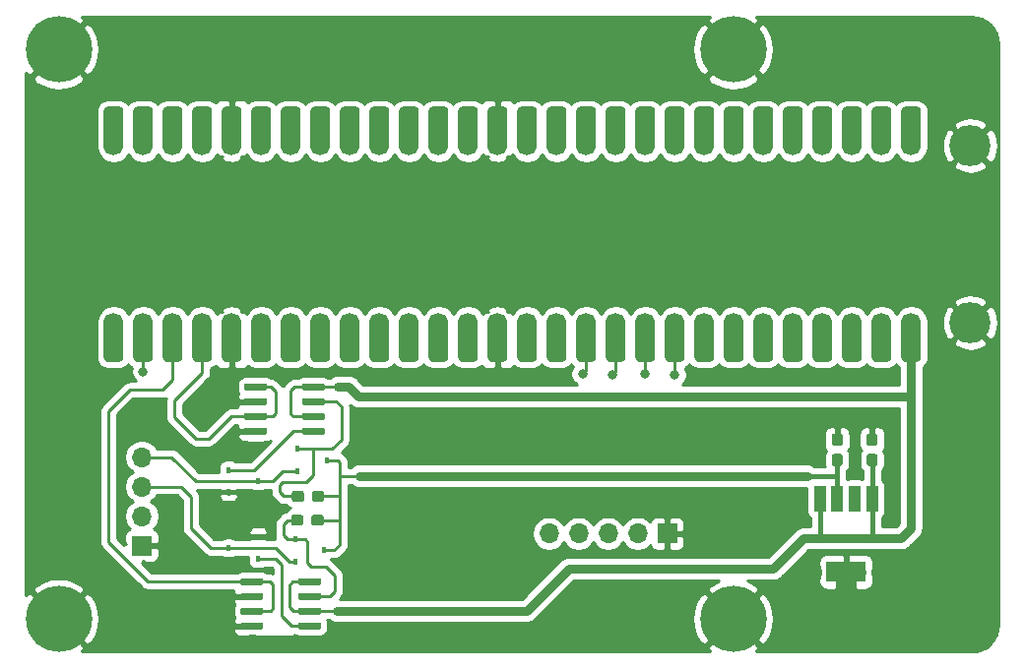
<source format=gtl>
G04 #@! TF.GenerationSoftware,KiCad,Pcbnew,(5.1.5-0-10_14)*
G04 #@! TF.CreationDate,2020-04-21T13:10:17+02:00*
G04 #@! TF.ProjectId,Curiosity_Nano_Full-bridge_module_rev1,43757269-6f73-4697-9479-5f4e616e6f5f,rev?*
G04 #@! TF.SameCoordinates,Original*
G04 #@! TF.FileFunction,Copper,L1,Top*
G04 #@! TF.FilePolarity,Positive*
%FSLAX46Y46*%
G04 Gerber Fmt 4.6, Leading zero omitted, Abs format (unit mm)*
G04 Created by KiCad (PCBNEW (5.1.5-0-10_14)) date 2020-04-21 13:10:17*
%MOMM*%
%LPD*%
G04 APERTURE LIST*
%ADD10C,3.540000*%
%ADD11C,0.100000*%
%ADD12C,1.700000*%
%ADD13R,1.000000X2.200000*%
%ADD14R,3.400000X1.800000*%
%ADD15R,0.450000X0.480000*%
%ADD16C,5.700000*%
%ADD17R,1.700000X1.700000*%
%ADD18O,1.700000X1.700000*%
%ADD19C,0.800000*%
%ADD20C,0.250000*%
%ADD21C,0.800000*%
%ADD22C,0.400000*%
%ADD23C,1.750000*%
%ADD24C,0.254000*%
G04 APERTURE END LIST*
D10*
X143890000Y-82010000D03*
X143890000Y-66770000D03*
G04 #@! TA.AperFunction,SMDPad,CuDef*
D11*
G36*
X70696657Y-63398046D02*
G01*
X70737913Y-63404166D01*
X70778371Y-63414300D01*
X70817640Y-63428351D01*
X70855344Y-63446183D01*
X70891117Y-63467625D01*
X70924617Y-63492471D01*
X70955520Y-63520480D01*
X70983529Y-63551383D01*
X71008375Y-63584883D01*
X71029817Y-63620656D01*
X71047649Y-63658360D01*
X71061700Y-63697629D01*
X71071834Y-63738087D01*
X71077954Y-63779343D01*
X71080000Y-63821000D01*
X71080000Y-66671000D01*
X71077954Y-66712657D01*
X71071834Y-66753913D01*
X71061700Y-66794371D01*
X71047649Y-66833640D01*
X71029817Y-66871344D01*
X71008375Y-66907117D01*
X70983529Y-66940617D01*
X70955520Y-66971520D01*
X70924617Y-66999529D01*
X70891117Y-67024375D01*
X70855344Y-67045817D01*
X70817640Y-67063649D01*
X70778371Y-67077700D01*
X70737913Y-67087834D01*
X70696657Y-67093954D01*
X70655000Y-67096000D01*
X69805000Y-67096000D01*
X69763343Y-67093954D01*
X69722087Y-67087834D01*
X69681629Y-67077700D01*
X69642360Y-67063649D01*
X69604656Y-67045817D01*
X69568883Y-67024375D01*
X69535383Y-66999529D01*
X69504480Y-66971520D01*
X69476471Y-66940617D01*
X69451625Y-66907117D01*
X69430183Y-66871344D01*
X69412351Y-66833640D01*
X69398300Y-66794371D01*
X69388166Y-66753913D01*
X69382046Y-66712657D01*
X69380000Y-66671000D01*
X69380000Y-63821000D01*
X69382046Y-63779343D01*
X69388166Y-63738087D01*
X69398300Y-63697629D01*
X69412351Y-63658360D01*
X69430183Y-63620656D01*
X69451625Y-63584883D01*
X69476471Y-63551383D01*
X69504480Y-63520480D01*
X69535383Y-63492471D01*
X69568883Y-63467625D01*
X69604656Y-63446183D01*
X69642360Y-63428351D01*
X69681629Y-63414300D01*
X69722087Y-63404166D01*
X69763343Y-63398046D01*
X69805000Y-63396000D01*
X70655000Y-63396000D01*
X70696657Y-63398046D01*
G37*
G04 #@! TD.AperFunction*
G04 #@! TA.AperFunction,SMDPad,CuDef*
G36*
X73236657Y-63398046D02*
G01*
X73277913Y-63404166D01*
X73318371Y-63414300D01*
X73357640Y-63428351D01*
X73395344Y-63446183D01*
X73431117Y-63467625D01*
X73464617Y-63492471D01*
X73495520Y-63520480D01*
X73523529Y-63551383D01*
X73548375Y-63584883D01*
X73569817Y-63620656D01*
X73587649Y-63658360D01*
X73601700Y-63697629D01*
X73611834Y-63738087D01*
X73617954Y-63779343D01*
X73620000Y-63821000D01*
X73620000Y-66671000D01*
X73617954Y-66712657D01*
X73611834Y-66753913D01*
X73601700Y-66794371D01*
X73587649Y-66833640D01*
X73569817Y-66871344D01*
X73548375Y-66907117D01*
X73523529Y-66940617D01*
X73495520Y-66971520D01*
X73464617Y-66999529D01*
X73431117Y-67024375D01*
X73395344Y-67045817D01*
X73357640Y-67063649D01*
X73318371Y-67077700D01*
X73277913Y-67087834D01*
X73236657Y-67093954D01*
X73195000Y-67096000D01*
X72345000Y-67096000D01*
X72303343Y-67093954D01*
X72262087Y-67087834D01*
X72221629Y-67077700D01*
X72182360Y-67063649D01*
X72144656Y-67045817D01*
X72108883Y-67024375D01*
X72075383Y-66999529D01*
X72044480Y-66971520D01*
X72016471Y-66940617D01*
X71991625Y-66907117D01*
X71970183Y-66871344D01*
X71952351Y-66833640D01*
X71938300Y-66794371D01*
X71928166Y-66753913D01*
X71922046Y-66712657D01*
X71920000Y-66671000D01*
X71920000Y-63821000D01*
X71922046Y-63779343D01*
X71928166Y-63738087D01*
X71938300Y-63697629D01*
X71952351Y-63658360D01*
X71970183Y-63620656D01*
X71991625Y-63584883D01*
X72016471Y-63551383D01*
X72044480Y-63520480D01*
X72075383Y-63492471D01*
X72108883Y-63467625D01*
X72144656Y-63446183D01*
X72182360Y-63428351D01*
X72221629Y-63414300D01*
X72262087Y-63404166D01*
X72303343Y-63398046D01*
X72345000Y-63396000D01*
X73195000Y-63396000D01*
X73236657Y-63398046D01*
G37*
G04 #@! TD.AperFunction*
G04 #@! TA.AperFunction,SMDPad,CuDef*
G36*
X75776657Y-63398046D02*
G01*
X75817913Y-63404166D01*
X75858371Y-63414300D01*
X75897640Y-63428351D01*
X75935344Y-63446183D01*
X75971117Y-63467625D01*
X76004617Y-63492471D01*
X76035520Y-63520480D01*
X76063529Y-63551383D01*
X76088375Y-63584883D01*
X76109817Y-63620656D01*
X76127649Y-63658360D01*
X76141700Y-63697629D01*
X76151834Y-63738087D01*
X76157954Y-63779343D01*
X76160000Y-63821000D01*
X76160000Y-66671000D01*
X76157954Y-66712657D01*
X76151834Y-66753913D01*
X76141700Y-66794371D01*
X76127649Y-66833640D01*
X76109817Y-66871344D01*
X76088375Y-66907117D01*
X76063529Y-66940617D01*
X76035520Y-66971520D01*
X76004617Y-66999529D01*
X75971117Y-67024375D01*
X75935344Y-67045817D01*
X75897640Y-67063649D01*
X75858371Y-67077700D01*
X75817913Y-67087834D01*
X75776657Y-67093954D01*
X75735000Y-67096000D01*
X74885000Y-67096000D01*
X74843343Y-67093954D01*
X74802087Y-67087834D01*
X74761629Y-67077700D01*
X74722360Y-67063649D01*
X74684656Y-67045817D01*
X74648883Y-67024375D01*
X74615383Y-66999529D01*
X74584480Y-66971520D01*
X74556471Y-66940617D01*
X74531625Y-66907117D01*
X74510183Y-66871344D01*
X74492351Y-66833640D01*
X74478300Y-66794371D01*
X74468166Y-66753913D01*
X74462046Y-66712657D01*
X74460000Y-66671000D01*
X74460000Y-63821000D01*
X74462046Y-63779343D01*
X74468166Y-63738087D01*
X74478300Y-63697629D01*
X74492351Y-63658360D01*
X74510183Y-63620656D01*
X74531625Y-63584883D01*
X74556471Y-63551383D01*
X74584480Y-63520480D01*
X74615383Y-63492471D01*
X74648883Y-63467625D01*
X74684656Y-63446183D01*
X74722360Y-63428351D01*
X74761629Y-63414300D01*
X74802087Y-63404166D01*
X74843343Y-63398046D01*
X74885000Y-63396000D01*
X75735000Y-63396000D01*
X75776657Y-63398046D01*
G37*
G04 #@! TD.AperFunction*
G04 #@! TA.AperFunction,SMDPad,CuDef*
G36*
X78316657Y-63398046D02*
G01*
X78357913Y-63404166D01*
X78398371Y-63414300D01*
X78437640Y-63428351D01*
X78475344Y-63446183D01*
X78511117Y-63467625D01*
X78544617Y-63492471D01*
X78575520Y-63520480D01*
X78603529Y-63551383D01*
X78628375Y-63584883D01*
X78649817Y-63620656D01*
X78667649Y-63658360D01*
X78681700Y-63697629D01*
X78691834Y-63738087D01*
X78697954Y-63779343D01*
X78700000Y-63821000D01*
X78700000Y-66671000D01*
X78697954Y-66712657D01*
X78691834Y-66753913D01*
X78681700Y-66794371D01*
X78667649Y-66833640D01*
X78649817Y-66871344D01*
X78628375Y-66907117D01*
X78603529Y-66940617D01*
X78575520Y-66971520D01*
X78544617Y-66999529D01*
X78511117Y-67024375D01*
X78475344Y-67045817D01*
X78437640Y-67063649D01*
X78398371Y-67077700D01*
X78357913Y-67087834D01*
X78316657Y-67093954D01*
X78275000Y-67096000D01*
X77425000Y-67096000D01*
X77383343Y-67093954D01*
X77342087Y-67087834D01*
X77301629Y-67077700D01*
X77262360Y-67063649D01*
X77224656Y-67045817D01*
X77188883Y-67024375D01*
X77155383Y-66999529D01*
X77124480Y-66971520D01*
X77096471Y-66940617D01*
X77071625Y-66907117D01*
X77050183Y-66871344D01*
X77032351Y-66833640D01*
X77018300Y-66794371D01*
X77008166Y-66753913D01*
X77002046Y-66712657D01*
X77000000Y-66671000D01*
X77000000Y-63821000D01*
X77002046Y-63779343D01*
X77008166Y-63738087D01*
X77018300Y-63697629D01*
X77032351Y-63658360D01*
X77050183Y-63620656D01*
X77071625Y-63584883D01*
X77096471Y-63551383D01*
X77124480Y-63520480D01*
X77155383Y-63492471D01*
X77188883Y-63467625D01*
X77224656Y-63446183D01*
X77262360Y-63428351D01*
X77301629Y-63414300D01*
X77342087Y-63404166D01*
X77383343Y-63398046D01*
X77425000Y-63396000D01*
X78275000Y-63396000D01*
X78316657Y-63398046D01*
G37*
G04 #@! TD.AperFunction*
G04 #@! TA.AperFunction,SMDPad,CuDef*
G36*
X80856657Y-63398046D02*
G01*
X80897913Y-63404166D01*
X80938371Y-63414300D01*
X80977640Y-63428351D01*
X81015344Y-63446183D01*
X81051117Y-63467625D01*
X81084617Y-63492471D01*
X81115520Y-63520480D01*
X81143529Y-63551383D01*
X81168375Y-63584883D01*
X81189817Y-63620656D01*
X81207649Y-63658360D01*
X81221700Y-63697629D01*
X81231834Y-63738087D01*
X81237954Y-63779343D01*
X81240000Y-63821000D01*
X81240000Y-66671000D01*
X81237954Y-66712657D01*
X81231834Y-66753913D01*
X81221700Y-66794371D01*
X81207649Y-66833640D01*
X81189817Y-66871344D01*
X81168375Y-66907117D01*
X81143529Y-66940617D01*
X81115520Y-66971520D01*
X81084617Y-66999529D01*
X81051117Y-67024375D01*
X81015344Y-67045817D01*
X80977640Y-67063649D01*
X80938371Y-67077700D01*
X80897913Y-67087834D01*
X80856657Y-67093954D01*
X80815000Y-67096000D01*
X79965000Y-67096000D01*
X79923343Y-67093954D01*
X79882087Y-67087834D01*
X79841629Y-67077700D01*
X79802360Y-67063649D01*
X79764656Y-67045817D01*
X79728883Y-67024375D01*
X79695383Y-66999529D01*
X79664480Y-66971520D01*
X79636471Y-66940617D01*
X79611625Y-66907117D01*
X79590183Y-66871344D01*
X79572351Y-66833640D01*
X79558300Y-66794371D01*
X79548166Y-66753913D01*
X79542046Y-66712657D01*
X79540000Y-66671000D01*
X79540000Y-63821000D01*
X79542046Y-63779343D01*
X79548166Y-63738087D01*
X79558300Y-63697629D01*
X79572351Y-63658360D01*
X79590183Y-63620656D01*
X79611625Y-63584883D01*
X79636471Y-63551383D01*
X79664480Y-63520480D01*
X79695383Y-63492471D01*
X79728883Y-63467625D01*
X79764656Y-63446183D01*
X79802360Y-63428351D01*
X79841629Y-63414300D01*
X79882087Y-63404166D01*
X79923343Y-63398046D01*
X79965000Y-63396000D01*
X80815000Y-63396000D01*
X80856657Y-63398046D01*
G37*
G04 #@! TD.AperFunction*
G04 #@! TA.AperFunction,SMDPad,CuDef*
G36*
X83396657Y-63398046D02*
G01*
X83437913Y-63404166D01*
X83478371Y-63414300D01*
X83517640Y-63428351D01*
X83555344Y-63446183D01*
X83591117Y-63467625D01*
X83624617Y-63492471D01*
X83655520Y-63520480D01*
X83683529Y-63551383D01*
X83708375Y-63584883D01*
X83729817Y-63620656D01*
X83747649Y-63658360D01*
X83761700Y-63697629D01*
X83771834Y-63738087D01*
X83777954Y-63779343D01*
X83780000Y-63821000D01*
X83780000Y-66671000D01*
X83777954Y-66712657D01*
X83771834Y-66753913D01*
X83761700Y-66794371D01*
X83747649Y-66833640D01*
X83729817Y-66871344D01*
X83708375Y-66907117D01*
X83683529Y-66940617D01*
X83655520Y-66971520D01*
X83624617Y-66999529D01*
X83591117Y-67024375D01*
X83555344Y-67045817D01*
X83517640Y-67063649D01*
X83478371Y-67077700D01*
X83437913Y-67087834D01*
X83396657Y-67093954D01*
X83355000Y-67096000D01*
X82505000Y-67096000D01*
X82463343Y-67093954D01*
X82422087Y-67087834D01*
X82381629Y-67077700D01*
X82342360Y-67063649D01*
X82304656Y-67045817D01*
X82268883Y-67024375D01*
X82235383Y-66999529D01*
X82204480Y-66971520D01*
X82176471Y-66940617D01*
X82151625Y-66907117D01*
X82130183Y-66871344D01*
X82112351Y-66833640D01*
X82098300Y-66794371D01*
X82088166Y-66753913D01*
X82082046Y-66712657D01*
X82080000Y-66671000D01*
X82080000Y-63821000D01*
X82082046Y-63779343D01*
X82088166Y-63738087D01*
X82098300Y-63697629D01*
X82112351Y-63658360D01*
X82130183Y-63620656D01*
X82151625Y-63584883D01*
X82176471Y-63551383D01*
X82204480Y-63520480D01*
X82235383Y-63492471D01*
X82268883Y-63467625D01*
X82304656Y-63446183D01*
X82342360Y-63428351D01*
X82381629Y-63414300D01*
X82422087Y-63404166D01*
X82463343Y-63398046D01*
X82505000Y-63396000D01*
X83355000Y-63396000D01*
X83396657Y-63398046D01*
G37*
G04 #@! TD.AperFunction*
G04 #@! TA.AperFunction,SMDPad,CuDef*
G36*
X85936657Y-63398046D02*
G01*
X85977913Y-63404166D01*
X86018371Y-63414300D01*
X86057640Y-63428351D01*
X86095344Y-63446183D01*
X86131117Y-63467625D01*
X86164617Y-63492471D01*
X86195520Y-63520480D01*
X86223529Y-63551383D01*
X86248375Y-63584883D01*
X86269817Y-63620656D01*
X86287649Y-63658360D01*
X86301700Y-63697629D01*
X86311834Y-63738087D01*
X86317954Y-63779343D01*
X86320000Y-63821000D01*
X86320000Y-66671000D01*
X86317954Y-66712657D01*
X86311834Y-66753913D01*
X86301700Y-66794371D01*
X86287649Y-66833640D01*
X86269817Y-66871344D01*
X86248375Y-66907117D01*
X86223529Y-66940617D01*
X86195520Y-66971520D01*
X86164617Y-66999529D01*
X86131117Y-67024375D01*
X86095344Y-67045817D01*
X86057640Y-67063649D01*
X86018371Y-67077700D01*
X85977913Y-67087834D01*
X85936657Y-67093954D01*
X85895000Y-67096000D01*
X85045000Y-67096000D01*
X85003343Y-67093954D01*
X84962087Y-67087834D01*
X84921629Y-67077700D01*
X84882360Y-67063649D01*
X84844656Y-67045817D01*
X84808883Y-67024375D01*
X84775383Y-66999529D01*
X84744480Y-66971520D01*
X84716471Y-66940617D01*
X84691625Y-66907117D01*
X84670183Y-66871344D01*
X84652351Y-66833640D01*
X84638300Y-66794371D01*
X84628166Y-66753913D01*
X84622046Y-66712657D01*
X84620000Y-66671000D01*
X84620000Y-63821000D01*
X84622046Y-63779343D01*
X84628166Y-63738087D01*
X84638300Y-63697629D01*
X84652351Y-63658360D01*
X84670183Y-63620656D01*
X84691625Y-63584883D01*
X84716471Y-63551383D01*
X84744480Y-63520480D01*
X84775383Y-63492471D01*
X84808883Y-63467625D01*
X84844656Y-63446183D01*
X84882360Y-63428351D01*
X84921629Y-63414300D01*
X84962087Y-63404166D01*
X85003343Y-63398046D01*
X85045000Y-63396000D01*
X85895000Y-63396000D01*
X85936657Y-63398046D01*
G37*
G04 #@! TD.AperFunction*
G04 #@! TA.AperFunction,SMDPad,CuDef*
G36*
X88476657Y-63398046D02*
G01*
X88517913Y-63404166D01*
X88558371Y-63414300D01*
X88597640Y-63428351D01*
X88635344Y-63446183D01*
X88671117Y-63467625D01*
X88704617Y-63492471D01*
X88735520Y-63520480D01*
X88763529Y-63551383D01*
X88788375Y-63584883D01*
X88809817Y-63620656D01*
X88827649Y-63658360D01*
X88841700Y-63697629D01*
X88851834Y-63738087D01*
X88857954Y-63779343D01*
X88860000Y-63821000D01*
X88860000Y-66671000D01*
X88857954Y-66712657D01*
X88851834Y-66753913D01*
X88841700Y-66794371D01*
X88827649Y-66833640D01*
X88809817Y-66871344D01*
X88788375Y-66907117D01*
X88763529Y-66940617D01*
X88735520Y-66971520D01*
X88704617Y-66999529D01*
X88671117Y-67024375D01*
X88635344Y-67045817D01*
X88597640Y-67063649D01*
X88558371Y-67077700D01*
X88517913Y-67087834D01*
X88476657Y-67093954D01*
X88435000Y-67096000D01*
X87585000Y-67096000D01*
X87543343Y-67093954D01*
X87502087Y-67087834D01*
X87461629Y-67077700D01*
X87422360Y-67063649D01*
X87384656Y-67045817D01*
X87348883Y-67024375D01*
X87315383Y-66999529D01*
X87284480Y-66971520D01*
X87256471Y-66940617D01*
X87231625Y-66907117D01*
X87210183Y-66871344D01*
X87192351Y-66833640D01*
X87178300Y-66794371D01*
X87168166Y-66753913D01*
X87162046Y-66712657D01*
X87160000Y-66671000D01*
X87160000Y-63821000D01*
X87162046Y-63779343D01*
X87168166Y-63738087D01*
X87178300Y-63697629D01*
X87192351Y-63658360D01*
X87210183Y-63620656D01*
X87231625Y-63584883D01*
X87256471Y-63551383D01*
X87284480Y-63520480D01*
X87315383Y-63492471D01*
X87348883Y-63467625D01*
X87384656Y-63446183D01*
X87422360Y-63428351D01*
X87461629Y-63414300D01*
X87502087Y-63404166D01*
X87543343Y-63398046D01*
X87585000Y-63396000D01*
X88435000Y-63396000D01*
X88476657Y-63398046D01*
G37*
G04 #@! TD.AperFunction*
G04 #@! TA.AperFunction,SMDPad,CuDef*
G36*
X91016657Y-63398046D02*
G01*
X91057913Y-63404166D01*
X91098371Y-63414300D01*
X91137640Y-63428351D01*
X91175344Y-63446183D01*
X91211117Y-63467625D01*
X91244617Y-63492471D01*
X91275520Y-63520480D01*
X91303529Y-63551383D01*
X91328375Y-63584883D01*
X91349817Y-63620656D01*
X91367649Y-63658360D01*
X91381700Y-63697629D01*
X91391834Y-63738087D01*
X91397954Y-63779343D01*
X91400000Y-63821000D01*
X91400000Y-66671000D01*
X91397954Y-66712657D01*
X91391834Y-66753913D01*
X91381700Y-66794371D01*
X91367649Y-66833640D01*
X91349817Y-66871344D01*
X91328375Y-66907117D01*
X91303529Y-66940617D01*
X91275520Y-66971520D01*
X91244617Y-66999529D01*
X91211117Y-67024375D01*
X91175344Y-67045817D01*
X91137640Y-67063649D01*
X91098371Y-67077700D01*
X91057913Y-67087834D01*
X91016657Y-67093954D01*
X90975000Y-67096000D01*
X90125000Y-67096000D01*
X90083343Y-67093954D01*
X90042087Y-67087834D01*
X90001629Y-67077700D01*
X89962360Y-67063649D01*
X89924656Y-67045817D01*
X89888883Y-67024375D01*
X89855383Y-66999529D01*
X89824480Y-66971520D01*
X89796471Y-66940617D01*
X89771625Y-66907117D01*
X89750183Y-66871344D01*
X89732351Y-66833640D01*
X89718300Y-66794371D01*
X89708166Y-66753913D01*
X89702046Y-66712657D01*
X89700000Y-66671000D01*
X89700000Y-63821000D01*
X89702046Y-63779343D01*
X89708166Y-63738087D01*
X89718300Y-63697629D01*
X89732351Y-63658360D01*
X89750183Y-63620656D01*
X89771625Y-63584883D01*
X89796471Y-63551383D01*
X89824480Y-63520480D01*
X89855383Y-63492471D01*
X89888883Y-63467625D01*
X89924656Y-63446183D01*
X89962360Y-63428351D01*
X90001629Y-63414300D01*
X90042087Y-63404166D01*
X90083343Y-63398046D01*
X90125000Y-63396000D01*
X90975000Y-63396000D01*
X91016657Y-63398046D01*
G37*
G04 #@! TD.AperFunction*
G04 #@! TA.AperFunction,SMDPad,CuDef*
G36*
X93556657Y-63398046D02*
G01*
X93597913Y-63404166D01*
X93638371Y-63414300D01*
X93677640Y-63428351D01*
X93715344Y-63446183D01*
X93751117Y-63467625D01*
X93784617Y-63492471D01*
X93815520Y-63520480D01*
X93843529Y-63551383D01*
X93868375Y-63584883D01*
X93889817Y-63620656D01*
X93907649Y-63658360D01*
X93921700Y-63697629D01*
X93931834Y-63738087D01*
X93937954Y-63779343D01*
X93940000Y-63821000D01*
X93940000Y-66671000D01*
X93937954Y-66712657D01*
X93931834Y-66753913D01*
X93921700Y-66794371D01*
X93907649Y-66833640D01*
X93889817Y-66871344D01*
X93868375Y-66907117D01*
X93843529Y-66940617D01*
X93815520Y-66971520D01*
X93784617Y-66999529D01*
X93751117Y-67024375D01*
X93715344Y-67045817D01*
X93677640Y-67063649D01*
X93638371Y-67077700D01*
X93597913Y-67087834D01*
X93556657Y-67093954D01*
X93515000Y-67096000D01*
X92665000Y-67096000D01*
X92623343Y-67093954D01*
X92582087Y-67087834D01*
X92541629Y-67077700D01*
X92502360Y-67063649D01*
X92464656Y-67045817D01*
X92428883Y-67024375D01*
X92395383Y-66999529D01*
X92364480Y-66971520D01*
X92336471Y-66940617D01*
X92311625Y-66907117D01*
X92290183Y-66871344D01*
X92272351Y-66833640D01*
X92258300Y-66794371D01*
X92248166Y-66753913D01*
X92242046Y-66712657D01*
X92240000Y-66671000D01*
X92240000Y-63821000D01*
X92242046Y-63779343D01*
X92248166Y-63738087D01*
X92258300Y-63697629D01*
X92272351Y-63658360D01*
X92290183Y-63620656D01*
X92311625Y-63584883D01*
X92336471Y-63551383D01*
X92364480Y-63520480D01*
X92395383Y-63492471D01*
X92428883Y-63467625D01*
X92464656Y-63446183D01*
X92502360Y-63428351D01*
X92541629Y-63414300D01*
X92582087Y-63404166D01*
X92623343Y-63398046D01*
X92665000Y-63396000D01*
X93515000Y-63396000D01*
X93556657Y-63398046D01*
G37*
G04 #@! TD.AperFunction*
G04 #@! TA.AperFunction,SMDPad,CuDef*
G36*
X96096657Y-63398046D02*
G01*
X96137913Y-63404166D01*
X96178371Y-63414300D01*
X96217640Y-63428351D01*
X96255344Y-63446183D01*
X96291117Y-63467625D01*
X96324617Y-63492471D01*
X96355520Y-63520480D01*
X96383529Y-63551383D01*
X96408375Y-63584883D01*
X96429817Y-63620656D01*
X96447649Y-63658360D01*
X96461700Y-63697629D01*
X96471834Y-63738087D01*
X96477954Y-63779343D01*
X96480000Y-63821000D01*
X96480000Y-66671000D01*
X96477954Y-66712657D01*
X96471834Y-66753913D01*
X96461700Y-66794371D01*
X96447649Y-66833640D01*
X96429817Y-66871344D01*
X96408375Y-66907117D01*
X96383529Y-66940617D01*
X96355520Y-66971520D01*
X96324617Y-66999529D01*
X96291117Y-67024375D01*
X96255344Y-67045817D01*
X96217640Y-67063649D01*
X96178371Y-67077700D01*
X96137913Y-67087834D01*
X96096657Y-67093954D01*
X96055000Y-67096000D01*
X95205000Y-67096000D01*
X95163343Y-67093954D01*
X95122087Y-67087834D01*
X95081629Y-67077700D01*
X95042360Y-67063649D01*
X95004656Y-67045817D01*
X94968883Y-67024375D01*
X94935383Y-66999529D01*
X94904480Y-66971520D01*
X94876471Y-66940617D01*
X94851625Y-66907117D01*
X94830183Y-66871344D01*
X94812351Y-66833640D01*
X94798300Y-66794371D01*
X94788166Y-66753913D01*
X94782046Y-66712657D01*
X94780000Y-66671000D01*
X94780000Y-63821000D01*
X94782046Y-63779343D01*
X94788166Y-63738087D01*
X94798300Y-63697629D01*
X94812351Y-63658360D01*
X94830183Y-63620656D01*
X94851625Y-63584883D01*
X94876471Y-63551383D01*
X94904480Y-63520480D01*
X94935383Y-63492471D01*
X94968883Y-63467625D01*
X95004656Y-63446183D01*
X95042360Y-63428351D01*
X95081629Y-63414300D01*
X95122087Y-63404166D01*
X95163343Y-63398046D01*
X95205000Y-63396000D01*
X96055000Y-63396000D01*
X96096657Y-63398046D01*
G37*
G04 #@! TD.AperFunction*
G04 #@! TA.AperFunction,SMDPad,CuDef*
G36*
X98636657Y-63398046D02*
G01*
X98677913Y-63404166D01*
X98718371Y-63414300D01*
X98757640Y-63428351D01*
X98795344Y-63446183D01*
X98831117Y-63467625D01*
X98864617Y-63492471D01*
X98895520Y-63520480D01*
X98923529Y-63551383D01*
X98948375Y-63584883D01*
X98969817Y-63620656D01*
X98987649Y-63658360D01*
X99001700Y-63697629D01*
X99011834Y-63738087D01*
X99017954Y-63779343D01*
X99020000Y-63821000D01*
X99020000Y-66671000D01*
X99017954Y-66712657D01*
X99011834Y-66753913D01*
X99001700Y-66794371D01*
X98987649Y-66833640D01*
X98969817Y-66871344D01*
X98948375Y-66907117D01*
X98923529Y-66940617D01*
X98895520Y-66971520D01*
X98864617Y-66999529D01*
X98831117Y-67024375D01*
X98795344Y-67045817D01*
X98757640Y-67063649D01*
X98718371Y-67077700D01*
X98677913Y-67087834D01*
X98636657Y-67093954D01*
X98595000Y-67096000D01*
X97745000Y-67096000D01*
X97703343Y-67093954D01*
X97662087Y-67087834D01*
X97621629Y-67077700D01*
X97582360Y-67063649D01*
X97544656Y-67045817D01*
X97508883Y-67024375D01*
X97475383Y-66999529D01*
X97444480Y-66971520D01*
X97416471Y-66940617D01*
X97391625Y-66907117D01*
X97370183Y-66871344D01*
X97352351Y-66833640D01*
X97338300Y-66794371D01*
X97328166Y-66753913D01*
X97322046Y-66712657D01*
X97320000Y-66671000D01*
X97320000Y-63821000D01*
X97322046Y-63779343D01*
X97328166Y-63738087D01*
X97338300Y-63697629D01*
X97352351Y-63658360D01*
X97370183Y-63620656D01*
X97391625Y-63584883D01*
X97416471Y-63551383D01*
X97444480Y-63520480D01*
X97475383Y-63492471D01*
X97508883Y-63467625D01*
X97544656Y-63446183D01*
X97582360Y-63428351D01*
X97621629Y-63414300D01*
X97662087Y-63404166D01*
X97703343Y-63398046D01*
X97745000Y-63396000D01*
X98595000Y-63396000D01*
X98636657Y-63398046D01*
G37*
G04 #@! TD.AperFunction*
G04 #@! TA.AperFunction,SMDPad,CuDef*
G36*
X101176657Y-63398046D02*
G01*
X101217913Y-63404166D01*
X101258371Y-63414300D01*
X101297640Y-63428351D01*
X101335344Y-63446183D01*
X101371117Y-63467625D01*
X101404617Y-63492471D01*
X101435520Y-63520480D01*
X101463529Y-63551383D01*
X101488375Y-63584883D01*
X101509817Y-63620656D01*
X101527649Y-63658360D01*
X101541700Y-63697629D01*
X101551834Y-63738087D01*
X101557954Y-63779343D01*
X101560000Y-63821000D01*
X101560000Y-66671000D01*
X101557954Y-66712657D01*
X101551834Y-66753913D01*
X101541700Y-66794371D01*
X101527649Y-66833640D01*
X101509817Y-66871344D01*
X101488375Y-66907117D01*
X101463529Y-66940617D01*
X101435520Y-66971520D01*
X101404617Y-66999529D01*
X101371117Y-67024375D01*
X101335344Y-67045817D01*
X101297640Y-67063649D01*
X101258371Y-67077700D01*
X101217913Y-67087834D01*
X101176657Y-67093954D01*
X101135000Y-67096000D01*
X100285000Y-67096000D01*
X100243343Y-67093954D01*
X100202087Y-67087834D01*
X100161629Y-67077700D01*
X100122360Y-67063649D01*
X100084656Y-67045817D01*
X100048883Y-67024375D01*
X100015383Y-66999529D01*
X99984480Y-66971520D01*
X99956471Y-66940617D01*
X99931625Y-66907117D01*
X99910183Y-66871344D01*
X99892351Y-66833640D01*
X99878300Y-66794371D01*
X99868166Y-66753913D01*
X99862046Y-66712657D01*
X99860000Y-66671000D01*
X99860000Y-63821000D01*
X99862046Y-63779343D01*
X99868166Y-63738087D01*
X99878300Y-63697629D01*
X99892351Y-63658360D01*
X99910183Y-63620656D01*
X99931625Y-63584883D01*
X99956471Y-63551383D01*
X99984480Y-63520480D01*
X100015383Y-63492471D01*
X100048883Y-63467625D01*
X100084656Y-63446183D01*
X100122360Y-63428351D01*
X100161629Y-63414300D01*
X100202087Y-63404166D01*
X100243343Y-63398046D01*
X100285000Y-63396000D01*
X101135000Y-63396000D01*
X101176657Y-63398046D01*
G37*
G04 #@! TD.AperFunction*
G04 #@! TA.AperFunction,SMDPad,CuDef*
G36*
X103716657Y-63398046D02*
G01*
X103757913Y-63404166D01*
X103798371Y-63414300D01*
X103837640Y-63428351D01*
X103875344Y-63446183D01*
X103911117Y-63467625D01*
X103944617Y-63492471D01*
X103975520Y-63520480D01*
X104003529Y-63551383D01*
X104028375Y-63584883D01*
X104049817Y-63620656D01*
X104067649Y-63658360D01*
X104081700Y-63697629D01*
X104091834Y-63738087D01*
X104097954Y-63779343D01*
X104100000Y-63821000D01*
X104100000Y-66671000D01*
X104097954Y-66712657D01*
X104091834Y-66753913D01*
X104081700Y-66794371D01*
X104067649Y-66833640D01*
X104049817Y-66871344D01*
X104028375Y-66907117D01*
X104003529Y-66940617D01*
X103975520Y-66971520D01*
X103944617Y-66999529D01*
X103911117Y-67024375D01*
X103875344Y-67045817D01*
X103837640Y-67063649D01*
X103798371Y-67077700D01*
X103757913Y-67087834D01*
X103716657Y-67093954D01*
X103675000Y-67096000D01*
X102825000Y-67096000D01*
X102783343Y-67093954D01*
X102742087Y-67087834D01*
X102701629Y-67077700D01*
X102662360Y-67063649D01*
X102624656Y-67045817D01*
X102588883Y-67024375D01*
X102555383Y-66999529D01*
X102524480Y-66971520D01*
X102496471Y-66940617D01*
X102471625Y-66907117D01*
X102450183Y-66871344D01*
X102432351Y-66833640D01*
X102418300Y-66794371D01*
X102408166Y-66753913D01*
X102402046Y-66712657D01*
X102400000Y-66671000D01*
X102400000Y-63821000D01*
X102402046Y-63779343D01*
X102408166Y-63738087D01*
X102418300Y-63697629D01*
X102432351Y-63658360D01*
X102450183Y-63620656D01*
X102471625Y-63584883D01*
X102496471Y-63551383D01*
X102524480Y-63520480D01*
X102555383Y-63492471D01*
X102588883Y-63467625D01*
X102624656Y-63446183D01*
X102662360Y-63428351D01*
X102701629Y-63414300D01*
X102742087Y-63404166D01*
X102783343Y-63398046D01*
X102825000Y-63396000D01*
X103675000Y-63396000D01*
X103716657Y-63398046D01*
G37*
G04 #@! TD.AperFunction*
G04 #@! TA.AperFunction,SMDPad,CuDef*
G36*
X106256657Y-63398046D02*
G01*
X106297913Y-63404166D01*
X106338371Y-63414300D01*
X106377640Y-63428351D01*
X106415344Y-63446183D01*
X106451117Y-63467625D01*
X106484617Y-63492471D01*
X106515520Y-63520480D01*
X106543529Y-63551383D01*
X106568375Y-63584883D01*
X106589817Y-63620656D01*
X106607649Y-63658360D01*
X106621700Y-63697629D01*
X106631834Y-63738087D01*
X106637954Y-63779343D01*
X106640000Y-63821000D01*
X106640000Y-66671000D01*
X106637954Y-66712657D01*
X106631834Y-66753913D01*
X106621700Y-66794371D01*
X106607649Y-66833640D01*
X106589817Y-66871344D01*
X106568375Y-66907117D01*
X106543529Y-66940617D01*
X106515520Y-66971520D01*
X106484617Y-66999529D01*
X106451117Y-67024375D01*
X106415344Y-67045817D01*
X106377640Y-67063649D01*
X106338371Y-67077700D01*
X106297913Y-67087834D01*
X106256657Y-67093954D01*
X106215000Y-67096000D01*
X105365000Y-67096000D01*
X105323343Y-67093954D01*
X105282087Y-67087834D01*
X105241629Y-67077700D01*
X105202360Y-67063649D01*
X105164656Y-67045817D01*
X105128883Y-67024375D01*
X105095383Y-66999529D01*
X105064480Y-66971520D01*
X105036471Y-66940617D01*
X105011625Y-66907117D01*
X104990183Y-66871344D01*
X104972351Y-66833640D01*
X104958300Y-66794371D01*
X104948166Y-66753913D01*
X104942046Y-66712657D01*
X104940000Y-66671000D01*
X104940000Y-63821000D01*
X104942046Y-63779343D01*
X104948166Y-63738087D01*
X104958300Y-63697629D01*
X104972351Y-63658360D01*
X104990183Y-63620656D01*
X105011625Y-63584883D01*
X105036471Y-63551383D01*
X105064480Y-63520480D01*
X105095383Y-63492471D01*
X105128883Y-63467625D01*
X105164656Y-63446183D01*
X105202360Y-63428351D01*
X105241629Y-63414300D01*
X105282087Y-63404166D01*
X105323343Y-63398046D01*
X105365000Y-63396000D01*
X106215000Y-63396000D01*
X106256657Y-63398046D01*
G37*
G04 #@! TD.AperFunction*
G04 #@! TA.AperFunction,SMDPad,CuDef*
G36*
X108796657Y-63398046D02*
G01*
X108837913Y-63404166D01*
X108878371Y-63414300D01*
X108917640Y-63428351D01*
X108955344Y-63446183D01*
X108991117Y-63467625D01*
X109024617Y-63492471D01*
X109055520Y-63520480D01*
X109083529Y-63551383D01*
X109108375Y-63584883D01*
X109129817Y-63620656D01*
X109147649Y-63658360D01*
X109161700Y-63697629D01*
X109171834Y-63738087D01*
X109177954Y-63779343D01*
X109180000Y-63821000D01*
X109180000Y-66671000D01*
X109177954Y-66712657D01*
X109171834Y-66753913D01*
X109161700Y-66794371D01*
X109147649Y-66833640D01*
X109129817Y-66871344D01*
X109108375Y-66907117D01*
X109083529Y-66940617D01*
X109055520Y-66971520D01*
X109024617Y-66999529D01*
X108991117Y-67024375D01*
X108955344Y-67045817D01*
X108917640Y-67063649D01*
X108878371Y-67077700D01*
X108837913Y-67087834D01*
X108796657Y-67093954D01*
X108755000Y-67096000D01*
X107905000Y-67096000D01*
X107863343Y-67093954D01*
X107822087Y-67087834D01*
X107781629Y-67077700D01*
X107742360Y-67063649D01*
X107704656Y-67045817D01*
X107668883Y-67024375D01*
X107635383Y-66999529D01*
X107604480Y-66971520D01*
X107576471Y-66940617D01*
X107551625Y-66907117D01*
X107530183Y-66871344D01*
X107512351Y-66833640D01*
X107498300Y-66794371D01*
X107488166Y-66753913D01*
X107482046Y-66712657D01*
X107480000Y-66671000D01*
X107480000Y-63821000D01*
X107482046Y-63779343D01*
X107488166Y-63738087D01*
X107498300Y-63697629D01*
X107512351Y-63658360D01*
X107530183Y-63620656D01*
X107551625Y-63584883D01*
X107576471Y-63551383D01*
X107604480Y-63520480D01*
X107635383Y-63492471D01*
X107668883Y-63467625D01*
X107704656Y-63446183D01*
X107742360Y-63428351D01*
X107781629Y-63414300D01*
X107822087Y-63404166D01*
X107863343Y-63398046D01*
X107905000Y-63396000D01*
X108755000Y-63396000D01*
X108796657Y-63398046D01*
G37*
G04 #@! TD.AperFunction*
G04 #@! TA.AperFunction,SMDPad,CuDef*
G36*
X111336657Y-63398046D02*
G01*
X111377913Y-63404166D01*
X111418371Y-63414300D01*
X111457640Y-63428351D01*
X111495344Y-63446183D01*
X111531117Y-63467625D01*
X111564617Y-63492471D01*
X111595520Y-63520480D01*
X111623529Y-63551383D01*
X111648375Y-63584883D01*
X111669817Y-63620656D01*
X111687649Y-63658360D01*
X111701700Y-63697629D01*
X111711834Y-63738087D01*
X111717954Y-63779343D01*
X111720000Y-63821000D01*
X111720000Y-66671000D01*
X111717954Y-66712657D01*
X111711834Y-66753913D01*
X111701700Y-66794371D01*
X111687649Y-66833640D01*
X111669817Y-66871344D01*
X111648375Y-66907117D01*
X111623529Y-66940617D01*
X111595520Y-66971520D01*
X111564617Y-66999529D01*
X111531117Y-67024375D01*
X111495344Y-67045817D01*
X111457640Y-67063649D01*
X111418371Y-67077700D01*
X111377913Y-67087834D01*
X111336657Y-67093954D01*
X111295000Y-67096000D01*
X110445000Y-67096000D01*
X110403343Y-67093954D01*
X110362087Y-67087834D01*
X110321629Y-67077700D01*
X110282360Y-67063649D01*
X110244656Y-67045817D01*
X110208883Y-67024375D01*
X110175383Y-66999529D01*
X110144480Y-66971520D01*
X110116471Y-66940617D01*
X110091625Y-66907117D01*
X110070183Y-66871344D01*
X110052351Y-66833640D01*
X110038300Y-66794371D01*
X110028166Y-66753913D01*
X110022046Y-66712657D01*
X110020000Y-66671000D01*
X110020000Y-63821000D01*
X110022046Y-63779343D01*
X110028166Y-63738087D01*
X110038300Y-63697629D01*
X110052351Y-63658360D01*
X110070183Y-63620656D01*
X110091625Y-63584883D01*
X110116471Y-63551383D01*
X110144480Y-63520480D01*
X110175383Y-63492471D01*
X110208883Y-63467625D01*
X110244656Y-63446183D01*
X110282360Y-63428351D01*
X110321629Y-63414300D01*
X110362087Y-63404166D01*
X110403343Y-63398046D01*
X110445000Y-63396000D01*
X111295000Y-63396000D01*
X111336657Y-63398046D01*
G37*
G04 #@! TD.AperFunction*
G04 #@! TA.AperFunction,SMDPad,CuDef*
G36*
X113876657Y-63398046D02*
G01*
X113917913Y-63404166D01*
X113958371Y-63414300D01*
X113997640Y-63428351D01*
X114035344Y-63446183D01*
X114071117Y-63467625D01*
X114104617Y-63492471D01*
X114135520Y-63520480D01*
X114163529Y-63551383D01*
X114188375Y-63584883D01*
X114209817Y-63620656D01*
X114227649Y-63658360D01*
X114241700Y-63697629D01*
X114251834Y-63738087D01*
X114257954Y-63779343D01*
X114260000Y-63821000D01*
X114260000Y-66671000D01*
X114257954Y-66712657D01*
X114251834Y-66753913D01*
X114241700Y-66794371D01*
X114227649Y-66833640D01*
X114209817Y-66871344D01*
X114188375Y-66907117D01*
X114163529Y-66940617D01*
X114135520Y-66971520D01*
X114104617Y-66999529D01*
X114071117Y-67024375D01*
X114035344Y-67045817D01*
X113997640Y-67063649D01*
X113958371Y-67077700D01*
X113917913Y-67087834D01*
X113876657Y-67093954D01*
X113835000Y-67096000D01*
X112985000Y-67096000D01*
X112943343Y-67093954D01*
X112902087Y-67087834D01*
X112861629Y-67077700D01*
X112822360Y-67063649D01*
X112784656Y-67045817D01*
X112748883Y-67024375D01*
X112715383Y-66999529D01*
X112684480Y-66971520D01*
X112656471Y-66940617D01*
X112631625Y-66907117D01*
X112610183Y-66871344D01*
X112592351Y-66833640D01*
X112578300Y-66794371D01*
X112568166Y-66753913D01*
X112562046Y-66712657D01*
X112560000Y-66671000D01*
X112560000Y-63821000D01*
X112562046Y-63779343D01*
X112568166Y-63738087D01*
X112578300Y-63697629D01*
X112592351Y-63658360D01*
X112610183Y-63620656D01*
X112631625Y-63584883D01*
X112656471Y-63551383D01*
X112684480Y-63520480D01*
X112715383Y-63492471D01*
X112748883Y-63467625D01*
X112784656Y-63446183D01*
X112822360Y-63428351D01*
X112861629Y-63414300D01*
X112902087Y-63404166D01*
X112943343Y-63398046D01*
X112985000Y-63396000D01*
X113835000Y-63396000D01*
X113876657Y-63398046D01*
G37*
G04 #@! TD.AperFunction*
G04 #@! TA.AperFunction,SMDPad,CuDef*
G36*
X116416657Y-63398046D02*
G01*
X116457913Y-63404166D01*
X116498371Y-63414300D01*
X116537640Y-63428351D01*
X116575344Y-63446183D01*
X116611117Y-63467625D01*
X116644617Y-63492471D01*
X116675520Y-63520480D01*
X116703529Y-63551383D01*
X116728375Y-63584883D01*
X116749817Y-63620656D01*
X116767649Y-63658360D01*
X116781700Y-63697629D01*
X116791834Y-63738087D01*
X116797954Y-63779343D01*
X116800000Y-63821000D01*
X116800000Y-66671000D01*
X116797954Y-66712657D01*
X116791834Y-66753913D01*
X116781700Y-66794371D01*
X116767649Y-66833640D01*
X116749817Y-66871344D01*
X116728375Y-66907117D01*
X116703529Y-66940617D01*
X116675520Y-66971520D01*
X116644617Y-66999529D01*
X116611117Y-67024375D01*
X116575344Y-67045817D01*
X116537640Y-67063649D01*
X116498371Y-67077700D01*
X116457913Y-67087834D01*
X116416657Y-67093954D01*
X116375000Y-67096000D01*
X115525000Y-67096000D01*
X115483343Y-67093954D01*
X115442087Y-67087834D01*
X115401629Y-67077700D01*
X115362360Y-67063649D01*
X115324656Y-67045817D01*
X115288883Y-67024375D01*
X115255383Y-66999529D01*
X115224480Y-66971520D01*
X115196471Y-66940617D01*
X115171625Y-66907117D01*
X115150183Y-66871344D01*
X115132351Y-66833640D01*
X115118300Y-66794371D01*
X115108166Y-66753913D01*
X115102046Y-66712657D01*
X115100000Y-66671000D01*
X115100000Y-63821000D01*
X115102046Y-63779343D01*
X115108166Y-63738087D01*
X115118300Y-63697629D01*
X115132351Y-63658360D01*
X115150183Y-63620656D01*
X115171625Y-63584883D01*
X115196471Y-63551383D01*
X115224480Y-63520480D01*
X115255383Y-63492471D01*
X115288883Y-63467625D01*
X115324656Y-63446183D01*
X115362360Y-63428351D01*
X115401629Y-63414300D01*
X115442087Y-63404166D01*
X115483343Y-63398046D01*
X115525000Y-63396000D01*
X116375000Y-63396000D01*
X116416657Y-63398046D01*
G37*
G04 #@! TD.AperFunction*
G04 #@! TA.AperFunction,SMDPad,CuDef*
G36*
X118956657Y-63398046D02*
G01*
X118997913Y-63404166D01*
X119038371Y-63414300D01*
X119077640Y-63428351D01*
X119115344Y-63446183D01*
X119151117Y-63467625D01*
X119184617Y-63492471D01*
X119215520Y-63520480D01*
X119243529Y-63551383D01*
X119268375Y-63584883D01*
X119289817Y-63620656D01*
X119307649Y-63658360D01*
X119321700Y-63697629D01*
X119331834Y-63738087D01*
X119337954Y-63779343D01*
X119340000Y-63821000D01*
X119340000Y-66671000D01*
X119337954Y-66712657D01*
X119331834Y-66753913D01*
X119321700Y-66794371D01*
X119307649Y-66833640D01*
X119289817Y-66871344D01*
X119268375Y-66907117D01*
X119243529Y-66940617D01*
X119215520Y-66971520D01*
X119184617Y-66999529D01*
X119151117Y-67024375D01*
X119115344Y-67045817D01*
X119077640Y-67063649D01*
X119038371Y-67077700D01*
X118997913Y-67087834D01*
X118956657Y-67093954D01*
X118915000Y-67096000D01*
X118065000Y-67096000D01*
X118023343Y-67093954D01*
X117982087Y-67087834D01*
X117941629Y-67077700D01*
X117902360Y-67063649D01*
X117864656Y-67045817D01*
X117828883Y-67024375D01*
X117795383Y-66999529D01*
X117764480Y-66971520D01*
X117736471Y-66940617D01*
X117711625Y-66907117D01*
X117690183Y-66871344D01*
X117672351Y-66833640D01*
X117658300Y-66794371D01*
X117648166Y-66753913D01*
X117642046Y-66712657D01*
X117640000Y-66671000D01*
X117640000Y-63821000D01*
X117642046Y-63779343D01*
X117648166Y-63738087D01*
X117658300Y-63697629D01*
X117672351Y-63658360D01*
X117690183Y-63620656D01*
X117711625Y-63584883D01*
X117736471Y-63551383D01*
X117764480Y-63520480D01*
X117795383Y-63492471D01*
X117828883Y-63467625D01*
X117864656Y-63446183D01*
X117902360Y-63428351D01*
X117941629Y-63414300D01*
X117982087Y-63404166D01*
X118023343Y-63398046D01*
X118065000Y-63396000D01*
X118915000Y-63396000D01*
X118956657Y-63398046D01*
G37*
G04 #@! TD.AperFunction*
G04 #@! TA.AperFunction,SMDPad,CuDef*
G36*
X121496657Y-63398046D02*
G01*
X121537913Y-63404166D01*
X121578371Y-63414300D01*
X121617640Y-63428351D01*
X121655344Y-63446183D01*
X121691117Y-63467625D01*
X121724617Y-63492471D01*
X121755520Y-63520480D01*
X121783529Y-63551383D01*
X121808375Y-63584883D01*
X121829817Y-63620656D01*
X121847649Y-63658360D01*
X121861700Y-63697629D01*
X121871834Y-63738087D01*
X121877954Y-63779343D01*
X121880000Y-63821000D01*
X121880000Y-66671000D01*
X121877954Y-66712657D01*
X121871834Y-66753913D01*
X121861700Y-66794371D01*
X121847649Y-66833640D01*
X121829817Y-66871344D01*
X121808375Y-66907117D01*
X121783529Y-66940617D01*
X121755520Y-66971520D01*
X121724617Y-66999529D01*
X121691117Y-67024375D01*
X121655344Y-67045817D01*
X121617640Y-67063649D01*
X121578371Y-67077700D01*
X121537913Y-67087834D01*
X121496657Y-67093954D01*
X121455000Y-67096000D01*
X120605000Y-67096000D01*
X120563343Y-67093954D01*
X120522087Y-67087834D01*
X120481629Y-67077700D01*
X120442360Y-67063649D01*
X120404656Y-67045817D01*
X120368883Y-67024375D01*
X120335383Y-66999529D01*
X120304480Y-66971520D01*
X120276471Y-66940617D01*
X120251625Y-66907117D01*
X120230183Y-66871344D01*
X120212351Y-66833640D01*
X120198300Y-66794371D01*
X120188166Y-66753913D01*
X120182046Y-66712657D01*
X120180000Y-66671000D01*
X120180000Y-63821000D01*
X120182046Y-63779343D01*
X120188166Y-63738087D01*
X120198300Y-63697629D01*
X120212351Y-63658360D01*
X120230183Y-63620656D01*
X120251625Y-63584883D01*
X120276471Y-63551383D01*
X120304480Y-63520480D01*
X120335383Y-63492471D01*
X120368883Y-63467625D01*
X120404656Y-63446183D01*
X120442360Y-63428351D01*
X120481629Y-63414300D01*
X120522087Y-63404166D01*
X120563343Y-63398046D01*
X120605000Y-63396000D01*
X121455000Y-63396000D01*
X121496657Y-63398046D01*
G37*
G04 #@! TD.AperFunction*
G04 #@! TA.AperFunction,SMDPad,CuDef*
G36*
X124036657Y-63398046D02*
G01*
X124077913Y-63404166D01*
X124118371Y-63414300D01*
X124157640Y-63428351D01*
X124195344Y-63446183D01*
X124231117Y-63467625D01*
X124264617Y-63492471D01*
X124295520Y-63520480D01*
X124323529Y-63551383D01*
X124348375Y-63584883D01*
X124369817Y-63620656D01*
X124387649Y-63658360D01*
X124401700Y-63697629D01*
X124411834Y-63738087D01*
X124417954Y-63779343D01*
X124420000Y-63821000D01*
X124420000Y-66671000D01*
X124417954Y-66712657D01*
X124411834Y-66753913D01*
X124401700Y-66794371D01*
X124387649Y-66833640D01*
X124369817Y-66871344D01*
X124348375Y-66907117D01*
X124323529Y-66940617D01*
X124295520Y-66971520D01*
X124264617Y-66999529D01*
X124231117Y-67024375D01*
X124195344Y-67045817D01*
X124157640Y-67063649D01*
X124118371Y-67077700D01*
X124077913Y-67087834D01*
X124036657Y-67093954D01*
X123995000Y-67096000D01*
X123145000Y-67096000D01*
X123103343Y-67093954D01*
X123062087Y-67087834D01*
X123021629Y-67077700D01*
X122982360Y-67063649D01*
X122944656Y-67045817D01*
X122908883Y-67024375D01*
X122875383Y-66999529D01*
X122844480Y-66971520D01*
X122816471Y-66940617D01*
X122791625Y-66907117D01*
X122770183Y-66871344D01*
X122752351Y-66833640D01*
X122738300Y-66794371D01*
X122728166Y-66753913D01*
X122722046Y-66712657D01*
X122720000Y-66671000D01*
X122720000Y-63821000D01*
X122722046Y-63779343D01*
X122728166Y-63738087D01*
X122738300Y-63697629D01*
X122752351Y-63658360D01*
X122770183Y-63620656D01*
X122791625Y-63584883D01*
X122816471Y-63551383D01*
X122844480Y-63520480D01*
X122875383Y-63492471D01*
X122908883Y-63467625D01*
X122944656Y-63446183D01*
X122982360Y-63428351D01*
X123021629Y-63414300D01*
X123062087Y-63404166D01*
X123103343Y-63398046D01*
X123145000Y-63396000D01*
X123995000Y-63396000D01*
X124036657Y-63398046D01*
G37*
G04 #@! TD.AperFunction*
G04 #@! TA.AperFunction,SMDPad,CuDef*
G36*
X126576657Y-63398046D02*
G01*
X126617913Y-63404166D01*
X126658371Y-63414300D01*
X126697640Y-63428351D01*
X126735344Y-63446183D01*
X126771117Y-63467625D01*
X126804617Y-63492471D01*
X126835520Y-63520480D01*
X126863529Y-63551383D01*
X126888375Y-63584883D01*
X126909817Y-63620656D01*
X126927649Y-63658360D01*
X126941700Y-63697629D01*
X126951834Y-63738087D01*
X126957954Y-63779343D01*
X126960000Y-63821000D01*
X126960000Y-66671000D01*
X126957954Y-66712657D01*
X126951834Y-66753913D01*
X126941700Y-66794371D01*
X126927649Y-66833640D01*
X126909817Y-66871344D01*
X126888375Y-66907117D01*
X126863529Y-66940617D01*
X126835520Y-66971520D01*
X126804617Y-66999529D01*
X126771117Y-67024375D01*
X126735344Y-67045817D01*
X126697640Y-67063649D01*
X126658371Y-67077700D01*
X126617913Y-67087834D01*
X126576657Y-67093954D01*
X126535000Y-67096000D01*
X125685000Y-67096000D01*
X125643343Y-67093954D01*
X125602087Y-67087834D01*
X125561629Y-67077700D01*
X125522360Y-67063649D01*
X125484656Y-67045817D01*
X125448883Y-67024375D01*
X125415383Y-66999529D01*
X125384480Y-66971520D01*
X125356471Y-66940617D01*
X125331625Y-66907117D01*
X125310183Y-66871344D01*
X125292351Y-66833640D01*
X125278300Y-66794371D01*
X125268166Y-66753913D01*
X125262046Y-66712657D01*
X125260000Y-66671000D01*
X125260000Y-63821000D01*
X125262046Y-63779343D01*
X125268166Y-63738087D01*
X125278300Y-63697629D01*
X125292351Y-63658360D01*
X125310183Y-63620656D01*
X125331625Y-63584883D01*
X125356471Y-63551383D01*
X125384480Y-63520480D01*
X125415383Y-63492471D01*
X125448883Y-63467625D01*
X125484656Y-63446183D01*
X125522360Y-63428351D01*
X125561629Y-63414300D01*
X125602087Y-63404166D01*
X125643343Y-63398046D01*
X125685000Y-63396000D01*
X126535000Y-63396000D01*
X126576657Y-63398046D01*
G37*
G04 #@! TD.AperFunction*
G04 #@! TA.AperFunction,SMDPad,CuDef*
G36*
X129116657Y-63398046D02*
G01*
X129157913Y-63404166D01*
X129198371Y-63414300D01*
X129237640Y-63428351D01*
X129275344Y-63446183D01*
X129311117Y-63467625D01*
X129344617Y-63492471D01*
X129375520Y-63520480D01*
X129403529Y-63551383D01*
X129428375Y-63584883D01*
X129449817Y-63620656D01*
X129467649Y-63658360D01*
X129481700Y-63697629D01*
X129491834Y-63738087D01*
X129497954Y-63779343D01*
X129500000Y-63821000D01*
X129500000Y-66671000D01*
X129497954Y-66712657D01*
X129491834Y-66753913D01*
X129481700Y-66794371D01*
X129467649Y-66833640D01*
X129449817Y-66871344D01*
X129428375Y-66907117D01*
X129403529Y-66940617D01*
X129375520Y-66971520D01*
X129344617Y-66999529D01*
X129311117Y-67024375D01*
X129275344Y-67045817D01*
X129237640Y-67063649D01*
X129198371Y-67077700D01*
X129157913Y-67087834D01*
X129116657Y-67093954D01*
X129075000Y-67096000D01*
X128225000Y-67096000D01*
X128183343Y-67093954D01*
X128142087Y-67087834D01*
X128101629Y-67077700D01*
X128062360Y-67063649D01*
X128024656Y-67045817D01*
X127988883Y-67024375D01*
X127955383Y-66999529D01*
X127924480Y-66971520D01*
X127896471Y-66940617D01*
X127871625Y-66907117D01*
X127850183Y-66871344D01*
X127832351Y-66833640D01*
X127818300Y-66794371D01*
X127808166Y-66753913D01*
X127802046Y-66712657D01*
X127800000Y-66671000D01*
X127800000Y-63821000D01*
X127802046Y-63779343D01*
X127808166Y-63738087D01*
X127818300Y-63697629D01*
X127832351Y-63658360D01*
X127850183Y-63620656D01*
X127871625Y-63584883D01*
X127896471Y-63551383D01*
X127924480Y-63520480D01*
X127955383Y-63492471D01*
X127988883Y-63467625D01*
X128024656Y-63446183D01*
X128062360Y-63428351D01*
X128101629Y-63414300D01*
X128142087Y-63404166D01*
X128183343Y-63398046D01*
X128225000Y-63396000D01*
X129075000Y-63396000D01*
X129116657Y-63398046D01*
G37*
G04 #@! TD.AperFunction*
G04 #@! TA.AperFunction,SMDPad,CuDef*
G36*
X131656657Y-63398046D02*
G01*
X131697913Y-63404166D01*
X131738371Y-63414300D01*
X131777640Y-63428351D01*
X131815344Y-63446183D01*
X131851117Y-63467625D01*
X131884617Y-63492471D01*
X131915520Y-63520480D01*
X131943529Y-63551383D01*
X131968375Y-63584883D01*
X131989817Y-63620656D01*
X132007649Y-63658360D01*
X132021700Y-63697629D01*
X132031834Y-63738087D01*
X132037954Y-63779343D01*
X132040000Y-63821000D01*
X132040000Y-66671000D01*
X132037954Y-66712657D01*
X132031834Y-66753913D01*
X132021700Y-66794371D01*
X132007649Y-66833640D01*
X131989817Y-66871344D01*
X131968375Y-66907117D01*
X131943529Y-66940617D01*
X131915520Y-66971520D01*
X131884617Y-66999529D01*
X131851117Y-67024375D01*
X131815344Y-67045817D01*
X131777640Y-67063649D01*
X131738371Y-67077700D01*
X131697913Y-67087834D01*
X131656657Y-67093954D01*
X131615000Y-67096000D01*
X130765000Y-67096000D01*
X130723343Y-67093954D01*
X130682087Y-67087834D01*
X130641629Y-67077700D01*
X130602360Y-67063649D01*
X130564656Y-67045817D01*
X130528883Y-67024375D01*
X130495383Y-66999529D01*
X130464480Y-66971520D01*
X130436471Y-66940617D01*
X130411625Y-66907117D01*
X130390183Y-66871344D01*
X130372351Y-66833640D01*
X130358300Y-66794371D01*
X130348166Y-66753913D01*
X130342046Y-66712657D01*
X130340000Y-66671000D01*
X130340000Y-63821000D01*
X130342046Y-63779343D01*
X130348166Y-63738087D01*
X130358300Y-63697629D01*
X130372351Y-63658360D01*
X130390183Y-63620656D01*
X130411625Y-63584883D01*
X130436471Y-63551383D01*
X130464480Y-63520480D01*
X130495383Y-63492471D01*
X130528883Y-63467625D01*
X130564656Y-63446183D01*
X130602360Y-63428351D01*
X130641629Y-63414300D01*
X130682087Y-63404166D01*
X130723343Y-63398046D01*
X130765000Y-63396000D01*
X131615000Y-63396000D01*
X131656657Y-63398046D01*
G37*
G04 #@! TD.AperFunction*
G04 #@! TA.AperFunction,SMDPad,CuDef*
G36*
X134196657Y-63398046D02*
G01*
X134237913Y-63404166D01*
X134278371Y-63414300D01*
X134317640Y-63428351D01*
X134355344Y-63446183D01*
X134391117Y-63467625D01*
X134424617Y-63492471D01*
X134455520Y-63520480D01*
X134483529Y-63551383D01*
X134508375Y-63584883D01*
X134529817Y-63620656D01*
X134547649Y-63658360D01*
X134561700Y-63697629D01*
X134571834Y-63738087D01*
X134577954Y-63779343D01*
X134580000Y-63821000D01*
X134580000Y-66671000D01*
X134577954Y-66712657D01*
X134571834Y-66753913D01*
X134561700Y-66794371D01*
X134547649Y-66833640D01*
X134529817Y-66871344D01*
X134508375Y-66907117D01*
X134483529Y-66940617D01*
X134455520Y-66971520D01*
X134424617Y-66999529D01*
X134391117Y-67024375D01*
X134355344Y-67045817D01*
X134317640Y-67063649D01*
X134278371Y-67077700D01*
X134237913Y-67087834D01*
X134196657Y-67093954D01*
X134155000Y-67096000D01*
X133305000Y-67096000D01*
X133263343Y-67093954D01*
X133222087Y-67087834D01*
X133181629Y-67077700D01*
X133142360Y-67063649D01*
X133104656Y-67045817D01*
X133068883Y-67024375D01*
X133035383Y-66999529D01*
X133004480Y-66971520D01*
X132976471Y-66940617D01*
X132951625Y-66907117D01*
X132930183Y-66871344D01*
X132912351Y-66833640D01*
X132898300Y-66794371D01*
X132888166Y-66753913D01*
X132882046Y-66712657D01*
X132880000Y-66671000D01*
X132880000Y-63821000D01*
X132882046Y-63779343D01*
X132888166Y-63738087D01*
X132898300Y-63697629D01*
X132912351Y-63658360D01*
X132930183Y-63620656D01*
X132951625Y-63584883D01*
X132976471Y-63551383D01*
X133004480Y-63520480D01*
X133035383Y-63492471D01*
X133068883Y-63467625D01*
X133104656Y-63446183D01*
X133142360Y-63428351D01*
X133181629Y-63414300D01*
X133222087Y-63404166D01*
X133263343Y-63398046D01*
X133305000Y-63396000D01*
X134155000Y-63396000D01*
X134196657Y-63398046D01*
G37*
G04 #@! TD.AperFunction*
G04 #@! TA.AperFunction,SMDPad,CuDef*
G36*
X136736657Y-63398046D02*
G01*
X136777913Y-63404166D01*
X136818371Y-63414300D01*
X136857640Y-63428351D01*
X136895344Y-63446183D01*
X136931117Y-63467625D01*
X136964617Y-63492471D01*
X136995520Y-63520480D01*
X137023529Y-63551383D01*
X137048375Y-63584883D01*
X137069817Y-63620656D01*
X137087649Y-63658360D01*
X137101700Y-63697629D01*
X137111834Y-63738087D01*
X137117954Y-63779343D01*
X137120000Y-63821000D01*
X137120000Y-66671000D01*
X137117954Y-66712657D01*
X137111834Y-66753913D01*
X137101700Y-66794371D01*
X137087649Y-66833640D01*
X137069817Y-66871344D01*
X137048375Y-66907117D01*
X137023529Y-66940617D01*
X136995520Y-66971520D01*
X136964617Y-66999529D01*
X136931117Y-67024375D01*
X136895344Y-67045817D01*
X136857640Y-67063649D01*
X136818371Y-67077700D01*
X136777913Y-67087834D01*
X136736657Y-67093954D01*
X136695000Y-67096000D01*
X135845000Y-67096000D01*
X135803343Y-67093954D01*
X135762087Y-67087834D01*
X135721629Y-67077700D01*
X135682360Y-67063649D01*
X135644656Y-67045817D01*
X135608883Y-67024375D01*
X135575383Y-66999529D01*
X135544480Y-66971520D01*
X135516471Y-66940617D01*
X135491625Y-66907117D01*
X135470183Y-66871344D01*
X135452351Y-66833640D01*
X135438300Y-66794371D01*
X135428166Y-66753913D01*
X135422046Y-66712657D01*
X135420000Y-66671000D01*
X135420000Y-63821000D01*
X135422046Y-63779343D01*
X135428166Y-63738087D01*
X135438300Y-63697629D01*
X135452351Y-63658360D01*
X135470183Y-63620656D01*
X135491625Y-63584883D01*
X135516471Y-63551383D01*
X135544480Y-63520480D01*
X135575383Y-63492471D01*
X135608883Y-63467625D01*
X135644656Y-63446183D01*
X135682360Y-63428351D01*
X135721629Y-63414300D01*
X135762087Y-63404166D01*
X135803343Y-63398046D01*
X135845000Y-63396000D01*
X136695000Y-63396000D01*
X136736657Y-63398046D01*
G37*
G04 #@! TD.AperFunction*
G04 #@! TA.AperFunction,SMDPad,CuDef*
G36*
X139276657Y-63398046D02*
G01*
X139317913Y-63404166D01*
X139358371Y-63414300D01*
X139397640Y-63428351D01*
X139435344Y-63446183D01*
X139471117Y-63467625D01*
X139504617Y-63492471D01*
X139535520Y-63520480D01*
X139563529Y-63551383D01*
X139588375Y-63584883D01*
X139609817Y-63620656D01*
X139627649Y-63658360D01*
X139641700Y-63697629D01*
X139651834Y-63738087D01*
X139657954Y-63779343D01*
X139660000Y-63821000D01*
X139660000Y-66671000D01*
X139657954Y-66712657D01*
X139651834Y-66753913D01*
X139641700Y-66794371D01*
X139627649Y-66833640D01*
X139609817Y-66871344D01*
X139588375Y-66907117D01*
X139563529Y-66940617D01*
X139535520Y-66971520D01*
X139504617Y-66999529D01*
X139471117Y-67024375D01*
X139435344Y-67045817D01*
X139397640Y-67063649D01*
X139358371Y-67077700D01*
X139317913Y-67087834D01*
X139276657Y-67093954D01*
X139235000Y-67096000D01*
X138385000Y-67096000D01*
X138343343Y-67093954D01*
X138302087Y-67087834D01*
X138261629Y-67077700D01*
X138222360Y-67063649D01*
X138184656Y-67045817D01*
X138148883Y-67024375D01*
X138115383Y-66999529D01*
X138084480Y-66971520D01*
X138056471Y-66940617D01*
X138031625Y-66907117D01*
X138010183Y-66871344D01*
X137992351Y-66833640D01*
X137978300Y-66794371D01*
X137968166Y-66753913D01*
X137962046Y-66712657D01*
X137960000Y-66671000D01*
X137960000Y-63821000D01*
X137962046Y-63779343D01*
X137968166Y-63738087D01*
X137978300Y-63697629D01*
X137992351Y-63658360D01*
X138010183Y-63620656D01*
X138031625Y-63584883D01*
X138056471Y-63551383D01*
X138084480Y-63520480D01*
X138115383Y-63492471D01*
X138148883Y-63467625D01*
X138184656Y-63446183D01*
X138222360Y-63428351D01*
X138261629Y-63414300D01*
X138302087Y-63404166D01*
X138343343Y-63398046D01*
X138385000Y-63396000D01*
X139235000Y-63396000D01*
X139276657Y-63398046D01*
G37*
G04 #@! TD.AperFunction*
G04 #@! TA.AperFunction,SMDPad,CuDef*
G36*
X139276657Y-81686046D02*
G01*
X139317913Y-81692166D01*
X139358371Y-81702300D01*
X139397640Y-81716351D01*
X139435344Y-81734183D01*
X139471117Y-81755625D01*
X139504617Y-81780471D01*
X139535520Y-81808480D01*
X139563529Y-81839383D01*
X139588375Y-81872883D01*
X139609817Y-81908656D01*
X139627649Y-81946360D01*
X139641700Y-81985629D01*
X139651834Y-82026087D01*
X139657954Y-82067343D01*
X139660000Y-82109000D01*
X139660000Y-84959000D01*
X139657954Y-85000657D01*
X139651834Y-85041913D01*
X139641700Y-85082371D01*
X139627649Y-85121640D01*
X139609817Y-85159344D01*
X139588375Y-85195117D01*
X139563529Y-85228617D01*
X139535520Y-85259520D01*
X139504617Y-85287529D01*
X139471117Y-85312375D01*
X139435344Y-85333817D01*
X139397640Y-85351649D01*
X139358371Y-85365700D01*
X139317913Y-85375834D01*
X139276657Y-85381954D01*
X139235000Y-85384000D01*
X138385000Y-85384000D01*
X138343343Y-85381954D01*
X138302087Y-85375834D01*
X138261629Y-85365700D01*
X138222360Y-85351649D01*
X138184656Y-85333817D01*
X138148883Y-85312375D01*
X138115383Y-85287529D01*
X138084480Y-85259520D01*
X138056471Y-85228617D01*
X138031625Y-85195117D01*
X138010183Y-85159344D01*
X137992351Y-85121640D01*
X137978300Y-85082371D01*
X137968166Y-85041913D01*
X137962046Y-85000657D01*
X137960000Y-84959000D01*
X137960000Y-82109000D01*
X137962046Y-82067343D01*
X137968166Y-82026087D01*
X137978300Y-81985629D01*
X137992351Y-81946360D01*
X138010183Y-81908656D01*
X138031625Y-81872883D01*
X138056471Y-81839383D01*
X138084480Y-81808480D01*
X138115383Y-81780471D01*
X138148883Y-81755625D01*
X138184656Y-81734183D01*
X138222360Y-81716351D01*
X138261629Y-81702300D01*
X138302087Y-81692166D01*
X138343343Y-81686046D01*
X138385000Y-81684000D01*
X139235000Y-81684000D01*
X139276657Y-81686046D01*
G37*
G04 #@! TD.AperFunction*
G04 #@! TA.AperFunction,SMDPad,CuDef*
G36*
X136736657Y-81686046D02*
G01*
X136777913Y-81692166D01*
X136818371Y-81702300D01*
X136857640Y-81716351D01*
X136895344Y-81734183D01*
X136931117Y-81755625D01*
X136964617Y-81780471D01*
X136995520Y-81808480D01*
X137023529Y-81839383D01*
X137048375Y-81872883D01*
X137069817Y-81908656D01*
X137087649Y-81946360D01*
X137101700Y-81985629D01*
X137111834Y-82026087D01*
X137117954Y-82067343D01*
X137120000Y-82109000D01*
X137120000Y-84959000D01*
X137117954Y-85000657D01*
X137111834Y-85041913D01*
X137101700Y-85082371D01*
X137087649Y-85121640D01*
X137069817Y-85159344D01*
X137048375Y-85195117D01*
X137023529Y-85228617D01*
X136995520Y-85259520D01*
X136964617Y-85287529D01*
X136931117Y-85312375D01*
X136895344Y-85333817D01*
X136857640Y-85351649D01*
X136818371Y-85365700D01*
X136777913Y-85375834D01*
X136736657Y-85381954D01*
X136695000Y-85384000D01*
X135845000Y-85384000D01*
X135803343Y-85381954D01*
X135762087Y-85375834D01*
X135721629Y-85365700D01*
X135682360Y-85351649D01*
X135644656Y-85333817D01*
X135608883Y-85312375D01*
X135575383Y-85287529D01*
X135544480Y-85259520D01*
X135516471Y-85228617D01*
X135491625Y-85195117D01*
X135470183Y-85159344D01*
X135452351Y-85121640D01*
X135438300Y-85082371D01*
X135428166Y-85041913D01*
X135422046Y-85000657D01*
X135420000Y-84959000D01*
X135420000Y-82109000D01*
X135422046Y-82067343D01*
X135428166Y-82026087D01*
X135438300Y-81985629D01*
X135452351Y-81946360D01*
X135470183Y-81908656D01*
X135491625Y-81872883D01*
X135516471Y-81839383D01*
X135544480Y-81808480D01*
X135575383Y-81780471D01*
X135608883Y-81755625D01*
X135644656Y-81734183D01*
X135682360Y-81716351D01*
X135721629Y-81702300D01*
X135762087Y-81692166D01*
X135803343Y-81686046D01*
X135845000Y-81684000D01*
X136695000Y-81684000D01*
X136736657Y-81686046D01*
G37*
G04 #@! TD.AperFunction*
G04 #@! TA.AperFunction,SMDPad,CuDef*
G36*
X134196657Y-81686046D02*
G01*
X134237913Y-81692166D01*
X134278371Y-81702300D01*
X134317640Y-81716351D01*
X134355344Y-81734183D01*
X134391117Y-81755625D01*
X134424617Y-81780471D01*
X134455520Y-81808480D01*
X134483529Y-81839383D01*
X134508375Y-81872883D01*
X134529817Y-81908656D01*
X134547649Y-81946360D01*
X134561700Y-81985629D01*
X134571834Y-82026087D01*
X134577954Y-82067343D01*
X134580000Y-82109000D01*
X134580000Y-84959000D01*
X134577954Y-85000657D01*
X134571834Y-85041913D01*
X134561700Y-85082371D01*
X134547649Y-85121640D01*
X134529817Y-85159344D01*
X134508375Y-85195117D01*
X134483529Y-85228617D01*
X134455520Y-85259520D01*
X134424617Y-85287529D01*
X134391117Y-85312375D01*
X134355344Y-85333817D01*
X134317640Y-85351649D01*
X134278371Y-85365700D01*
X134237913Y-85375834D01*
X134196657Y-85381954D01*
X134155000Y-85384000D01*
X133305000Y-85384000D01*
X133263343Y-85381954D01*
X133222087Y-85375834D01*
X133181629Y-85365700D01*
X133142360Y-85351649D01*
X133104656Y-85333817D01*
X133068883Y-85312375D01*
X133035383Y-85287529D01*
X133004480Y-85259520D01*
X132976471Y-85228617D01*
X132951625Y-85195117D01*
X132930183Y-85159344D01*
X132912351Y-85121640D01*
X132898300Y-85082371D01*
X132888166Y-85041913D01*
X132882046Y-85000657D01*
X132880000Y-84959000D01*
X132880000Y-82109000D01*
X132882046Y-82067343D01*
X132888166Y-82026087D01*
X132898300Y-81985629D01*
X132912351Y-81946360D01*
X132930183Y-81908656D01*
X132951625Y-81872883D01*
X132976471Y-81839383D01*
X133004480Y-81808480D01*
X133035383Y-81780471D01*
X133068883Y-81755625D01*
X133104656Y-81734183D01*
X133142360Y-81716351D01*
X133181629Y-81702300D01*
X133222087Y-81692166D01*
X133263343Y-81686046D01*
X133305000Y-81684000D01*
X134155000Y-81684000D01*
X134196657Y-81686046D01*
G37*
G04 #@! TD.AperFunction*
G04 #@! TA.AperFunction,SMDPad,CuDef*
G36*
X131656657Y-81686046D02*
G01*
X131697913Y-81692166D01*
X131738371Y-81702300D01*
X131777640Y-81716351D01*
X131815344Y-81734183D01*
X131851117Y-81755625D01*
X131884617Y-81780471D01*
X131915520Y-81808480D01*
X131943529Y-81839383D01*
X131968375Y-81872883D01*
X131989817Y-81908656D01*
X132007649Y-81946360D01*
X132021700Y-81985629D01*
X132031834Y-82026087D01*
X132037954Y-82067343D01*
X132040000Y-82109000D01*
X132040000Y-84959000D01*
X132037954Y-85000657D01*
X132031834Y-85041913D01*
X132021700Y-85082371D01*
X132007649Y-85121640D01*
X131989817Y-85159344D01*
X131968375Y-85195117D01*
X131943529Y-85228617D01*
X131915520Y-85259520D01*
X131884617Y-85287529D01*
X131851117Y-85312375D01*
X131815344Y-85333817D01*
X131777640Y-85351649D01*
X131738371Y-85365700D01*
X131697913Y-85375834D01*
X131656657Y-85381954D01*
X131615000Y-85384000D01*
X130765000Y-85384000D01*
X130723343Y-85381954D01*
X130682087Y-85375834D01*
X130641629Y-85365700D01*
X130602360Y-85351649D01*
X130564656Y-85333817D01*
X130528883Y-85312375D01*
X130495383Y-85287529D01*
X130464480Y-85259520D01*
X130436471Y-85228617D01*
X130411625Y-85195117D01*
X130390183Y-85159344D01*
X130372351Y-85121640D01*
X130358300Y-85082371D01*
X130348166Y-85041913D01*
X130342046Y-85000657D01*
X130340000Y-84959000D01*
X130340000Y-82109000D01*
X130342046Y-82067343D01*
X130348166Y-82026087D01*
X130358300Y-81985629D01*
X130372351Y-81946360D01*
X130390183Y-81908656D01*
X130411625Y-81872883D01*
X130436471Y-81839383D01*
X130464480Y-81808480D01*
X130495383Y-81780471D01*
X130528883Y-81755625D01*
X130564656Y-81734183D01*
X130602360Y-81716351D01*
X130641629Y-81702300D01*
X130682087Y-81692166D01*
X130723343Y-81686046D01*
X130765000Y-81684000D01*
X131615000Y-81684000D01*
X131656657Y-81686046D01*
G37*
G04 #@! TD.AperFunction*
G04 #@! TA.AperFunction,SMDPad,CuDef*
G36*
X129116657Y-81686046D02*
G01*
X129157913Y-81692166D01*
X129198371Y-81702300D01*
X129237640Y-81716351D01*
X129275344Y-81734183D01*
X129311117Y-81755625D01*
X129344617Y-81780471D01*
X129375520Y-81808480D01*
X129403529Y-81839383D01*
X129428375Y-81872883D01*
X129449817Y-81908656D01*
X129467649Y-81946360D01*
X129481700Y-81985629D01*
X129491834Y-82026087D01*
X129497954Y-82067343D01*
X129500000Y-82109000D01*
X129500000Y-84959000D01*
X129497954Y-85000657D01*
X129491834Y-85041913D01*
X129481700Y-85082371D01*
X129467649Y-85121640D01*
X129449817Y-85159344D01*
X129428375Y-85195117D01*
X129403529Y-85228617D01*
X129375520Y-85259520D01*
X129344617Y-85287529D01*
X129311117Y-85312375D01*
X129275344Y-85333817D01*
X129237640Y-85351649D01*
X129198371Y-85365700D01*
X129157913Y-85375834D01*
X129116657Y-85381954D01*
X129075000Y-85384000D01*
X128225000Y-85384000D01*
X128183343Y-85381954D01*
X128142087Y-85375834D01*
X128101629Y-85365700D01*
X128062360Y-85351649D01*
X128024656Y-85333817D01*
X127988883Y-85312375D01*
X127955383Y-85287529D01*
X127924480Y-85259520D01*
X127896471Y-85228617D01*
X127871625Y-85195117D01*
X127850183Y-85159344D01*
X127832351Y-85121640D01*
X127818300Y-85082371D01*
X127808166Y-85041913D01*
X127802046Y-85000657D01*
X127800000Y-84959000D01*
X127800000Y-82109000D01*
X127802046Y-82067343D01*
X127808166Y-82026087D01*
X127818300Y-81985629D01*
X127832351Y-81946360D01*
X127850183Y-81908656D01*
X127871625Y-81872883D01*
X127896471Y-81839383D01*
X127924480Y-81808480D01*
X127955383Y-81780471D01*
X127988883Y-81755625D01*
X128024656Y-81734183D01*
X128062360Y-81716351D01*
X128101629Y-81702300D01*
X128142087Y-81692166D01*
X128183343Y-81686046D01*
X128225000Y-81684000D01*
X129075000Y-81684000D01*
X129116657Y-81686046D01*
G37*
G04 #@! TD.AperFunction*
G04 #@! TA.AperFunction,SMDPad,CuDef*
G36*
X126576657Y-81686046D02*
G01*
X126617913Y-81692166D01*
X126658371Y-81702300D01*
X126697640Y-81716351D01*
X126735344Y-81734183D01*
X126771117Y-81755625D01*
X126804617Y-81780471D01*
X126835520Y-81808480D01*
X126863529Y-81839383D01*
X126888375Y-81872883D01*
X126909817Y-81908656D01*
X126927649Y-81946360D01*
X126941700Y-81985629D01*
X126951834Y-82026087D01*
X126957954Y-82067343D01*
X126960000Y-82109000D01*
X126960000Y-84959000D01*
X126957954Y-85000657D01*
X126951834Y-85041913D01*
X126941700Y-85082371D01*
X126927649Y-85121640D01*
X126909817Y-85159344D01*
X126888375Y-85195117D01*
X126863529Y-85228617D01*
X126835520Y-85259520D01*
X126804617Y-85287529D01*
X126771117Y-85312375D01*
X126735344Y-85333817D01*
X126697640Y-85351649D01*
X126658371Y-85365700D01*
X126617913Y-85375834D01*
X126576657Y-85381954D01*
X126535000Y-85384000D01*
X125685000Y-85384000D01*
X125643343Y-85381954D01*
X125602087Y-85375834D01*
X125561629Y-85365700D01*
X125522360Y-85351649D01*
X125484656Y-85333817D01*
X125448883Y-85312375D01*
X125415383Y-85287529D01*
X125384480Y-85259520D01*
X125356471Y-85228617D01*
X125331625Y-85195117D01*
X125310183Y-85159344D01*
X125292351Y-85121640D01*
X125278300Y-85082371D01*
X125268166Y-85041913D01*
X125262046Y-85000657D01*
X125260000Y-84959000D01*
X125260000Y-82109000D01*
X125262046Y-82067343D01*
X125268166Y-82026087D01*
X125278300Y-81985629D01*
X125292351Y-81946360D01*
X125310183Y-81908656D01*
X125331625Y-81872883D01*
X125356471Y-81839383D01*
X125384480Y-81808480D01*
X125415383Y-81780471D01*
X125448883Y-81755625D01*
X125484656Y-81734183D01*
X125522360Y-81716351D01*
X125561629Y-81702300D01*
X125602087Y-81692166D01*
X125643343Y-81686046D01*
X125685000Y-81684000D01*
X126535000Y-81684000D01*
X126576657Y-81686046D01*
G37*
G04 #@! TD.AperFunction*
G04 #@! TA.AperFunction,SMDPad,CuDef*
G36*
X124036657Y-81686046D02*
G01*
X124077913Y-81692166D01*
X124118371Y-81702300D01*
X124157640Y-81716351D01*
X124195344Y-81734183D01*
X124231117Y-81755625D01*
X124264617Y-81780471D01*
X124295520Y-81808480D01*
X124323529Y-81839383D01*
X124348375Y-81872883D01*
X124369817Y-81908656D01*
X124387649Y-81946360D01*
X124401700Y-81985629D01*
X124411834Y-82026087D01*
X124417954Y-82067343D01*
X124420000Y-82109000D01*
X124420000Y-84959000D01*
X124417954Y-85000657D01*
X124411834Y-85041913D01*
X124401700Y-85082371D01*
X124387649Y-85121640D01*
X124369817Y-85159344D01*
X124348375Y-85195117D01*
X124323529Y-85228617D01*
X124295520Y-85259520D01*
X124264617Y-85287529D01*
X124231117Y-85312375D01*
X124195344Y-85333817D01*
X124157640Y-85351649D01*
X124118371Y-85365700D01*
X124077913Y-85375834D01*
X124036657Y-85381954D01*
X123995000Y-85384000D01*
X123145000Y-85384000D01*
X123103343Y-85381954D01*
X123062087Y-85375834D01*
X123021629Y-85365700D01*
X122982360Y-85351649D01*
X122944656Y-85333817D01*
X122908883Y-85312375D01*
X122875383Y-85287529D01*
X122844480Y-85259520D01*
X122816471Y-85228617D01*
X122791625Y-85195117D01*
X122770183Y-85159344D01*
X122752351Y-85121640D01*
X122738300Y-85082371D01*
X122728166Y-85041913D01*
X122722046Y-85000657D01*
X122720000Y-84959000D01*
X122720000Y-82109000D01*
X122722046Y-82067343D01*
X122728166Y-82026087D01*
X122738300Y-81985629D01*
X122752351Y-81946360D01*
X122770183Y-81908656D01*
X122791625Y-81872883D01*
X122816471Y-81839383D01*
X122844480Y-81808480D01*
X122875383Y-81780471D01*
X122908883Y-81755625D01*
X122944656Y-81734183D01*
X122982360Y-81716351D01*
X123021629Y-81702300D01*
X123062087Y-81692166D01*
X123103343Y-81686046D01*
X123145000Y-81684000D01*
X123995000Y-81684000D01*
X124036657Y-81686046D01*
G37*
G04 #@! TD.AperFunction*
G04 #@! TA.AperFunction,SMDPad,CuDef*
G36*
X121496657Y-81686046D02*
G01*
X121537913Y-81692166D01*
X121578371Y-81702300D01*
X121617640Y-81716351D01*
X121655344Y-81734183D01*
X121691117Y-81755625D01*
X121724617Y-81780471D01*
X121755520Y-81808480D01*
X121783529Y-81839383D01*
X121808375Y-81872883D01*
X121829817Y-81908656D01*
X121847649Y-81946360D01*
X121861700Y-81985629D01*
X121871834Y-82026087D01*
X121877954Y-82067343D01*
X121880000Y-82109000D01*
X121880000Y-84959000D01*
X121877954Y-85000657D01*
X121871834Y-85041913D01*
X121861700Y-85082371D01*
X121847649Y-85121640D01*
X121829817Y-85159344D01*
X121808375Y-85195117D01*
X121783529Y-85228617D01*
X121755520Y-85259520D01*
X121724617Y-85287529D01*
X121691117Y-85312375D01*
X121655344Y-85333817D01*
X121617640Y-85351649D01*
X121578371Y-85365700D01*
X121537913Y-85375834D01*
X121496657Y-85381954D01*
X121455000Y-85384000D01*
X120605000Y-85384000D01*
X120563343Y-85381954D01*
X120522087Y-85375834D01*
X120481629Y-85365700D01*
X120442360Y-85351649D01*
X120404656Y-85333817D01*
X120368883Y-85312375D01*
X120335383Y-85287529D01*
X120304480Y-85259520D01*
X120276471Y-85228617D01*
X120251625Y-85195117D01*
X120230183Y-85159344D01*
X120212351Y-85121640D01*
X120198300Y-85082371D01*
X120188166Y-85041913D01*
X120182046Y-85000657D01*
X120180000Y-84959000D01*
X120180000Y-82109000D01*
X120182046Y-82067343D01*
X120188166Y-82026087D01*
X120198300Y-81985629D01*
X120212351Y-81946360D01*
X120230183Y-81908656D01*
X120251625Y-81872883D01*
X120276471Y-81839383D01*
X120304480Y-81808480D01*
X120335383Y-81780471D01*
X120368883Y-81755625D01*
X120404656Y-81734183D01*
X120442360Y-81716351D01*
X120481629Y-81702300D01*
X120522087Y-81692166D01*
X120563343Y-81686046D01*
X120605000Y-81684000D01*
X121455000Y-81684000D01*
X121496657Y-81686046D01*
G37*
G04 #@! TD.AperFunction*
G04 #@! TA.AperFunction,SMDPad,CuDef*
G36*
X118956657Y-81686046D02*
G01*
X118997913Y-81692166D01*
X119038371Y-81702300D01*
X119077640Y-81716351D01*
X119115344Y-81734183D01*
X119151117Y-81755625D01*
X119184617Y-81780471D01*
X119215520Y-81808480D01*
X119243529Y-81839383D01*
X119268375Y-81872883D01*
X119289817Y-81908656D01*
X119307649Y-81946360D01*
X119321700Y-81985629D01*
X119331834Y-82026087D01*
X119337954Y-82067343D01*
X119340000Y-82109000D01*
X119340000Y-84959000D01*
X119337954Y-85000657D01*
X119331834Y-85041913D01*
X119321700Y-85082371D01*
X119307649Y-85121640D01*
X119289817Y-85159344D01*
X119268375Y-85195117D01*
X119243529Y-85228617D01*
X119215520Y-85259520D01*
X119184617Y-85287529D01*
X119151117Y-85312375D01*
X119115344Y-85333817D01*
X119077640Y-85351649D01*
X119038371Y-85365700D01*
X118997913Y-85375834D01*
X118956657Y-85381954D01*
X118915000Y-85384000D01*
X118065000Y-85384000D01*
X118023343Y-85381954D01*
X117982087Y-85375834D01*
X117941629Y-85365700D01*
X117902360Y-85351649D01*
X117864656Y-85333817D01*
X117828883Y-85312375D01*
X117795383Y-85287529D01*
X117764480Y-85259520D01*
X117736471Y-85228617D01*
X117711625Y-85195117D01*
X117690183Y-85159344D01*
X117672351Y-85121640D01*
X117658300Y-85082371D01*
X117648166Y-85041913D01*
X117642046Y-85000657D01*
X117640000Y-84959000D01*
X117640000Y-82109000D01*
X117642046Y-82067343D01*
X117648166Y-82026087D01*
X117658300Y-81985629D01*
X117672351Y-81946360D01*
X117690183Y-81908656D01*
X117711625Y-81872883D01*
X117736471Y-81839383D01*
X117764480Y-81808480D01*
X117795383Y-81780471D01*
X117828883Y-81755625D01*
X117864656Y-81734183D01*
X117902360Y-81716351D01*
X117941629Y-81702300D01*
X117982087Y-81692166D01*
X118023343Y-81686046D01*
X118065000Y-81684000D01*
X118915000Y-81684000D01*
X118956657Y-81686046D01*
G37*
G04 #@! TD.AperFunction*
G04 #@! TA.AperFunction,SMDPad,CuDef*
G36*
X116416657Y-81686046D02*
G01*
X116457913Y-81692166D01*
X116498371Y-81702300D01*
X116537640Y-81716351D01*
X116575344Y-81734183D01*
X116611117Y-81755625D01*
X116644617Y-81780471D01*
X116675520Y-81808480D01*
X116703529Y-81839383D01*
X116728375Y-81872883D01*
X116749817Y-81908656D01*
X116767649Y-81946360D01*
X116781700Y-81985629D01*
X116791834Y-82026087D01*
X116797954Y-82067343D01*
X116800000Y-82109000D01*
X116800000Y-84959000D01*
X116797954Y-85000657D01*
X116791834Y-85041913D01*
X116781700Y-85082371D01*
X116767649Y-85121640D01*
X116749817Y-85159344D01*
X116728375Y-85195117D01*
X116703529Y-85228617D01*
X116675520Y-85259520D01*
X116644617Y-85287529D01*
X116611117Y-85312375D01*
X116575344Y-85333817D01*
X116537640Y-85351649D01*
X116498371Y-85365700D01*
X116457913Y-85375834D01*
X116416657Y-85381954D01*
X116375000Y-85384000D01*
X115525000Y-85384000D01*
X115483343Y-85381954D01*
X115442087Y-85375834D01*
X115401629Y-85365700D01*
X115362360Y-85351649D01*
X115324656Y-85333817D01*
X115288883Y-85312375D01*
X115255383Y-85287529D01*
X115224480Y-85259520D01*
X115196471Y-85228617D01*
X115171625Y-85195117D01*
X115150183Y-85159344D01*
X115132351Y-85121640D01*
X115118300Y-85082371D01*
X115108166Y-85041913D01*
X115102046Y-85000657D01*
X115100000Y-84959000D01*
X115100000Y-82109000D01*
X115102046Y-82067343D01*
X115108166Y-82026087D01*
X115118300Y-81985629D01*
X115132351Y-81946360D01*
X115150183Y-81908656D01*
X115171625Y-81872883D01*
X115196471Y-81839383D01*
X115224480Y-81808480D01*
X115255383Y-81780471D01*
X115288883Y-81755625D01*
X115324656Y-81734183D01*
X115362360Y-81716351D01*
X115401629Y-81702300D01*
X115442087Y-81692166D01*
X115483343Y-81686046D01*
X115525000Y-81684000D01*
X116375000Y-81684000D01*
X116416657Y-81686046D01*
G37*
G04 #@! TD.AperFunction*
G04 #@! TA.AperFunction,SMDPad,CuDef*
G36*
X113876657Y-81686046D02*
G01*
X113917913Y-81692166D01*
X113958371Y-81702300D01*
X113997640Y-81716351D01*
X114035344Y-81734183D01*
X114071117Y-81755625D01*
X114104617Y-81780471D01*
X114135520Y-81808480D01*
X114163529Y-81839383D01*
X114188375Y-81872883D01*
X114209817Y-81908656D01*
X114227649Y-81946360D01*
X114241700Y-81985629D01*
X114251834Y-82026087D01*
X114257954Y-82067343D01*
X114260000Y-82109000D01*
X114260000Y-84959000D01*
X114257954Y-85000657D01*
X114251834Y-85041913D01*
X114241700Y-85082371D01*
X114227649Y-85121640D01*
X114209817Y-85159344D01*
X114188375Y-85195117D01*
X114163529Y-85228617D01*
X114135520Y-85259520D01*
X114104617Y-85287529D01*
X114071117Y-85312375D01*
X114035344Y-85333817D01*
X113997640Y-85351649D01*
X113958371Y-85365700D01*
X113917913Y-85375834D01*
X113876657Y-85381954D01*
X113835000Y-85384000D01*
X112985000Y-85384000D01*
X112943343Y-85381954D01*
X112902087Y-85375834D01*
X112861629Y-85365700D01*
X112822360Y-85351649D01*
X112784656Y-85333817D01*
X112748883Y-85312375D01*
X112715383Y-85287529D01*
X112684480Y-85259520D01*
X112656471Y-85228617D01*
X112631625Y-85195117D01*
X112610183Y-85159344D01*
X112592351Y-85121640D01*
X112578300Y-85082371D01*
X112568166Y-85041913D01*
X112562046Y-85000657D01*
X112560000Y-84959000D01*
X112560000Y-82109000D01*
X112562046Y-82067343D01*
X112568166Y-82026087D01*
X112578300Y-81985629D01*
X112592351Y-81946360D01*
X112610183Y-81908656D01*
X112631625Y-81872883D01*
X112656471Y-81839383D01*
X112684480Y-81808480D01*
X112715383Y-81780471D01*
X112748883Y-81755625D01*
X112784656Y-81734183D01*
X112822360Y-81716351D01*
X112861629Y-81702300D01*
X112902087Y-81692166D01*
X112943343Y-81686046D01*
X112985000Y-81684000D01*
X113835000Y-81684000D01*
X113876657Y-81686046D01*
G37*
G04 #@! TD.AperFunction*
G04 #@! TA.AperFunction,SMDPad,CuDef*
G36*
X111336657Y-81686046D02*
G01*
X111377913Y-81692166D01*
X111418371Y-81702300D01*
X111457640Y-81716351D01*
X111495344Y-81734183D01*
X111531117Y-81755625D01*
X111564617Y-81780471D01*
X111595520Y-81808480D01*
X111623529Y-81839383D01*
X111648375Y-81872883D01*
X111669817Y-81908656D01*
X111687649Y-81946360D01*
X111701700Y-81985629D01*
X111711834Y-82026087D01*
X111717954Y-82067343D01*
X111720000Y-82109000D01*
X111720000Y-84959000D01*
X111717954Y-85000657D01*
X111711834Y-85041913D01*
X111701700Y-85082371D01*
X111687649Y-85121640D01*
X111669817Y-85159344D01*
X111648375Y-85195117D01*
X111623529Y-85228617D01*
X111595520Y-85259520D01*
X111564617Y-85287529D01*
X111531117Y-85312375D01*
X111495344Y-85333817D01*
X111457640Y-85351649D01*
X111418371Y-85365700D01*
X111377913Y-85375834D01*
X111336657Y-85381954D01*
X111295000Y-85384000D01*
X110445000Y-85384000D01*
X110403343Y-85381954D01*
X110362087Y-85375834D01*
X110321629Y-85365700D01*
X110282360Y-85351649D01*
X110244656Y-85333817D01*
X110208883Y-85312375D01*
X110175383Y-85287529D01*
X110144480Y-85259520D01*
X110116471Y-85228617D01*
X110091625Y-85195117D01*
X110070183Y-85159344D01*
X110052351Y-85121640D01*
X110038300Y-85082371D01*
X110028166Y-85041913D01*
X110022046Y-85000657D01*
X110020000Y-84959000D01*
X110020000Y-82109000D01*
X110022046Y-82067343D01*
X110028166Y-82026087D01*
X110038300Y-81985629D01*
X110052351Y-81946360D01*
X110070183Y-81908656D01*
X110091625Y-81872883D01*
X110116471Y-81839383D01*
X110144480Y-81808480D01*
X110175383Y-81780471D01*
X110208883Y-81755625D01*
X110244656Y-81734183D01*
X110282360Y-81716351D01*
X110321629Y-81702300D01*
X110362087Y-81692166D01*
X110403343Y-81686046D01*
X110445000Y-81684000D01*
X111295000Y-81684000D01*
X111336657Y-81686046D01*
G37*
G04 #@! TD.AperFunction*
G04 #@! TA.AperFunction,SMDPad,CuDef*
G36*
X108796657Y-81686046D02*
G01*
X108837913Y-81692166D01*
X108878371Y-81702300D01*
X108917640Y-81716351D01*
X108955344Y-81734183D01*
X108991117Y-81755625D01*
X109024617Y-81780471D01*
X109055520Y-81808480D01*
X109083529Y-81839383D01*
X109108375Y-81872883D01*
X109129817Y-81908656D01*
X109147649Y-81946360D01*
X109161700Y-81985629D01*
X109171834Y-82026087D01*
X109177954Y-82067343D01*
X109180000Y-82109000D01*
X109180000Y-84959000D01*
X109177954Y-85000657D01*
X109171834Y-85041913D01*
X109161700Y-85082371D01*
X109147649Y-85121640D01*
X109129817Y-85159344D01*
X109108375Y-85195117D01*
X109083529Y-85228617D01*
X109055520Y-85259520D01*
X109024617Y-85287529D01*
X108991117Y-85312375D01*
X108955344Y-85333817D01*
X108917640Y-85351649D01*
X108878371Y-85365700D01*
X108837913Y-85375834D01*
X108796657Y-85381954D01*
X108755000Y-85384000D01*
X107905000Y-85384000D01*
X107863343Y-85381954D01*
X107822087Y-85375834D01*
X107781629Y-85365700D01*
X107742360Y-85351649D01*
X107704656Y-85333817D01*
X107668883Y-85312375D01*
X107635383Y-85287529D01*
X107604480Y-85259520D01*
X107576471Y-85228617D01*
X107551625Y-85195117D01*
X107530183Y-85159344D01*
X107512351Y-85121640D01*
X107498300Y-85082371D01*
X107488166Y-85041913D01*
X107482046Y-85000657D01*
X107480000Y-84959000D01*
X107480000Y-82109000D01*
X107482046Y-82067343D01*
X107488166Y-82026087D01*
X107498300Y-81985629D01*
X107512351Y-81946360D01*
X107530183Y-81908656D01*
X107551625Y-81872883D01*
X107576471Y-81839383D01*
X107604480Y-81808480D01*
X107635383Y-81780471D01*
X107668883Y-81755625D01*
X107704656Y-81734183D01*
X107742360Y-81716351D01*
X107781629Y-81702300D01*
X107822087Y-81692166D01*
X107863343Y-81686046D01*
X107905000Y-81684000D01*
X108755000Y-81684000D01*
X108796657Y-81686046D01*
G37*
G04 #@! TD.AperFunction*
G04 #@! TA.AperFunction,SMDPad,CuDef*
G36*
X106256657Y-81686046D02*
G01*
X106297913Y-81692166D01*
X106338371Y-81702300D01*
X106377640Y-81716351D01*
X106415344Y-81734183D01*
X106451117Y-81755625D01*
X106484617Y-81780471D01*
X106515520Y-81808480D01*
X106543529Y-81839383D01*
X106568375Y-81872883D01*
X106589817Y-81908656D01*
X106607649Y-81946360D01*
X106621700Y-81985629D01*
X106631834Y-82026087D01*
X106637954Y-82067343D01*
X106640000Y-82109000D01*
X106640000Y-84959000D01*
X106637954Y-85000657D01*
X106631834Y-85041913D01*
X106621700Y-85082371D01*
X106607649Y-85121640D01*
X106589817Y-85159344D01*
X106568375Y-85195117D01*
X106543529Y-85228617D01*
X106515520Y-85259520D01*
X106484617Y-85287529D01*
X106451117Y-85312375D01*
X106415344Y-85333817D01*
X106377640Y-85351649D01*
X106338371Y-85365700D01*
X106297913Y-85375834D01*
X106256657Y-85381954D01*
X106215000Y-85384000D01*
X105365000Y-85384000D01*
X105323343Y-85381954D01*
X105282087Y-85375834D01*
X105241629Y-85365700D01*
X105202360Y-85351649D01*
X105164656Y-85333817D01*
X105128883Y-85312375D01*
X105095383Y-85287529D01*
X105064480Y-85259520D01*
X105036471Y-85228617D01*
X105011625Y-85195117D01*
X104990183Y-85159344D01*
X104972351Y-85121640D01*
X104958300Y-85082371D01*
X104948166Y-85041913D01*
X104942046Y-85000657D01*
X104940000Y-84959000D01*
X104940000Y-82109000D01*
X104942046Y-82067343D01*
X104948166Y-82026087D01*
X104958300Y-81985629D01*
X104972351Y-81946360D01*
X104990183Y-81908656D01*
X105011625Y-81872883D01*
X105036471Y-81839383D01*
X105064480Y-81808480D01*
X105095383Y-81780471D01*
X105128883Y-81755625D01*
X105164656Y-81734183D01*
X105202360Y-81716351D01*
X105241629Y-81702300D01*
X105282087Y-81692166D01*
X105323343Y-81686046D01*
X105365000Y-81684000D01*
X106215000Y-81684000D01*
X106256657Y-81686046D01*
G37*
G04 #@! TD.AperFunction*
G04 #@! TA.AperFunction,SMDPad,CuDef*
G36*
X103716657Y-81686046D02*
G01*
X103757913Y-81692166D01*
X103798371Y-81702300D01*
X103837640Y-81716351D01*
X103875344Y-81734183D01*
X103911117Y-81755625D01*
X103944617Y-81780471D01*
X103975520Y-81808480D01*
X104003529Y-81839383D01*
X104028375Y-81872883D01*
X104049817Y-81908656D01*
X104067649Y-81946360D01*
X104081700Y-81985629D01*
X104091834Y-82026087D01*
X104097954Y-82067343D01*
X104100000Y-82109000D01*
X104100000Y-84959000D01*
X104097954Y-85000657D01*
X104091834Y-85041913D01*
X104081700Y-85082371D01*
X104067649Y-85121640D01*
X104049817Y-85159344D01*
X104028375Y-85195117D01*
X104003529Y-85228617D01*
X103975520Y-85259520D01*
X103944617Y-85287529D01*
X103911117Y-85312375D01*
X103875344Y-85333817D01*
X103837640Y-85351649D01*
X103798371Y-85365700D01*
X103757913Y-85375834D01*
X103716657Y-85381954D01*
X103675000Y-85384000D01*
X102825000Y-85384000D01*
X102783343Y-85381954D01*
X102742087Y-85375834D01*
X102701629Y-85365700D01*
X102662360Y-85351649D01*
X102624656Y-85333817D01*
X102588883Y-85312375D01*
X102555383Y-85287529D01*
X102524480Y-85259520D01*
X102496471Y-85228617D01*
X102471625Y-85195117D01*
X102450183Y-85159344D01*
X102432351Y-85121640D01*
X102418300Y-85082371D01*
X102408166Y-85041913D01*
X102402046Y-85000657D01*
X102400000Y-84959000D01*
X102400000Y-82109000D01*
X102402046Y-82067343D01*
X102408166Y-82026087D01*
X102418300Y-81985629D01*
X102432351Y-81946360D01*
X102450183Y-81908656D01*
X102471625Y-81872883D01*
X102496471Y-81839383D01*
X102524480Y-81808480D01*
X102555383Y-81780471D01*
X102588883Y-81755625D01*
X102624656Y-81734183D01*
X102662360Y-81716351D01*
X102701629Y-81702300D01*
X102742087Y-81692166D01*
X102783343Y-81686046D01*
X102825000Y-81684000D01*
X103675000Y-81684000D01*
X103716657Y-81686046D01*
G37*
G04 #@! TD.AperFunction*
G04 #@! TA.AperFunction,SMDPad,CuDef*
G36*
X101176657Y-81686046D02*
G01*
X101217913Y-81692166D01*
X101258371Y-81702300D01*
X101297640Y-81716351D01*
X101335344Y-81734183D01*
X101371117Y-81755625D01*
X101404617Y-81780471D01*
X101435520Y-81808480D01*
X101463529Y-81839383D01*
X101488375Y-81872883D01*
X101509817Y-81908656D01*
X101527649Y-81946360D01*
X101541700Y-81985629D01*
X101551834Y-82026087D01*
X101557954Y-82067343D01*
X101560000Y-82109000D01*
X101560000Y-84959000D01*
X101557954Y-85000657D01*
X101551834Y-85041913D01*
X101541700Y-85082371D01*
X101527649Y-85121640D01*
X101509817Y-85159344D01*
X101488375Y-85195117D01*
X101463529Y-85228617D01*
X101435520Y-85259520D01*
X101404617Y-85287529D01*
X101371117Y-85312375D01*
X101335344Y-85333817D01*
X101297640Y-85351649D01*
X101258371Y-85365700D01*
X101217913Y-85375834D01*
X101176657Y-85381954D01*
X101135000Y-85384000D01*
X100285000Y-85384000D01*
X100243343Y-85381954D01*
X100202087Y-85375834D01*
X100161629Y-85365700D01*
X100122360Y-85351649D01*
X100084656Y-85333817D01*
X100048883Y-85312375D01*
X100015383Y-85287529D01*
X99984480Y-85259520D01*
X99956471Y-85228617D01*
X99931625Y-85195117D01*
X99910183Y-85159344D01*
X99892351Y-85121640D01*
X99878300Y-85082371D01*
X99868166Y-85041913D01*
X99862046Y-85000657D01*
X99860000Y-84959000D01*
X99860000Y-82109000D01*
X99862046Y-82067343D01*
X99868166Y-82026087D01*
X99878300Y-81985629D01*
X99892351Y-81946360D01*
X99910183Y-81908656D01*
X99931625Y-81872883D01*
X99956471Y-81839383D01*
X99984480Y-81808480D01*
X100015383Y-81780471D01*
X100048883Y-81755625D01*
X100084656Y-81734183D01*
X100122360Y-81716351D01*
X100161629Y-81702300D01*
X100202087Y-81692166D01*
X100243343Y-81686046D01*
X100285000Y-81684000D01*
X101135000Y-81684000D01*
X101176657Y-81686046D01*
G37*
G04 #@! TD.AperFunction*
G04 #@! TA.AperFunction,SMDPad,CuDef*
G36*
X98636657Y-81686046D02*
G01*
X98677913Y-81692166D01*
X98718371Y-81702300D01*
X98757640Y-81716351D01*
X98795344Y-81734183D01*
X98831117Y-81755625D01*
X98864617Y-81780471D01*
X98895520Y-81808480D01*
X98923529Y-81839383D01*
X98948375Y-81872883D01*
X98969817Y-81908656D01*
X98987649Y-81946360D01*
X99001700Y-81985629D01*
X99011834Y-82026087D01*
X99017954Y-82067343D01*
X99020000Y-82109000D01*
X99020000Y-84959000D01*
X99017954Y-85000657D01*
X99011834Y-85041913D01*
X99001700Y-85082371D01*
X98987649Y-85121640D01*
X98969817Y-85159344D01*
X98948375Y-85195117D01*
X98923529Y-85228617D01*
X98895520Y-85259520D01*
X98864617Y-85287529D01*
X98831117Y-85312375D01*
X98795344Y-85333817D01*
X98757640Y-85351649D01*
X98718371Y-85365700D01*
X98677913Y-85375834D01*
X98636657Y-85381954D01*
X98595000Y-85384000D01*
X97745000Y-85384000D01*
X97703343Y-85381954D01*
X97662087Y-85375834D01*
X97621629Y-85365700D01*
X97582360Y-85351649D01*
X97544656Y-85333817D01*
X97508883Y-85312375D01*
X97475383Y-85287529D01*
X97444480Y-85259520D01*
X97416471Y-85228617D01*
X97391625Y-85195117D01*
X97370183Y-85159344D01*
X97352351Y-85121640D01*
X97338300Y-85082371D01*
X97328166Y-85041913D01*
X97322046Y-85000657D01*
X97320000Y-84959000D01*
X97320000Y-82109000D01*
X97322046Y-82067343D01*
X97328166Y-82026087D01*
X97338300Y-81985629D01*
X97352351Y-81946360D01*
X97370183Y-81908656D01*
X97391625Y-81872883D01*
X97416471Y-81839383D01*
X97444480Y-81808480D01*
X97475383Y-81780471D01*
X97508883Y-81755625D01*
X97544656Y-81734183D01*
X97582360Y-81716351D01*
X97621629Y-81702300D01*
X97662087Y-81692166D01*
X97703343Y-81686046D01*
X97745000Y-81684000D01*
X98595000Y-81684000D01*
X98636657Y-81686046D01*
G37*
G04 #@! TD.AperFunction*
G04 #@! TA.AperFunction,SMDPad,CuDef*
G36*
X96096657Y-81686046D02*
G01*
X96137913Y-81692166D01*
X96178371Y-81702300D01*
X96217640Y-81716351D01*
X96255344Y-81734183D01*
X96291117Y-81755625D01*
X96324617Y-81780471D01*
X96355520Y-81808480D01*
X96383529Y-81839383D01*
X96408375Y-81872883D01*
X96429817Y-81908656D01*
X96447649Y-81946360D01*
X96461700Y-81985629D01*
X96471834Y-82026087D01*
X96477954Y-82067343D01*
X96480000Y-82109000D01*
X96480000Y-84959000D01*
X96477954Y-85000657D01*
X96471834Y-85041913D01*
X96461700Y-85082371D01*
X96447649Y-85121640D01*
X96429817Y-85159344D01*
X96408375Y-85195117D01*
X96383529Y-85228617D01*
X96355520Y-85259520D01*
X96324617Y-85287529D01*
X96291117Y-85312375D01*
X96255344Y-85333817D01*
X96217640Y-85351649D01*
X96178371Y-85365700D01*
X96137913Y-85375834D01*
X96096657Y-85381954D01*
X96055000Y-85384000D01*
X95205000Y-85384000D01*
X95163343Y-85381954D01*
X95122087Y-85375834D01*
X95081629Y-85365700D01*
X95042360Y-85351649D01*
X95004656Y-85333817D01*
X94968883Y-85312375D01*
X94935383Y-85287529D01*
X94904480Y-85259520D01*
X94876471Y-85228617D01*
X94851625Y-85195117D01*
X94830183Y-85159344D01*
X94812351Y-85121640D01*
X94798300Y-85082371D01*
X94788166Y-85041913D01*
X94782046Y-85000657D01*
X94780000Y-84959000D01*
X94780000Y-82109000D01*
X94782046Y-82067343D01*
X94788166Y-82026087D01*
X94798300Y-81985629D01*
X94812351Y-81946360D01*
X94830183Y-81908656D01*
X94851625Y-81872883D01*
X94876471Y-81839383D01*
X94904480Y-81808480D01*
X94935383Y-81780471D01*
X94968883Y-81755625D01*
X95004656Y-81734183D01*
X95042360Y-81716351D01*
X95081629Y-81702300D01*
X95122087Y-81692166D01*
X95163343Y-81686046D01*
X95205000Y-81684000D01*
X96055000Y-81684000D01*
X96096657Y-81686046D01*
G37*
G04 #@! TD.AperFunction*
G04 #@! TA.AperFunction,SMDPad,CuDef*
G36*
X93556657Y-81686046D02*
G01*
X93597913Y-81692166D01*
X93638371Y-81702300D01*
X93677640Y-81716351D01*
X93715344Y-81734183D01*
X93751117Y-81755625D01*
X93784617Y-81780471D01*
X93815520Y-81808480D01*
X93843529Y-81839383D01*
X93868375Y-81872883D01*
X93889817Y-81908656D01*
X93907649Y-81946360D01*
X93921700Y-81985629D01*
X93931834Y-82026087D01*
X93937954Y-82067343D01*
X93940000Y-82109000D01*
X93940000Y-84959000D01*
X93937954Y-85000657D01*
X93931834Y-85041913D01*
X93921700Y-85082371D01*
X93907649Y-85121640D01*
X93889817Y-85159344D01*
X93868375Y-85195117D01*
X93843529Y-85228617D01*
X93815520Y-85259520D01*
X93784617Y-85287529D01*
X93751117Y-85312375D01*
X93715344Y-85333817D01*
X93677640Y-85351649D01*
X93638371Y-85365700D01*
X93597913Y-85375834D01*
X93556657Y-85381954D01*
X93515000Y-85384000D01*
X92665000Y-85384000D01*
X92623343Y-85381954D01*
X92582087Y-85375834D01*
X92541629Y-85365700D01*
X92502360Y-85351649D01*
X92464656Y-85333817D01*
X92428883Y-85312375D01*
X92395383Y-85287529D01*
X92364480Y-85259520D01*
X92336471Y-85228617D01*
X92311625Y-85195117D01*
X92290183Y-85159344D01*
X92272351Y-85121640D01*
X92258300Y-85082371D01*
X92248166Y-85041913D01*
X92242046Y-85000657D01*
X92240000Y-84959000D01*
X92240000Y-82109000D01*
X92242046Y-82067343D01*
X92248166Y-82026087D01*
X92258300Y-81985629D01*
X92272351Y-81946360D01*
X92290183Y-81908656D01*
X92311625Y-81872883D01*
X92336471Y-81839383D01*
X92364480Y-81808480D01*
X92395383Y-81780471D01*
X92428883Y-81755625D01*
X92464656Y-81734183D01*
X92502360Y-81716351D01*
X92541629Y-81702300D01*
X92582087Y-81692166D01*
X92623343Y-81686046D01*
X92665000Y-81684000D01*
X93515000Y-81684000D01*
X93556657Y-81686046D01*
G37*
G04 #@! TD.AperFunction*
G04 #@! TA.AperFunction,SMDPad,CuDef*
G36*
X91016657Y-81686046D02*
G01*
X91057913Y-81692166D01*
X91098371Y-81702300D01*
X91137640Y-81716351D01*
X91175344Y-81734183D01*
X91211117Y-81755625D01*
X91244617Y-81780471D01*
X91275520Y-81808480D01*
X91303529Y-81839383D01*
X91328375Y-81872883D01*
X91349817Y-81908656D01*
X91367649Y-81946360D01*
X91381700Y-81985629D01*
X91391834Y-82026087D01*
X91397954Y-82067343D01*
X91400000Y-82109000D01*
X91400000Y-84959000D01*
X91397954Y-85000657D01*
X91391834Y-85041913D01*
X91381700Y-85082371D01*
X91367649Y-85121640D01*
X91349817Y-85159344D01*
X91328375Y-85195117D01*
X91303529Y-85228617D01*
X91275520Y-85259520D01*
X91244617Y-85287529D01*
X91211117Y-85312375D01*
X91175344Y-85333817D01*
X91137640Y-85351649D01*
X91098371Y-85365700D01*
X91057913Y-85375834D01*
X91016657Y-85381954D01*
X90975000Y-85384000D01*
X90125000Y-85384000D01*
X90083343Y-85381954D01*
X90042087Y-85375834D01*
X90001629Y-85365700D01*
X89962360Y-85351649D01*
X89924656Y-85333817D01*
X89888883Y-85312375D01*
X89855383Y-85287529D01*
X89824480Y-85259520D01*
X89796471Y-85228617D01*
X89771625Y-85195117D01*
X89750183Y-85159344D01*
X89732351Y-85121640D01*
X89718300Y-85082371D01*
X89708166Y-85041913D01*
X89702046Y-85000657D01*
X89700000Y-84959000D01*
X89700000Y-82109000D01*
X89702046Y-82067343D01*
X89708166Y-82026087D01*
X89718300Y-81985629D01*
X89732351Y-81946360D01*
X89750183Y-81908656D01*
X89771625Y-81872883D01*
X89796471Y-81839383D01*
X89824480Y-81808480D01*
X89855383Y-81780471D01*
X89888883Y-81755625D01*
X89924656Y-81734183D01*
X89962360Y-81716351D01*
X90001629Y-81702300D01*
X90042087Y-81692166D01*
X90083343Y-81686046D01*
X90125000Y-81684000D01*
X90975000Y-81684000D01*
X91016657Y-81686046D01*
G37*
G04 #@! TD.AperFunction*
G04 #@! TA.AperFunction,SMDPad,CuDef*
G36*
X88476657Y-81686046D02*
G01*
X88517913Y-81692166D01*
X88558371Y-81702300D01*
X88597640Y-81716351D01*
X88635344Y-81734183D01*
X88671117Y-81755625D01*
X88704617Y-81780471D01*
X88735520Y-81808480D01*
X88763529Y-81839383D01*
X88788375Y-81872883D01*
X88809817Y-81908656D01*
X88827649Y-81946360D01*
X88841700Y-81985629D01*
X88851834Y-82026087D01*
X88857954Y-82067343D01*
X88860000Y-82109000D01*
X88860000Y-84959000D01*
X88857954Y-85000657D01*
X88851834Y-85041913D01*
X88841700Y-85082371D01*
X88827649Y-85121640D01*
X88809817Y-85159344D01*
X88788375Y-85195117D01*
X88763529Y-85228617D01*
X88735520Y-85259520D01*
X88704617Y-85287529D01*
X88671117Y-85312375D01*
X88635344Y-85333817D01*
X88597640Y-85351649D01*
X88558371Y-85365700D01*
X88517913Y-85375834D01*
X88476657Y-85381954D01*
X88435000Y-85384000D01*
X87585000Y-85384000D01*
X87543343Y-85381954D01*
X87502087Y-85375834D01*
X87461629Y-85365700D01*
X87422360Y-85351649D01*
X87384656Y-85333817D01*
X87348883Y-85312375D01*
X87315383Y-85287529D01*
X87284480Y-85259520D01*
X87256471Y-85228617D01*
X87231625Y-85195117D01*
X87210183Y-85159344D01*
X87192351Y-85121640D01*
X87178300Y-85082371D01*
X87168166Y-85041913D01*
X87162046Y-85000657D01*
X87160000Y-84959000D01*
X87160000Y-82109000D01*
X87162046Y-82067343D01*
X87168166Y-82026087D01*
X87178300Y-81985629D01*
X87192351Y-81946360D01*
X87210183Y-81908656D01*
X87231625Y-81872883D01*
X87256471Y-81839383D01*
X87284480Y-81808480D01*
X87315383Y-81780471D01*
X87348883Y-81755625D01*
X87384656Y-81734183D01*
X87422360Y-81716351D01*
X87461629Y-81702300D01*
X87502087Y-81692166D01*
X87543343Y-81686046D01*
X87585000Y-81684000D01*
X88435000Y-81684000D01*
X88476657Y-81686046D01*
G37*
G04 #@! TD.AperFunction*
G04 #@! TA.AperFunction,SMDPad,CuDef*
G36*
X85936657Y-81686046D02*
G01*
X85977913Y-81692166D01*
X86018371Y-81702300D01*
X86057640Y-81716351D01*
X86095344Y-81734183D01*
X86131117Y-81755625D01*
X86164617Y-81780471D01*
X86195520Y-81808480D01*
X86223529Y-81839383D01*
X86248375Y-81872883D01*
X86269817Y-81908656D01*
X86287649Y-81946360D01*
X86301700Y-81985629D01*
X86311834Y-82026087D01*
X86317954Y-82067343D01*
X86320000Y-82109000D01*
X86320000Y-84959000D01*
X86317954Y-85000657D01*
X86311834Y-85041913D01*
X86301700Y-85082371D01*
X86287649Y-85121640D01*
X86269817Y-85159344D01*
X86248375Y-85195117D01*
X86223529Y-85228617D01*
X86195520Y-85259520D01*
X86164617Y-85287529D01*
X86131117Y-85312375D01*
X86095344Y-85333817D01*
X86057640Y-85351649D01*
X86018371Y-85365700D01*
X85977913Y-85375834D01*
X85936657Y-85381954D01*
X85895000Y-85384000D01*
X85045000Y-85384000D01*
X85003343Y-85381954D01*
X84962087Y-85375834D01*
X84921629Y-85365700D01*
X84882360Y-85351649D01*
X84844656Y-85333817D01*
X84808883Y-85312375D01*
X84775383Y-85287529D01*
X84744480Y-85259520D01*
X84716471Y-85228617D01*
X84691625Y-85195117D01*
X84670183Y-85159344D01*
X84652351Y-85121640D01*
X84638300Y-85082371D01*
X84628166Y-85041913D01*
X84622046Y-85000657D01*
X84620000Y-84959000D01*
X84620000Y-82109000D01*
X84622046Y-82067343D01*
X84628166Y-82026087D01*
X84638300Y-81985629D01*
X84652351Y-81946360D01*
X84670183Y-81908656D01*
X84691625Y-81872883D01*
X84716471Y-81839383D01*
X84744480Y-81808480D01*
X84775383Y-81780471D01*
X84808883Y-81755625D01*
X84844656Y-81734183D01*
X84882360Y-81716351D01*
X84921629Y-81702300D01*
X84962087Y-81692166D01*
X85003343Y-81686046D01*
X85045000Y-81684000D01*
X85895000Y-81684000D01*
X85936657Y-81686046D01*
G37*
G04 #@! TD.AperFunction*
G04 #@! TA.AperFunction,SMDPad,CuDef*
G36*
X83396657Y-81686046D02*
G01*
X83437913Y-81692166D01*
X83478371Y-81702300D01*
X83517640Y-81716351D01*
X83555344Y-81734183D01*
X83591117Y-81755625D01*
X83624617Y-81780471D01*
X83655520Y-81808480D01*
X83683529Y-81839383D01*
X83708375Y-81872883D01*
X83729817Y-81908656D01*
X83747649Y-81946360D01*
X83761700Y-81985629D01*
X83771834Y-82026087D01*
X83777954Y-82067343D01*
X83780000Y-82109000D01*
X83780000Y-84959000D01*
X83777954Y-85000657D01*
X83771834Y-85041913D01*
X83761700Y-85082371D01*
X83747649Y-85121640D01*
X83729817Y-85159344D01*
X83708375Y-85195117D01*
X83683529Y-85228617D01*
X83655520Y-85259520D01*
X83624617Y-85287529D01*
X83591117Y-85312375D01*
X83555344Y-85333817D01*
X83517640Y-85351649D01*
X83478371Y-85365700D01*
X83437913Y-85375834D01*
X83396657Y-85381954D01*
X83355000Y-85384000D01*
X82505000Y-85384000D01*
X82463343Y-85381954D01*
X82422087Y-85375834D01*
X82381629Y-85365700D01*
X82342360Y-85351649D01*
X82304656Y-85333817D01*
X82268883Y-85312375D01*
X82235383Y-85287529D01*
X82204480Y-85259520D01*
X82176471Y-85228617D01*
X82151625Y-85195117D01*
X82130183Y-85159344D01*
X82112351Y-85121640D01*
X82098300Y-85082371D01*
X82088166Y-85041913D01*
X82082046Y-85000657D01*
X82080000Y-84959000D01*
X82080000Y-82109000D01*
X82082046Y-82067343D01*
X82088166Y-82026087D01*
X82098300Y-81985629D01*
X82112351Y-81946360D01*
X82130183Y-81908656D01*
X82151625Y-81872883D01*
X82176471Y-81839383D01*
X82204480Y-81808480D01*
X82235383Y-81780471D01*
X82268883Y-81755625D01*
X82304656Y-81734183D01*
X82342360Y-81716351D01*
X82381629Y-81702300D01*
X82422087Y-81692166D01*
X82463343Y-81686046D01*
X82505000Y-81684000D01*
X83355000Y-81684000D01*
X83396657Y-81686046D01*
G37*
G04 #@! TD.AperFunction*
G04 #@! TA.AperFunction,SMDPad,CuDef*
G36*
X80856657Y-81686046D02*
G01*
X80897913Y-81692166D01*
X80938371Y-81702300D01*
X80977640Y-81716351D01*
X81015344Y-81734183D01*
X81051117Y-81755625D01*
X81084617Y-81780471D01*
X81115520Y-81808480D01*
X81143529Y-81839383D01*
X81168375Y-81872883D01*
X81189817Y-81908656D01*
X81207649Y-81946360D01*
X81221700Y-81985629D01*
X81231834Y-82026087D01*
X81237954Y-82067343D01*
X81240000Y-82109000D01*
X81240000Y-84959000D01*
X81237954Y-85000657D01*
X81231834Y-85041913D01*
X81221700Y-85082371D01*
X81207649Y-85121640D01*
X81189817Y-85159344D01*
X81168375Y-85195117D01*
X81143529Y-85228617D01*
X81115520Y-85259520D01*
X81084617Y-85287529D01*
X81051117Y-85312375D01*
X81015344Y-85333817D01*
X80977640Y-85351649D01*
X80938371Y-85365700D01*
X80897913Y-85375834D01*
X80856657Y-85381954D01*
X80815000Y-85384000D01*
X79965000Y-85384000D01*
X79923343Y-85381954D01*
X79882087Y-85375834D01*
X79841629Y-85365700D01*
X79802360Y-85351649D01*
X79764656Y-85333817D01*
X79728883Y-85312375D01*
X79695383Y-85287529D01*
X79664480Y-85259520D01*
X79636471Y-85228617D01*
X79611625Y-85195117D01*
X79590183Y-85159344D01*
X79572351Y-85121640D01*
X79558300Y-85082371D01*
X79548166Y-85041913D01*
X79542046Y-85000657D01*
X79540000Y-84959000D01*
X79540000Y-82109000D01*
X79542046Y-82067343D01*
X79548166Y-82026087D01*
X79558300Y-81985629D01*
X79572351Y-81946360D01*
X79590183Y-81908656D01*
X79611625Y-81872883D01*
X79636471Y-81839383D01*
X79664480Y-81808480D01*
X79695383Y-81780471D01*
X79728883Y-81755625D01*
X79764656Y-81734183D01*
X79802360Y-81716351D01*
X79841629Y-81702300D01*
X79882087Y-81692166D01*
X79923343Y-81686046D01*
X79965000Y-81684000D01*
X80815000Y-81684000D01*
X80856657Y-81686046D01*
G37*
G04 #@! TD.AperFunction*
G04 #@! TA.AperFunction,SMDPad,CuDef*
G36*
X78316657Y-81686046D02*
G01*
X78357913Y-81692166D01*
X78398371Y-81702300D01*
X78437640Y-81716351D01*
X78475344Y-81734183D01*
X78511117Y-81755625D01*
X78544617Y-81780471D01*
X78575520Y-81808480D01*
X78603529Y-81839383D01*
X78628375Y-81872883D01*
X78649817Y-81908656D01*
X78667649Y-81946360D01*
X78681700Y-81985629D01*
X78691834Y-82026087D01*
X78697954Y-82067343D01*
X78700000Y-82109000D01*
X78700000Y-84959000D01*
X78697954Y-85000657D01*
X78691834Y-85041913D01*
X78681700Y-85082371D01*
X78667649Y-85121640D01*
X78649817Y-85159344D01*
X78628375Y-85195117D01*
X78603529Y-85228617D01*
X78575520Y-85259520D01*
X78544617Y-85287529D01*
X78511117Y-85312375D01*
X78475344Y-85333817D01*
X78437640Y-85351649D01*
X78398371Y-85365700D01*
X78357913Y-85375834D01*
X78316657Y-85381954D01*
X78275000Y-85384000D01*
X77425000Y-85384000D01*
X77383343Y-85381954D01*
X77342087Y-85375834D01*
X77301629Y-85365700D01*
X77262360Y-85351649D01*
X77224656Y-85333817D01*
X77188883Y-85312375D01*
X77155383Y-85287529D01*
X77124480Y-85259520D01*
X77096471Y-85228617D01*
X77071625Y-85195117D01*
X77050183Y-85159344D01*
X77032351Y-85121640D01*
X77018300Y-85082371D01*
X77008166Y-85041913D01*
X77002046Y-85000657D01*
X77000000Y-84959000D01*
X77000000Y-82109000D01*
X77002046Y-82067343D01*
X77008166Y-82026087D01*
X77018300Y-81985629D01*
X77032351Y-81946360D01*
X77050183Y-81908656D01*
X77071625Y-81872883D01*
X77096471Y-81839383D01*
X77124480Y-81808480D01*
X77155383Y-81780471D01*
X77188883Y-81755625D01*
X77224656Y-81734183D01*
X77262360Y-81716351D01*
X77301629Y-81702300D01*
X77342087Y-81692166D01*
X77383343Y-81686046D01*
X77425000Y-81684000D01*
X78275000Y-81684000D01*
X78316657Y-81686046D01*
G37*
G04 #@! TD.AperFunction*
G04 #@! TA.AperFunction,SMDPad,CuDef*
G36*
X75776657Y-81686046D02*
G01*
X75817913Y-81692166D01*
X75858371Y-81702300D01*
X75897640Y-81716351D01*
X75935344Y-81734183D01*
X75971117Y-81755625D01*
X76004617Y-81780471D01*
X76035520Y-81808480D01*
X76063529Y-81839383D01*
X76088375Y-81872883D01*
X76109817Y-81908656D01*
X76127649Y-81946360D01*
X76141700Y-81985629D01*
X76151834Y-82026087D01*
X76157954Y-82067343D01*
X76160000Y-82109000D01*
X76160000Y-84959000D01*
X76157954Y-85000657D01*
X76151834Y-85041913D01*
X76141700Y-85082371D01*
X76127649Y-85121640D01*
X76109817Y-85159344D01*
X76088375Y-85195117D01*
X76063529Y-85228617D01*
X76035520Y-85259520D01*
X76004617Y-85287529D01*
X75971117Y-85312375D01*
X75935344Y-85333817D01*
X75897640Y-85351649D01*
X75858371Y-85365700D01*
X75817913Y-85375834D01*
X75776657Y-85381954D01*
X75735000Y-85384000D01*
X74885000Y-85384000D01*
X74843343Y-85381954D01*
X74802087Y-85375834D01*
X74761629Y-85365700D01*
X74722360Y-85351649D01*
X74684656Y-85333817D01*
X74648883Y-85312375D01*
X74615383Y-85287529D01*
X74584480Y-85259520D01*
X74556471Y-85228617D01*
X74531625Y-85195117D01*
X74510183Y-85159344D01*
X74492351Y-85121640D01*
X74478300Y-85082371D01*
X74468166Y-85041913D01*
X74462046Y-85000657D01*
X74460000Y-84959000D01*
X74460000Y-82109000D01*
X74462046Y-82067343D01*
X74468166Y-82026087D01*
X74478300Y-81985629D01*
X74492351Y-81946360D01*
X74510183Y-81908656D01*
X74531625Y-81872883D01*
X74556471Y-81839383D01*
X74584480Y-81808480D01*
X74615383Y-81780471D01*
X74648883Y-81755625D01*
X74684656Y-81734183D01*
X74722360Y-81716351D01*
X74761629Y-81702300D01*
X74802087Y-81692166D01*
X74843343Y-81686046D01*
X74885000Y-81684000D01*
X75735000Y-81684000D01*
X75776657Y-81686046D01*
G37*
G04 #@! TD.AperFunction*
G04 #@! TA.AperFunction,SMDPad,CuDef*
G36*
X73236657Y-81686046D02*
G01*
X73277913Y-81692166D01*
X73318371Y-81702300D01*
X73357640Y-81716351D01*
X73395344Y-81734183D01*
X73431117Y-81755625D01*
X73464617Y-81780471D01*
X73495520Y-81808480D01*
X73523529Y-81839383D01*
X73548375Y-81872883D01*
X73569817Y-81908656D01*
X73587649Y-81946360D01*
X73601700Y-81985629D01*
X73611834Y-82026087D01*
X73617954Y-82067343D01*
X73620000Y-82109000D01*
X73620000Y-84959000D01*
X73617954Y-85000657D01*
X73611834Y-85041913D01*
X73601700Y-85082371D01*
X73587649Y-85121640D01*
X73569817Y-85159344D01*
X73548375Y-85195117D01*
X73523529Y-85228617D01*
X73495520Y-85259520D01*
X73464617Y-85287529D01*
X73431117Y-85312375D01*
X73395344Y-85333817D01*
X73357640Y-85351649D01*
X73318371Y-85365700D01*
X73277913Y-85375834D01*
X73236657Y-85381954D01*
X73195000Y-85384000D01*
X72345000Y-85384000D01*
X72303343Y-85381954D01*
X72262087Y-85375834D01*
X72221629Y-85365700D01*
X72182360Y-85351649D01*
X72144656Y-85333817D01*
X72108883Y-85312375D01*
X72075383Y-85287529D01*
X72044480Y-85259520D01*
X72016471Y-85228617D01*
X71991625Y-85195117D01*
X71970183Y-85159344D01*
X71952351Y-85121640D01*
X71938300Y-85082371D01*
X71928166Y-85041913D01*
X71922046Y-85000657D01*
X71920000Y-84959000D01*
X71920000Y-82109000D01*
X71922046Y-82067343D01*
X71928166Y-82026087D01*
X71938300Y-81985629D01*
X71952351Y-81946360D01*
X71970183Y-81908656D01*
X71991625Y-81872883D01*
X72016471Y-81839383D01*
X72044480Y-81808480D01*
X72075383Y-81780471D01*
X72108883Y-81755625D01*
X72144656Y-81734183D01*
X72182360Y-81716351D01*
X72221629Y-81702300D01*
X72262087Y-81692166D01*
X72303343Y-81686046D01*
X72345000Y-81684000D01*
X73195000Y-81684000D01*
X73236657Y-81686046D01*
G37*
G04 #@! TD.AperFunction*
G04 #@! TA.AperFunction,SMDPad,CuDef*
G36*
X70696657Y-81686046D02*
G01*
X70737913Y-81692166D01*
X70778371Y-81702300D01*
X70817640Y-81716351D01*
X70855344Y-81734183D01*
X70891117Y-81755625D01*
X70924617Y-81780471D01*
X70955520Y-81808480D01*
X70983529Y-81839383D01*
X71008375Y-81872883D01*
X71029817Y-81908656D01*
X71047649Y-81946360D01*
X71061700Y-81985629D01*
X71071834Y-82026087D01*
X71077954Y-82067343D01*
X71080000Y-82109000D01*
X71080000Y-84959000D01*
X71077954Y-85000657D01*
X71071834Y-85041913D01*
X71061700Y-85082371D01*
X71047649Y-85121640D01*
X71029817Y-85159344D01*
X71008375Y-85195117D01*
X70983529Y-85228617D01*
X70955520Y-85259520D01*
X70924617Y-85287529D01*
X70891117Y-85312375D01*
X70855344Y-85333817D01*
X70817640Y-85351649D01*
X70778371Y-85365700D01*
X70737913Y-85375834D01*
X70696657Y-85381954D01*
X70655000Y-85384000D01*
X69805000Y-85384000D01*
X69763343Y-85381954D01*
X69722087Y-85375834D01*
X69681629Y-85365700D01*
X69642360Y-85351649D01*
X69604656Y-85333817D01*
X69568883Y-85312375D01*
X69535383Y-85287529D01*
X69504480Y-85259520D01*
X69476471Y-85228617D01*
X69451625Y-85195117D01*
X69430183Y-85159344D01*
X69412351Y-85121640D01*
X69398300Y-85082371D01*
X69388166Y-85041913D01*
X69382046Y-85000657D01*
X69380000Y-84959000D01*
X69380000Y-82109000D01*
X69382046Y-82067343D01*
X69388166Y-82026087D01*
X69398300Y-81985629D01*
X69412351Y-81946360D01*
X69430183Y-81908656D01*
X69451625Y-81872883D01*
X69476471Y-81839383D01*
X69504480Y-81808480D01*
X69535383Y-81780471D01*
X69568883Y-81755625D01*
X69604656Y-81734183D01*
X69642360Y-81716351D01*
X69681629Y-81702300D01*
X69722087Y-81692166D01*
X69763343Y-81686046D01*
X69805000Y-81684000D01*
X70655000Y-81684000D01*
X70696657Y-81686046D01*
G37*
G04 #@! TD.AperFunction*
D12*
X70230000Y-82010000D03*
X72770000Y-82010000D03*
X75310000Y-82010000D03*
X77850000Y-82010000D03*
X80390000Y-82010000D03*
X82930000Y-82010000D03*
X85470000Y-82010000D03*
X88010000Y-82010000D03*
X90550000Y-82010000D03*
X93090000Y-82010000D03*
X95630000Y-82010000D03*
X98170000Y-82010000D03*
X100710000Y-82010000D03*
X103250000Y-82010000D03*
X105790000Y-82010000D03*
X108330000Y-82010000D03*
X110870000Y-82010000D03*
X113410000Y-82010000D03*
X115950000Y-82010000D03*
X118490000Y-82010000D03*
X121030000Y-82010000D03*
X123570000Y-82010000D03*
X126110000Y-82010000D03*
X128650000Y-82010000D03*
X131190000Y-82010000D03*
X133730000Y-82010000D03*
X136270000Y-82010000D03*
X138810000Y-82010000D03*
X70230000Y-66770000D03*
X72770000Y-66770000D03*
X75310000Y-66770000D03*
X77850000Y-66770000D03*
X80390000Y-66770000D03*
X82930000Y-66770000D03*
X85470000Y-66770000D03*
X88010000Y-66770000D03*
X90550000Y-66770000D03*
X93090000Y-66770000D03*
X95630000Y-66770000D03*
X98170000Y-66770000D03*
X100710000Y-66770000D03*
X103250000Y-66770000D03*
X105790000Y-66770000D03*
X108330000Y-66770000D03*
X110870000Y-66770000D03*
X113410000Y-66770000D03*
X115950000Y-66770000D03*
X118490000Y-66770000D03*
X121030000Y-66770000D03*
X123570000Y-66770000D03*
X126110000Y-66770000D03*
X128650000Y-66770000D03*
X131190000Y-66770000D03*
X133730000Y-66770000D03*
X136270000Y-66770000D03*
X138810000Y-66770000D03*
G04 #@! TA.AperFunction,SMDPad,CuDef*
D11*
G36*
X88234703Y-87228622D02*
G01*
X88249264Y-87230782D01*
X88263543Y-87234359D01*
X88277403Y-87239318D01*
X88290710Y-87245612D01*
X88303336Y-87253180D01*
X88315159Y-87261948D01*
X88326066Y-87271834D01*
X88335952Y-87282741D01*
X88344720Y-87294564D01*
X88352288Y-87307190D01*
X88358582Y-87320497D01*
X88363541Y-87334357D01*
X88367118Y-87348636D01*
X88369278Y-87363197D01*
X88370000Y-87377900D01*
X88370000Y-87677900D01*
X88369278Y-87692603D01*
X88367118Y-87707164D01*
X88363541Y-87721443D01*
X88358582Y-87735303D01*
X88352288Y-87748610D01*
X88344720Y-87761236D01*
X88335952Y-87773059D01*
X88326066Y-87783966D01*
X88315159Y-87793852D01*
X88303336Y-87802620D01*
X88290710Y-87810188D01*
X88277403Y-87816482D01*
X88263543Y-87821441D01*
X88249264Y-87825018D01*
X88234703Y-87827178D01*
X88220000Y-87827900D01*
X86570000Y-87827900D01*
X86555297Y-87827178D01*
X86540736Y-87825018D01*
X86526457Y-87821441D01*
X86512597Y-87816482D01*
X86499290Y-87810188D01*
X86486664Y-87802620D01*
X86474841Y-87793852D01*
X86463934Y-87783966D01*
X86454048Y-87773059D01*
X86445280Y-87761236D01*
X86437712Y-87748610D01*
X86431418Y-87735303D01*
X86426459Y-87721443D01*
X86422882Y-87707164D01*
X86420722Y-87692603D01*
X86420000Y-87677900D01*
X86420000Y-87377900D01*
X86420722Y-87363197D01*
X86422882Y-87348636D01*
X86426459Y-87334357D01*
X86431418Y-87320497D01*
X86437712Y-87307190D01*
X86445280Y-87294564D01*
X86454048Y-87282741D01*
X86463934Y-87271834D01*
X86474841Y-87261948D01*
X86486664Y-87253180D01*
X86499290Y-87245612D01*
X86512597Y-87239318D01*
X86526457Y-87234359D01*
X86540736Y-87230782D01*
X86555297Y-87228622D01*
X86570000Y-87227900D01*
X88220000Y-87227900D01*
X88234703Y-87228622D01*
G37*
G04 #@! TD.AperFunction*
G04 #@! TA.AperFunction,SMDPad,CuDef*
G36*
X88234703Y-88498622D02*
G01*
X88249264Y-88500782D01*
X88263543Y-88504359D01*
X88277403Y-88509318D01*
X88290710Y-88515612D01*
X88303336Y-88523180D01*
X88315159Y-88531948D01*
X88326066Y-88541834D01*
X88335952Y-88552741D01*
X88344720Y-88564564D01*
X88352288Y-88577190D01*
X88358582Y-88590497D01*
X88363541Y-88604357D01*
X88367118Y-88618636D01*
X88369278Y-88633197D01*
X88370000Y-88647900D01*
X88370000Y-88947900D01*
X88369278Y-88962603D01*
X88367118Y-88977164D01*
X88363541Y-88991443D01*
X88358582Y-89005303D01*
X88352288Y-89018610D01*
X88344720Y-89031236D01*
X88335952Y-89043059D01*
X88326066Y-89053966D01*
X88315159Y-89063852D01*
X88303336Y-89072620D01*
X88290710Y-89080188D01*
X88277403Y-89086482D01*
X88263543Y-89091441D01*
X88249264Y-89095018D01*
X88234703Y-89097178D01*
X88220000Y-89097900D01*
X86570000Y-89097900D01*
X86555297Y-89097178D01*
X86540736Y-89095018D01*
X86526457Y-89091441D01*
X86512597Y-89086482D01*
X86499290Y-89080188D01*
X86486664Y-89072620D01*
X86474841Y-89063852D01*
X86463934Y-89053966D01*
X86454048Y-89043059D01*
X86445280Y-89031236D01*
X86437712Y-89018610D01*
X86431418Y-89005303D01*
X86426459Y-88991443D01*
X86422882Y-88977164D01*
X86420722Y-88962603D01*
X86420000Y-88947900D01*
X86420000Y-88647900D01*
X86420722Y-88633197D01*
X86422882Y-88618636D01*
X86426459Y-88604357D01*
X86431418Y-88590497D01*
X86437712Y-88577190D01*
X86445280Y-88564564D01*
X86454048Y-88552741D01*
X86463934Y-88541834D01*
X86474841Y-88531948D01*
X86486664Y-88523180D01*
X86499290Y-88515612D01*
X86512597Y-88509318D01*
X86526457Y-88504359D01*
X86540736Y-88500782D01*
X86555297Y-88498622D01*
X86570000Y-88497900D01*
X88220000Y-88497900D01*
X88234703Y-88498622D01*
G37*
G04 #@! TD.AperFunction*
G04 #@! TA.AperFunction,SMDPad,CuDef*
G36*
X88234703Y-89768622D02*
G01*
X88249264Y-89770782D01*
X88263543Y-89774359D01*
X88277403Y-89779318D01*
X88290710Y-89785612D01*
X88303336Y-89793180D01*
X88315159Y-89801948D01*
X88326066Y-89811834D01*
X88335952Y-89822741D01*
X88344720Y-89834564D01*
X88352288Y-89847190D01*
X88358582Y-89860497D01*
X88363541Y-89874357D01*
X88367118Y-89888636D01*
X88369278Y-89903197D01*
X88370000Y-89917900D01*
X88370000Y-90217900D01*
X88369278Y-90232603D01*
X88367118Y-90247164D01*
X88363541Y-90261443D01*
X88358582Y-90275303D01*
X88352288Y-90288610D01*
X88344720Y-90301236D01*
X88335952Y-90313059D01*
X88326066Y-90323966D01*
X88315159Y-90333852D01*
X88303336Y-90342620D01*
X88290710Y-90350188D01*
X88277403Y-90356482D01*
X88263543Y-90361441D01*
X88249264Y-90365018D01*
X88234703Y-90367178D01*
X88220000Y-90367900D01*
X86570000Y-90367900D01*
X86555297Y-90367178D01*
X86540736Y-90365018D01*
X86526457Y-90361441D01*
X86512597Y-90356482D01*
X86499290Y-90350188D01*
X86486664Y-90342620D01*
X86474841Y-90333852D01*
X86463934Y-90323966D01*
X86454048Y-90313059D01*
X86445280Y-90301236D01*
X86437712Y-90288610D01*
X86431418Y-90275303D01*
X86426459Y-90261443D01*
X86422882Y-90247164D01*
X86420722Y-90232603D01*
X86420000Y-90217900D01*
X86420000Y-89917900D01*
X86420722Y-89903197D01*
X86422882Y-89888636D01*
X86426459Y-89874357D01*
X86431418Y-89860497D01*
X86437712Y-89847190D01*
X86445280Y-89834564D01*
X86454048Y-89822741D01*
X86463934Y-89811834D01*
X86474841Y-89801948D01*
X86486664Y-89793180D01*
X86499290Y-89785612D01*
X86512597Y-89779318D01*
X86526457Y-89774359D01*
X86540736Y-89770782D01*
X86555297Y-89768622D01*
X86570000Y-89767900D01*
X88220000Y-89767900D01*
X88234703Y-89768622D01*
G37*
G04 #@! TD.AperFunction*
G04 #@! TA.AperFunction,SMDPad,CuDef*
G36*
X88234703Y-91038622D02*
G01*
X88249264Y-91040782D01*
X88263543Y-91044359D01*
X88277403Y-91049318D01*
X88290710Y-91055612D01*
X88303336Y-91063180D01*
X88315159Y-91071948D01*
X88326066Y-91081834D01*
X88335952Y-91092741D01*
X88344720Y-91104564D01*
X88352288Y-91117190D01*
X88358582Y-91130497D01*
X88363541Y-91144357D01*
X88367118Y-91158636D01*
X88369278Y-91173197D01*
X88370000Y-91187900D01*
X88370000Y-91487900D01*
X88369278Y-91502603D01*
X88367118Y-91517164D01*
X88363541Y-91531443D01*
X88358582Y-91545303D01*
X88352288Y-91558610D01*
X88344720Y-91571236D01*
X88335952Y-91583059D01*
X88326066Y-91593966D01*
X88315159Y-91603852D01*
X88303336Y-91612620D01*
X88290710Y-91620188D01*
X88277403Y-91626482D01*
X88263543Y-91631441D01*
X88249264Y-91635018D01*
X88234703Y-91637178D01*
X88220000Y-91637900D01*
X86570000Y-91637900D01*
X86555297Y-91637178D01*
X86540736Y-91635018D01*
X86526457Y-91631441D01*
X86512597Y-91626482D01*
X86499290Y-91620188D01*
X86486664Y-91612620D01*
X86474841Y-91603852D01*
X86463934Y-91593966D01*
X86454048Y-91583059D01*
X86445280Y-91571236D01*
X86437712Y-91558610D01*
X86431418Y-91545303D01*
X86426459Y-91531443D01*
X86422882Y-91517164D01*
X86420722Y-91502603D01*
X86420000Y-91487900D01*
X86420000Y-91187900D01*
X86420722Y-91173197D01*
X86422882Y-91158636D01*
X86426459Y-91144357D01*
X86431418Y-91130497D01*
X86437712Y-91117190D01*
X86445280Y-91104564D01*
X86454048Y-91092741D01*
X86463934Y-91081834D01*
X86474841Y-91071948D01*
X86486664Y-91063180D01*
X86499290Y-91055612D01*
X86512597Y-91049318D01*
X86526457Y-91044359D01*
X86540736Y-91040782D01*
X86555297Y-91038622D01*
X86570000Y-91037900D01*
X88220000Y-91037900D01*
X88234703Y-91038622D01*
G37*
G04 #@! TD.AperFunction*
G04 #@! TA.AperFunction,SMDPad,CuDef*
G36*
X83284703Y-91038622D02*
G01*
X83299264Y-91040782D01*
X83313543Y-91044359D01*
X83327403Y-91049318D01*
X83340710Y-91055612D01*
X83353336Y-91063180D01*
X83365159Y-91071948D01*
X83376066Y-91081834D01*
X83385952Y-91092741D01*
X83394720Y-91104564D01*
X83402288Y-91117190D01*
X83408582Y-91130497D01*
X83413541Y-91144357D01*
X83417118Y-91158636D01*
X83419278Y-91173197D01*
X83420000Y-91187900D01*
X83420000Y-91487900D01*
X83419278Y-91502603D01*
X83417118Y-91517164D01*
X83413541Y-91531443D01*
X83408582Y-91545303D01*
X83402288Y-91558610D01*
X83394720Y-91571236D01*
X83385952Y-91583059D01*
X83376066Y-91593966D01*
X83365159Y-91603852D01*
X83353336Y-91612620D01*
X83340710Y-91620188D01*
X83327403Y-91626482D01*
X83313543Y-91631441D01*
X83299264Y-91635018D01*
X83284703Y-91637178D01*
X83270000Y-91637900D01*
X81620000Y-91637900D01*
X81605297Y-91637178D01*
X81590736Y-91635018D01*
X81576457Y-91631441D01*
X81562597Y-91626482D01*
X81549290Y-91620188D01*
X81536664Y-91612620D01*
X81524841Y-91603852D01*
X81513934Y-91593966D01*
X81504048Y-91583059D01*
X81495280Y-91571236D01*
X81487712Y-91558610D01*
X81481418Y-91545303D01*
X81476459Y-91531443D01*
X81472882Y-91517164D01*
X81470722Y-91502603D01*
X81470000Y-91487900D01*
X81470000Y-91187900D01*
X81470722Y-91173197D01*
X81472882Y-91158636D01*
X81476459Y-91144357D01*
X81481418Y-91130497D01*
X81487712Y-91117190D01*
X81495280Y-91104564D01*
X81504048Y-91092741D01*
X81513934Y-91081834D01*
X81524841Y-91071948D01*
X81536664Y-91063180D01*
X81549290Y-91055612D01*
X81562597Y-91049318D01*
X81576457Y-91044359D01*
X81590736Y-91040782D01*
X81605297Y-91038622D01*
X81620000Y-91037900D01*
X83270000Y-91037900D01*
X83284703Y-91038622D01*
G37*
G04 #@! TD.AperFunction*
G04 #@! TA.AperFunction,SMDPad,CuDef*
G36*
X83284703Y-89768622D02*
G01*
X83299264Y-89770782D01*
X83313543Y-89774359D01*
X83327403Y-89779318D01*
X83340710Y-89785612D01*
X83353336Y-89793180D01*
X83365159Y-89801948D01*
X83376066Y-89811834D01*
X83385952Y-89822741D01*
X83394720Y-89834564D01*
X83402288Y-89847190D01*
X83408582Y-89860497D01*
X83413541Y-89874357D01*
X83417118Y-89888636D01*
X83419278Y-89903197D01*
X83420000Y-89917900D01*
X83420000Y-90217900D01*
X83419278Y-90232603D01*
X83417118Y-90247164D01*
X83413541Y-90261443D01*
X83408582Y-90275303D01*
X83402288Y-90288610D01*
X83394720Y-90301236D01*
X83385952Y-90313059D01*
X83376066Y-90323966D01*
X83365159Y-90333852D01*
X83353336Y-90342620D01*
X83340710Y-90350188D01*
X83327403Y-90356482D01*
X83313543Y-90361441D01*
X83299264Y-90365018D01*
X83284703Y-90367178D01*
X83270000Y-90367900D01*
X81620000Y-90367900D01*
X81605297Y-90367178D01*
X81590736Y-90365018D01*
X81576457Y-90361441D01*
X81562597Y-90356482D01*
X81549290Y-90350188D01*
X81536664Y-90342620D01*
X81524841Y-90333852D01*
X81513934Y-90323966D01*
X81504048Y-90313059D01*
X81495280Y-90301236D01*
X81487712Y-90288610D01*
X81481418Y-90275303D01*
X81476459Y-90261443D01*
X81472882Y-90247164D01*
X81470722Y-90232603D01*
X81470000Y-90217900D01*
X81470000Y-89917900D01*
X81470722Y-89903197D01*
X81472882Y-89888636D01*
X81476459Y-89874357D01*
X81481418Y-89860497D01*
X81487712Y-89847190D01*
X81495280Y-89834564D01*
X81504048Y-89822741D01*
X81513934Y-89811834D01*
X81524841Y-89801948D01*
X81536664Y-89793180D01*
X81549290Y-89785612D01*
X81562597Y-89779318D01*
X81576457Y-89774359D01*
X81590736Y-89770782D01*
X81605297Y-89768622D01*
X81620000Y-89767900D01*
X83270000Y-89767900D01*
X83284703Y-89768622D01*
G37*
G04 #@! TD.AperFunction*
G04 #@! TA.AperFunction,SMDPad,CuDef*
G36*
X83284703Y-88498622D02*
G01*
X83299264Y-88500782D01*
X83313543Y-88504359D01*
X83327403Y-88509318D01*
X83340710Y-88515612D01*
X83353336Y-88523180D01*
X83365159Y-88531948D01*
X83376066Y-88541834D01*
X83385952Y-88552741D01*
X83394720Y-88564564D01*
X83402288Y-88577190D01*
X83408582Y-88590497D01*
X83413541Y-88604357D01*
X83417118Y-88618636D01*
X83419278Y-88633197D01*
X83420000Y-88647900D01*
X83420000Y-88947900D01*
X83419278Y-88962603D01*
X83417118Y-88977164D01*
X83413541Y-88991443D01*
X83408582Y-89005303D01*
X83402288Y-89018610D01*
X83394720Y-89031236D01*
X83385952Y-89043059D01*
X83376066Y-89053966D01*
X83365159Y-89063852D01*
X83353336Y-89072620D01*
X83340710Y-89080188D01*
X83327403Y-89086482D01*
X83313543Y-89091441D01*
X83299264Y-89095018D01*
X83284703Y-89097178D01*
X83270000Y-89097900D01*
X81620000Y-89097900D01*
X81605297Y-89097178D01*
X81590736Y-89095018D01*
X81576457Y-89091441D01*
X81562597Y-89086482D01*
X81549290Y-89080188D01*
X81536664Y-89072620D01*
X81524841Y-89063852D01*
X81513934Y-89053966D01*
X81504048Y-89043059D01*
X81495280Y-89031236D01*
X81487712Y-89018610D01*
X81481418Y-89005303D01*
X81476459Y-88991443D01*
X81472882Y-88977164D01*
X81470722Y-88962603D01*
X81470000Y-88947900D01*
X81470000Y-88647900D01*
X81470722Y-88633197D01*
X81472882Y-88618636D01*
X81476459Y-88604357D01*
X81481418Y-88590497D01*
X81487712Y-88577190D01*
X81495280Y-88564564D01*
X81504048Y-88552741D01*
X81513934Y-88541834D01*
X81524841Y-88531948D01*
X81536664Y-88523180D01*
X81549290Y-88515612D01*
X81562597Y-88509318D01*
X81576457Y-88504359D01*
X81590736Y-88500782D01*
X81605297Y-88498622D01*
X81620000Y-88497900D01*
X83270000Y-88497900D01*
X83284703Y-88498622D01*
G37*
G04 #@! TD.AperFunction*
G04 #@! TA.AperFunction,SMDPad,CuDef*
G36*
X83284703Y-87228622D02*
G01*
X83299264Y-87230782D01*
X83313543Y-87234359D01*
X83327403Y-87239318D01*
X83340710Y-87245612D01*
X83353336Y-87253180D01*
X83365159Y-87261948D01*
X83376066Y-87271834D01*
X83385952Y-87282741D01*
X83394720Y-87294564D01*
X83402288Y-87307190D01*
X83408582Y-87320497D01*
X83413541Y-87334357D01*
X83417118Y-87348636D01*
X83419278Y-87363197D01*
X83420000Y-87377900D01*
X83420000Y-87677900D01*
X83419278Y-87692603D01*
X83417118Y-87707164D01*
X83413541Y-87721443D01*
X83408582Y-87735303D01*
X83402288Y-87748610D01*
X83394720Y-87761236D01*
X83385952Y-87773059D01*
X83376066Y-87783966D01*
X83365159Y-87793852D01*
X83353336Y-87802620D01*
X83340710Y-87810188D01*
X83327403Y-87816482D01*
X83313543Y-87821441D01*
X83299264Y-87825018D01*
X83284703Y-87827178D01*
X83270000Y-87827900D01*
X81620000Y-87827900D01*
X81605297Y-87827178D01*
X81590736Y-87825018D01*
X81576457Y-87821441D01*
X81562597Y-87816482D01*
X81549290Y-87810188D01*
X81536664Y-87802620D01*
X81524841Y-87793852D01*
X81513934Y-87783966D01*
X81504048Y-87773059D01*
X81495280Y-87761236D01*
X81487712Y-87748610D01*
X81481418Y-87735303D01*
X81476459Y-87721443D01*
X81472882Y-87707164D01*
X81470722Y-87692603D01*
X81470000Y-87677900D01*
X81470000Y-87377900D01*
X81470722Y-87363197D01*
X81472882Y-87348636D01*
X81476459Y-87334357D01*
X81481418Y-87320497D01*
X81487712Y-87307190D01*
X81495280Y-87294564D01*
X81504048Y-87282741D01*
X81513934Y-87271834D01*
X81524841Y-87261948D01*
X81536664Y-87253180D01*
X81549290Y-87245612D01*
X81562597Y-87239318D01*
X81576457Y-87234359D01*
X81590736Y-87230782D01*
X81605297Y-87228622D01*
X81620000Y-87227900D01*
X83270000Y-87227900D01*
X83284703Y-87228622D01*
G37*
G04 #@! TD.AperFunction*
D13*
X135447600Y-97164000D03*
X132447600Y-97164000D03*
D14*
X133197600Y-103464000D03*
D13*
X133947600Y-97164000D03*
X130947600Y-97164000D03*
G04 #@! TA.AperFunction,SMDPad,CuDef*
D11*
G36*
X87917203Y-103986122D02*
G01*
X87931764Y-103988282D01*
X87946043Y-103991859D01*
X87959903Y-103996818D01*
X87973210Y-104003112D01*
X87985836Y-104010680D01*
X87997659Y-104019448D01*
X88008566Y-104029334D01*
X88018452Y-104040241D01*
X88027220Y-104052064D01*
X88034788Y-104064690D01*
X88041082Y-104077997D01*
X88046041Y-104091857D01*
X88049618Y-104106136D01*
X88051778Y-104120697D01*
X88052500Y-104135400D01*
X88052500Y-104435400D01*
X88051778Y-104450103D01*
X88049618Y-104464664D01*
X88046041Y-104478943D01*
X88041082Y-104492803D01*
X88034788Y-104506110D01*
X88027220Y-104518736D01*
X88018452Y-104530559D01*
X88008566Y-104541466D01*
X87997659Y-104551352D01*
X87985836Y-104560120D01*
X87973210Y-104567688D01*
X87959903Y-104573982D01*
X87946043Y-104578941D01*
X87931764Y-104582518D01*
X87917203Y-104584678D01*
X87902500Y-104585400D01*
X86252500Y-104585400D01*
X86237797Y-104584678D01*
X86223236Y-104582518D01*
X86208957Y-104578941D01*
X86195097Y-104573982D01*
X86181790Y-104567688D01*
X86169164Y-104560120D01*
X86157341Y-104551352D01*
X86146434Y-104541466D01*
X86136548Y-104530559D01*
X86127780Y-104518736D01*
X86120212Y-104506110D01*
X86113918Y-104492803D01*
X86108959Y-104478943D01*
X86105382Y-104464664D01*
X86103222Y-104450103D01*
X86102500Y-104435400D01*
X86102500Y-104135400D01*
X86103222Y-104120697D01*
X86105382Y-104106136D01*
X86108959Y-104091857D01*
X86113918Y-104077997D01*
X86120212Y-104064690D01*
X86127780Y-104052064D01*
X86136548Y-104040241D01*
X86146434Y-104029334D01*
X86157341Y-104019448D01*
X86169164Y-104010680D01*
X86181790Y-104003112D01*
X86195097Y-103996818D01*
X86208957Y-103991859D01*
X86223236Y-103988282D01*
X86237797Y-103986122D01*
X86252500Y-103985400D01*
X87902500Y-103985400D01*
X87917203Y-103986122D01*
G37*
G04 #@! TD.AperFunction*
G04 #@! TA.AperFunction,SMDPad,CuDef*
G36*
X87917203Y-105256122D02*
G01*
X87931764Y-105258282D01*
X87946043Y-105261859D01*
X87959903Y-105266818D01*
X87973210Y-105273112D01*
X87985836Y-105280680D01*
X87997659Y-105289448D01*
X88008566Y-105299334D01*
X88018452Y-105310241D01*
X88027220Y-105322064D01*
X88034788Y-105334690D01*
X88041082Y-105347997D01*
X88046041Y-105361857D01*
X88049618Y-105376136D01*
X88051778Y-105390697D01*
X88052500Y-105405400D01*
X88052500Y-105705400D01*
X88051778Y-105720103D01*
X88049618Y-105734664D01*
X88046041Y-105748943D01*
X88041082Y-105762803D01*
X88034788Y-105776110D01*
X88027220Y-105788736D01*
X88018452Y-105800559D01*
X88008566Y-105811466D01*
X87997659Y-105821352D01*
X87985836Y-105830120D01*
X87973210Y-105837688D01*
X87959903Y-105843982D01*
X87946043Y-105848941D01*
X87931764Y-105852518D01*
X87917203Y-105854678D01*
X87902500Y-105855400D01*
X86252500Y-105855400D01*
X86237797Y-105854678D01*
X86223236Y-105852518D01*
X86208957Y-105848941D01*
X86195097Y-105843982D01*
X86181790Y-105837688D01*
X86169164Y-105830120D01*
X86157341Y-105821352D01*
X86146434Y-105811466D01*
X86136548Y-105800559D01*
X86127780Y-105788736D01*
X86120212Y-105776110D01*
X86113918Y-105762803D01*
X86108959Y-105748943D01*
X86105382Y-105734664D01*
X86103222Y-105720103D01*
X86102500Y-105705400D01*
X86102500Y-105405400D01*
X86103222Y-105390697D01*
X86105382Y-105376136D01*
X86108959Y-105361857D01*
X86113918Y-105347997D01*
X86120212Y-105334690D01*
X86127780Y-105322064D01*
X86136548Y-105310241D01*
X86146434Y-105299334D01*
X86157341Y-105289448D01*
X86169164Y-105280680D01*
X86181790Y-105273112D01*
X86195097Y-105266818D01*
X86208957Y-105261859D01*
X86223236Y-105258282D01*
X86237797Y-105256122D01*
X86252500Y-105255400D01*
X87902500Y-105255400D01*
X87917203Y-105256122D01*
G37*
G04 #@! TD.AperFunction*
G04 #@! TA.AperFunction,SMDPad,CuDef*
G36*
X87917203Y-106526122D02*
G01*
X87931764Y-106528282D01*
X87946043Y-106531859D01*
X87959903Y-106536818D01*
X87973210Y-106543112D01*
X87985836Y-106550680D01*
X87997659Y-106559448D01*
X88008566Y-106569334D01*
X88018452Y-106580241D01*
X88027220Y-106592064D01*
X88034788Y-106604690D01*
X88041082Y-106617997D01*
X88046041Y-106631857D01*
X88049618Y-106646136D01*
X88051778Y-106660697D01*
X88052500Y-106675400D01*
X88052500Y-106975400D01*
X88051778Y-106990103D01*
X88049618Y-107004664D01*
X88046041Y-107018943D01*
X88041082Y-107032803D01*
X88034788Y-107046110D01*
X88027220Y-107058736D01*
X88018452Y-107070559D01*
X88008566Y-107081466D01*
X87997659Y-107091352D01*
X87985836Y-107100120D01*
X87973210Y-107107688D01*
X87959903Y-107113982D01*
X87946043Y-107118941D01*
X87931764Y-107122518D01*
X87917203Y-107124678D01*
X87902500Y-107125400D01*
X86252500Y-107125400D01*
X86237797Y-107124678D01*
X86223236Y-107122518D01*
X86208957Y-107118941D01*
X86195097Y-107113982D01*
X86181790Y-107107688D01*
X86169164Y-107100120D01*
X86157341Y-107091352D01*
X86146434Y-107081466D01*
X86136548Y-107070559D01*
X86127780Y-107058736D01*
X86120212Y-107046110D01*
X86113918Y-107032803D01*
X86108959Y-107018943D01*
X86105382Y-107004664D01*
X86103222Y-106990103D01*
X86102500Y-106975400D01*
X86102500Y-106675400D01*
X86103222Y-106660697D01*
X86105382Y-106646136D01*
X86108959Y-106631857D01*
X86113918Y-106617997D01*
X86120212Y-106604690D01*
X86127780Y-106592064D01*
X86136548Y-106580241D01*
X86146434Y-106569334D01*
X86157341Y-106559448D01*
X86169164Y-106550680D01*
X86181790Y-106543112D01*
X86195097Y-106536818D01*
X86208957Y-106531859D01*
X86223236Y-106528282D01*
X86237797Y-106526122D01*
X86252500Y-106525400D01*
X87902500Y-106525400D01*
X87917203Y-106526122D01*
G37*
G04 #@! TD.AperFunction*
G04 #@! TA.AperFunction,SMDPad,CuDef*
G36*
X87917203Y-107796122D02*
G01*
X87931764Y-107798282D01*
X87946043Y-107801859D01*
X87959903Y-107806818D01*
X87973210Y-107813112D01*
X87985836Y-107820680D01*
X87997659Y-107829448D01*
X88008566Y-107839334D01*
X88018452Y-107850241D01*
X88027220Y-107862064D01*
X88034788Y-107874690D01*
X88041082Y-107887997D01*
X88046041Y-107901857D01*
X88049618Y-107916136D01*
X88051778Y-107930697D01*
X88052500Y-107945400D01*
X88052500Y-108245400D01*
X88051778Y-108260103D01*
X88049618Y-108274664D01*
X88046041Y-108288943D01*
X88041082Y-108302803D01*
X88034788Y-108316110D01*
X88027220Y-108328736D01*
X88018452Y-108340559D01*
X88008566Y-108351466D01*
X87997659Y-108361352D01*
X87985836Y-108370120D01*
X87973210Y-108377688D01*
X87959903Y-108383982D01*
X87946043Y-108388941D01*
X87931764Y-108392518D01*
X87917203Y-108394678D01*
X87902500Y-108395400D01*
X86252500Y-108395400D01*
X86237797Y-108394678D01*
X86223236Y-108392518D01*
X86208957Y-108388941D01*
X86195097Y-108383982D01*
X86181790Y-108377688D01*
X86169164Y-108370120D01*
X86157341Y-108361352D01*
X86146434Y-108351466D01*
X86136548Y-108340559D01*
X86127780Y-108328736D01*
X86120212Y-108316110D01*
X86113918Y-108302803D01*
X86108959Y-108288943D01*
X86105382Y-108274664D01*
X86103222Y-108260103D01*
X86102500Y-108245400D01*
X86102500Y-107945400D01*
X86103222Y-107930697D01*
X86105382Y-107916136D01*
X86108959Y-107901857D01*
X86113918Y-107887997D01*
X86120212Y-107874690D01*
X86127780Y-107862064D01*
X86136548Y-107850241D01*
X86146434Y-107839334D01*
X86157341Y-107829448D01*
X86169164Y-107820680D01*
X86181790Y-107813112D01*
X86195097Y-107806818D01*
X86208957Y-107801859D01*
X86223236Y-107798282D01*
X86237797Y-107796122D01*
X86252500Y-107795400D01*
X87902500Y-107795400D01*
X87917203Y-107796122D01*
G37*
G04 #@! TD.AperFunction*
G04 #@! TA.AperFunction,SMDPad,CuDef*
G36*
X82967203Y-107796122D02*
G01*
X82981764Y-107798282D01*
X82996043Y-107801859D01*
X83009903Y-107806818D01*
X83023210Y-107813112D01*
X83035836Y-107820680D01*
X83047659Y-107829448D01*
X83058566Y-107839334D01*
X83068452Y-107850241D01*
X83077220Y-107862064D01*
X83084788Y-107874690D01*
X83091082Y-107887997D01*
X83096041Y-107901857D01*
X83099618Y-107916136D01*
X83101778Y-107930697D01*
X83102500Y-107945400D01*
X83102500Y-108245400D01*
X83101778Y-108260103D01*
X83099618Y-108274664D01*
X83096041Y-108288943D01*
X83091082Y-108302803D01*
X83084788Y-108316110D01*
X83077220Y-108328736D01*
X83068452Y-108340559D01*
X83058566Y-108351466D01*
X83047659Y-108361352D01*
X83035836Y-108370120D01*
X83023210Y-108377688D01*
X83009903Y-108383982D01*
X82996043Y-108388941D01*
X82981764Y-108392518D01*
X82967203Y-108394678D01*
X82952500Y-108395400D01*
X81302500Y-108395400D01*
X81287797Y-108394678D01*
X81273236Y-108392518D01*
X81258957Y-108388941D01*
X81245097Y-108383982D01*
X81231790Y-108377688D01*
X81219164Y-108370120D01*
X81207341Y-108361352D01*
X81196434Y-108351466D01*
X81186548Y-108340559D01*
X81177780Y-108328736D01*
X81170212Y-108316110D01*
X81163918Y-108302803D01*
X81158959Y-108288943D01*
X81155382Y-108274664D01*
X81153222Y-108260103D01*
X81152500Y-108245400D01*
X81152500Y-107945400D01*
X81153222Y-107930697D01*
X81155382Y-107916136D01*
X81158959Y-107901857D01*
X81163918Y-107887997D01*
X81170212Y-107874690D01*
X81177780Y-107862064D01*
X81186548Y-107850241D01*
X81196434Y-107839334D01*
X81207341Y-107829448D01*
X81219164Y-107820680D01*
X81231790Y-107813112D01*
X81245097Y-107806818D01*
X81258957Y-107801859D01*
X81273236Y-107798282D01*
X81287797Y-107796122D01*
X81302500Y-107795400D01*
X82952500Y-107795400D01*
X82967203Y-107796122D01*
G37*
G04 #@! TD.AperFunction*
G04 #@! TA.AperFunction,SMDPad,CuDef*
G36*
X82967203Y-106526122D02*
G01*
X82981764Y-106528282D01*
X82996043Y-106531859D01*
X83009903Y-106536818D01*
X83023210Y-106543112D01*
X83035836Y-106550680D01*
X83047659Y-106559448D01*
X83058566Y-106569334D01*
X83068452Y-106580241D01*
X83077220Y-106592064D01*
X83084788Y-106604690D01*
X83091082Y-106617997D01*
X83096041Y-106631857D01*
X83099618Y-106646136D01*
X83101778Y-106660697D01*
X83102500Y-106675400D01*
X83102500Y-106975400D01*
X83101778Y-106990103D01*
X83099618Y-107004664D01*
X83096041Y-107018943D01*
X83091082Y-107032803D01*
X83084788Y-107046110D01*
X83077220Y-107058736D01*
X83068452Y-107070559D01*
X83058566Y-107081466D01*
X83047659Y-107091352D01*
X83035836Y-107100120D01*
X83023210Y-107107688D01*
X83009903Y-107113982D01*
X82996043Y-107118941D01*
X82981764Y-107122518D01*
X82967203Y-107124678D01*
X82952500Y-107125400D01*
X81302500Y-107125400D01*
X81287797Y-107124678D01*
X81273236Y-107122518D01*
X81258957Y-107118941D01*
X81245097Y-107113982D01*
X81231790Y-107107688D01*
X81219164Y-107100120D01*
X81207341Y-107091352D01*
X81196434Y-107081466D01*
X81186548Y-107070559D01*
X81177780Y-107058736D01*
X81170212Y-107046110D01*
X81163918Y-107032803D01*
X81158959Y-107018943D01*
X81155382Y-107004664D01*
X81153222Y-106990103D01*
X81152500Y-106975400D01*
X81152500Y-106675400D01*
X81153222Y-106660697D01*
X81155382Y-106646136D01*
X81158959Y-106631857D01*
X81163918Y-106617997D01*
X81170212Y-106604690D01*
X81177780Y-106592064D01*
X81186548Y-106580241D01*
X81196434Y-106569334D01*
X81207341Y-106559448D01*
X81219164Y-106550680D01*
X81231790Y-106543112D01*
X81245097Y-106536818D01*
X81258957Y-106531859D01*
X81273236Y-106528282D01*
X81287797Y-106526122D01*
X81302500Y-106525400D01*
X82952500Y-106525400D01*
X82967203Y-106526122D01*
G37*
G04 #@! TD.AperFunction*
G04 #@! TA.AperFunction,SMDPad,CuDef*
G36*
X82967203Y-105256122D02*
G01*
X82981764Y-105258282D01*
X82996043Y-105261859D01*
X83009903Y-105266818D01*
X83023210Y-105273112D01*
X83035836Y-105280680D01*
X83047659Y-105289448D01*
X83058566Y-105299334D01*
X83068452Y-105310241D01*
X83077220Y-105322064D01*
X83084788Y-105334690D01*
X83091082Y-105347997D01*
X83096041Y-105361857D01*
X83099618Y-105376136D01*
X83101778Y-105390697D01*
X83102500Y-105405400D01*
X83102500Y-105705400D01*
X83101778Y-105720103D01*
X83099618Y-105734664D01*
X83096041Y-105748943D01*
X83091082Y-105762803D01*
X83084788Y-105776110D01*
X83077220Y-105788736D01*
X83068452Y-105800559D01*
X83058566Y-105811466D01*
X83047659Y-105821352D01*
X83035836Y-105830120D01*
X83023210Y-105837688D01*
X83009903Y-105843982D01*
X82996043Y-105848941D01*
X82981764Y-105852518D01*
X82967203Y-105854678D01*
X82952500Y-105855400D01*
X81302500Y-105855400D01*
X81287797Y-105854678D01*
X81273236Y-105852518D01*
X81258957Y-105848941D01*
X81245097Y-105843982D01*
X81231790Y-105837688D01*
X81219164Y-105830120D01*
X81207341Y-105821352D01*
X81196434Y-105811466D01*
X81186548Y-105800559D01*
X81177780Y-105788736D01*
X81170212Y-105776110D01*
X81163918Y-105762803D01*
X81158959Y-105748943D01*
X81155382Y-105734664D01*
X81153222Y-105720103D01*
X81152500Y-105705400D01*
X81152500Y-105405400D01*
X81153222Y-105390697D01*
X81155382Y-105376136D01*
X81158959Y-105361857D01*
X81163918Y-105347997D01*
X81170212Y-105334690D01*
X81177780Y-105322064D01*
X81186548Y-105310241D01*
X81196434Y-105299334D01*
X81207341Y-105289448D01*
X81219164Y-105280680D01*
X81231790Y-105273112D01*
X81245097Y-105266818D01*
X81258957Y-105261859D01*
X81273236Y-105258282D01*
X81287797Y-105256122D01*
X81302500Y-105255400D01*
X82952500Y-105255400D01*
X82967203Y-105256122D01*
G37*
G04 #@! TD.AperFunction*
G04 #@! TA.AperFunction,SMDPad,CuDef*
G36*
X82967203Y-103986122D02*
G01*
X82981764Y-103988282D01*
X82996043Y-103991859D01*
X83009903Y-103996818D01*
X83023210Y-104003112D01*
X83035836Y-104010680D01*
X83047659Y-104019448D01*
X83058566Y-104029334D01*
X83068452Y-104040241D01*
X83077220Y-104052064D01*
X83084788Y-104064690D01*
X83091082Y-104077997D01*
X83096041Y-104091857D01*
X83099618Y-104106136D01*
X83101778Y-104120697D01*
X83102500Y-104135400D01*
X83102500Y-104435400D01*
X83101778Y-104450103D01*
X83099618Y-104464664D01*
X83096041Y-104478943D01*
X83091082Y-104492803D01*
X83084788Y-104506110D01*
X83077220Y-104518736D01*
X83068452Y-104530559D01*
X83058566Y-104541466D01*
X83047659Y-104551352D01*
X83035836Y-104560120D01*
X83023210Y-104567688D01*
X83009903Y-104573982D01*
X82996043Y-104578941D01*
X82981764Y-104582518D01*
X82967203Y-104584678D01*
X82952500Y-104585400D01*
X81302500Y-104585400D01*
X81287797Y-104584678D01*
X81273236Y-104582518D01*
X81258957Y-104578941D01*
X81245097Y-104573982D01*
X81231790Y-104567688D01*
X81219164Y-104560120D01*
X81207341Y-104551352D01*
X81196434Y-104541466D01*
X81186548Y-104530559D01*
X81177780Y-104518736D01*
X81170212Y-104506110D01*
X81163918Y-104492803D01*
X81158959Y-104478943D01*
X81155382Y-104464664D01*
X81153222Y-104450103D01*
X81152500Y-104435400D01*
X81152500Y-104135400D01*
X81153222Y-104120697D01*
X81155382Y-104106136D01*
X81158959Y-104091857D01*
X81163918Y-104077997D01*
X81170212Y-104064690D01*
X81177780Y-104052064D01*
X81186548Y-104040241D01*
X81196434Y-104029334D01*
X81207341Y-104019448D01*
X81219164Y-104010680D01*
X81231790Y-104003112D01*
X81245097Y-103996818D01*
X81258957Y-103991859D01*
X81273236Y-103988282D01*
X81287797Y-103986122D01*
X81302500Y-103985400D01*
X82952500Y-103985400D01*
X82967203Y-103986122D01*
G37*
G04 #@! TD.AperFunction*
D15*
X80130000Y-101385200D03*
X82630000Y-100435200D03*
X82630000Y-102335200D03*
X88335500Y-101597600D03*
X85835500Y-102547600D03*
X85835500Y-100647600D03*
X82620000Y-95630000D03*
X80120000Y-96580000D03*
X80120000Y-94680000D03*
X88570000Y-93830000D03*
X86070000Y-94780000D03*
X86070000Y-92880000D03*
G04 #@! TA.AperFunction,SMDPad,CuDef*
D11*
G36*
X135710779Y-91551144D02*
G01*
X135733834Y-91554563D01*
X135756443Y-91560227D01*
X135778387Y-91568079D01*
X135799457Y-91578044D01*
X135819448Y-91590026D01*
X135838168Y-91603910D01*
X135855438Y-91619562D01*
X135871090Y-91636832D01*
X135884974Y-91655552D01*
X135896956Y-91675543D01*
X135906921Y-91696613D01*
X135914773Y-91718557D01*
X135920437Y-91741166D01*
X135923856Y-91764221D01*
X135925000Y-91787500D01*
X135925000Y-92362500D01*
X135923856Y-92385779D01*
X135920437Y-92408834D01*
X135914773Y-92431443D01*
X135906921Y-92453387D01*
X135896956Y-92474457D01*
X135884974Y-92494448D01*
X135871090Y-92513168D01*
X135855438Y-92530438D01*
X135838168Y-92546090D01*
X135819448Y-92559974D01*
X135799457Y-92571956D01*
X135778387Y-92581921D01*
X135756443Y-92589773D01*
X135733834Y-92595437D01*
X135710779Y-92598856D01*
X135687500Y-92600000D01*
X135212500Y-92600000D01*
X135189221Y-92598856D01*
X135166166Y-92595437D01*
X135143557Y-92589773D01*
X135121613Y-92581921D01*
X135100543Y-92571956D01*
X135080552Y-92559974D01*
X135061832Y-92546090D01*
X135044562Y-92530438D01*
X135028910Y-92513168D01*
X135015026Y-92494448D01*
X135003044Y-92474457D01*
X134993079Y-92453387D01*
X134985227Y-92431443D01*
X134979563Y-92408834D01*
X134976144Y-92385779D01*
X134975000Y-92362500D01*
X134975000Y-91787500D01*
X134976144Y-91764221D01*
X134979563Y-91741166D01*
X134985227Y-91718557D01*
X134993079Y-91696613D01*
X135003044Y-91675543D01*
X135015026Y-91655552D01*
X135028910Y-91636832D01*
X135044562Y-91619562D01*
X135061832Y-91603910D01*
X135080552Y-91590026D01*
X135100543Y-91578044D01*
X135121613Y-91568079D01*
X135143557Y-91560227D01*
X135166166Y-91554563D01*
X135189221Y-91551144D01*
X135212500Y-91550000D01*
X135687500Y-91550000D01*
X135710779Y-91551144D01*
G37*
G04 #@! TD.AperFunction*
G04 #@! TA.AperFunction,SMDPad,CuDef*
G36*
X135710779Y-93301144D02*
G01*
X135733834Y-93304563D01*
X135756443Y-93310227D01*
X135778387Y-93318079D01*
X135799457Y-93328044D01*
X135819448Y-93340026D01*
X135838168Y-93353910D01*
X135855438Y-93369562D01*
X135871090Y-93386832D01*
X135884974Y-93405552D01*
X135896956Y-93425543D01*
X135906921Y-93446613D01*
X135914773Y-93468557D01*
X135920437Y-93491166D01*
X135923856Y-93514221D01*
X135925000Y-93537500D01*
X135925000Y-94112500D01*
X135923856Y-94135779D01*
X135920437Y-94158834D01*
X135914773Y-94181443D01*
X135906921Y-94203387D01*
X135896956Y-94224457D01*
X135884974Y-94244448D01*
X135871090Y-94263168D01*
X135855438Y-94280438D01*
X135838168Y-94296090D01*
X135819448Y-94309974D01*
X135799457Y-94321956D01*
X135778387Y-94331921D01*
X135756443Y-94339773D01*
X135733834Y-94345437D01*
X135710779Y-94348856D01*
X135687500Y-94350000D01*
X135212500Y-94350000D01*
X135189221Y-94348856D01*
X135166166Y-94345437D01*
X135143557Y-94339773D01*
X135121613Y-94331921D01*
X135100543Y-94321956D01*
X135080552Y-94309974D01*
X135061832Y-94296090D01*
X135044562Y-94280438D01*
X135028910Y-94263168D01*
X135015026Y-94244448D01*
X135003044Y-94224457D01*
X134993079Y-94203387D01*
X134985227Y-94181443D01*
X134979563Y-94158834D01*
X134976144Y-94135779D01*
X134975000Y-94112500D01*
X134975000Y-93537500D01*
X134976144Y-93514221D01*
X134979563Y-93491166D01*
X134985227Y-93468557D01*
X134993079Y-93446613D01*
X135003044Y-93425543D01*
X135015026Y-93405552D01*
X135028910Y-93386832D01*
X135044562Y-93369562D01*
X135061832Y-93353910D01*
X135080552Y-93340026D01*
X135100543Y-93328044D01*
X135121613Y-93318079D01*
X135143557Y-93310227D01*
X135166166Y-93304563D01*
X135189221Y-93301144D01*
X135212500Y-93300000D01*
X135687500Y-93300000D01*
X135710779Y-93301144D01*
G37*
G04 #@! TD.AperFunction*
G04 #@! TA.AperFunction,SMDPad,CuDef*
G36*
X132710779Y-93301144D02*
G01*
X132733834Y-93304563D01*
X132756443Y-93310227D01*
X132778387Y-93318079D01*
X132799457Y-93328044D01*
X132819448Y-93340026D01*
X132838168Y-93353910D01*
X132855438Y-93369562D01*
X132871090Y-93386832D01*
X132884974Y-93405552D01*
X132896956Y-93425543D01*
X132906921Y-93446613D01*
X132914773Y-93468557D01*
X132920437Y-93491166D01*
X132923856Y-93514221D01*
X132925000Y-93537500D01*
X132925000Y-94112500D01*
X132923856Y-94135779D01*
X132920437Y-94158834D01*
X132914773Y-94181443D01*
X132906921Y-94203387D01*
X132896956Y-94224457D01*
X132884974Y-94244448D01*
X132871090Y-94263168D01*
X132855438Y-94280438D01*
X132838168Y-94296090D01*
X132819448Y-94309974D01*
X132799457Y-94321956D01*
X132778387Y-94331921D01*
X132756443Y-94339773D01*
X132733834Y-94345437D01*
X132710779Y-94348856D01*
X132687500Y-94350000D01*
X132212500Y-94350000D01*
X132189221Y-94348856D01*
X132166166Y-94345437D01*
X132143557Y-94339773D01*
X132121613Y-94331921D01*
X132100543Y-94321956D01*
X132080552Y-94309974D01*
X132061832Y-94296090D01*
X132044562Y-94280438D01*
X132028910Y-94263168D01*
X132015026Y-94244448D01*
X132003044Y-94224457D01*
X131993079Y-94203387D01*
X131985227Y-94181443D01*
X131979563Y-94158834D01*
X131976144Y-94135779D01*
X131975000Y-94112500D01*
X131975000Y-93537500D01*
X131976144Y-93514221D01*
X131979563Y-93491166D01*
X131985227Y-93468557D01*
X131993079Y-93446613D01*
X132003044Y-93425543D01*
X132015026Y-93405552D01*
X132028910Y-93386832D01*
X132044562Y-93369562D01*
X132061832Y-93353910D01*
X132080552Y-93340026D01*
X132100543Y-93328044D01*
X132121613Y-93318079D01*
X132143557Y-93310227D01*
X132166166Y-93304563D01*
X132189221Y-93301144D01*
X132212500Y-93300000D01*
X132687500Y-93300000D01*
X132710779Y-93301144D01*
G37*
G04 #@! TD.AperFunction*
G04 #@! TA.AperFunction,SMDPad,CuDef*
G36*
X132710779Y-91551144D02*
G01*
X132733834Y-91554563D01*
X132756443Y-91560227D01*
X132778387Y-91568079D01*
X132799457Y-91578044D01*
X132819448Y-91590026D01*
X132838168Y-91603910D01*
X132855438Y-91619562D01*
X132871090Y-91636832D01*
X132884974Y-91655552D01*
X132896956Y-91675543D01*
X132906921Y-91696613D01*
X132914773Y-91718557D01*
X132920437Y-91741166D01*
X132923856Y-91764221D01*
X132925000Y-91787500D01*
X132925000Y-92362500D01*
X132923856Y-92385779D01*
X132920437Y-92408834D01*
X132914773Y-92431443D01*
X132906921Y-92453387D01*
X132896956Y-92474457D01*
X132884974Y-92494448D01*
X132871090Y-92513168D01*
X132855438Y-92530438D01*
X132838168Y-92546090D01*
X132819448Y-92559974D01*
X132799457Y-92571956D01*
X132778387Y-92581921D01*
X132756443Y-92589773D01*
X132733834Y-92595437D01*
X132710779Y-92598856D01*
X132687500Y-92600000D01*
X132212500Y-92600000D01*
X132189221Y-92598856D01*
X132166166Y-92595437D01*
X132143557Y-92589773D01*
X132121613Y-92581921D01*
X132100543Y-92571956D01*
X132080552Y-92559974D01*
X132061832Y-92546090D01*
X132044562Y-92530438D01*
X132028910Y-92513168D01*
X132015026Y-92494448D01*
X132003044Y-92474457D01*
X131993079Y-92453387D01*
X131985227Y-92431443D01*
X131979563Y-92408834D01*
X131976144Y-92385779D01*
X131975000Y-92362500D01*
X131975000Y-91787500D01*
X131976144Y-91764221D01*
X131979563Y-91741166D01*
X131985227Y-91718557D01*
X131993079Y-91696613D01*
X132003044Y-91675543D01*
X132015026Y-91655552D01*
X132028910Y-91636832D01*
X132044562Y-91619562D01*
X132061832Y-91603910D01*
X132080552Y-91590026D01*
X132100543Y-91578044D01*
X132121613Y-91568079D01*
X132143557Y-91560227D01*
X132166166Y-91554563D01*
X132189221Y-91551144D01*
X132212500Y-91550000D01*
X132687500Y-91550000D01*
X132710779Y-91551144D01*
G37*
G04 #@! TD.AperFunction*
G04 #@! TA.AperFunction,SMDPad,CuDef*
G36*
X86324279Y-98541044D02*
G01*
X86347334Y-98544463D01*
X86369943Y-98550127D01*
X86391887Y-98557979D01*
X86412957Y-98567944D01*
X86432948Y-98579926D01*
X86451668Y-98593810D01*
X86468938Y-98609462D01*
X86484590Y-98626732D01*
X86498474Y-98645452D01*
X86510456Y-98665443D01*
X86520421Y-98686513D01*
X86528273Y-98708457D01*
X86533937Y-98731066D01*
X86537356Y-98754121D01*
X86538500Y-98777400D01*
X86538500Y-99252400D01*
X86537356Y-99275679D01*
X86533937Y-99298734D01*
X86528273Y-99321343D01*
X86520421Y-99343287D01*
X86510456Y-99364357D01*
X86498474Y-99384348D01*
X86484590Y-99403068D01*
X86468938Y-99420338D01*
X86451668Y-99435990D01*
X86432948Y-99449874D01*
X86412957Y-99461856D01*
X86391887Y-99471821D01*
X86369943Y-99479673D01*
X86347334Y-99485337D01*
X86324279Y-99488756D01*
X86301000Y-99489900D01*
X85726000Y-99489900D01*
X85702721Y-99488756D01*
X85679666Y-99485337D01*
X85657057Y-99479673D01*
X85635113Y-99471821D01*
X85614043Y-99461856D01*
X85594052Y-99449874D01*
X85575332Y-99435990D01*
X85558062Y-99420338D01*
X85542410Y-99403068D01*
X85528526Y-99384348D01*
X85516544Y-99364357D01*
X85506579Y-99343287D01*
X85498727Y-99321343D01*
X85493063Y-99298734D01*
X85489644Y-99275679D01*
X85488500Y-99252400D01*
X85488500Y-98777400D01*
X85489644Y-98754121D01*
X85493063Y-98731066D01*
X85498727Y-98708457D01*
X85506579Y-98686513D01*
X85516544Y-98665443D01*
X85528526Y-98645452D01*
X85542410Y-98626732D01*
X85558062Y-98609462D01*
X85575332Y-98593810D01*
X85594052Y-98579926D01*
X85614043Y-98567944D01*
X85635113Y-98557979D01*
X85657057Y-98550127D01*
X85679666Y-98544463D01*
X85702721Y-98541044D01*
X85726000Y-98539900D01*
X86301000Y-98539900D01*
X86324279Y-98541044D01*
G37*
G04 #@! TD.AperFunction*
G04 #@! TA.AperFunction,SMDPad,CuDef*
G36*
X88074279Y-98541044D02*
G01*
X88097334Y-98544463D01*
X88119943Y-98550127D01*
X88141887Y-98557979D01*
X88162957Y-98567944D01*
X88182948Y-98579926D01*
X88201668Y-98593810D01*
X88218938Y-98609462D01*
X88234590Y-98626732D01*
X88248474Y-98645452D01*
X88260456Y-98665443D01*
X88270421Y-98686513D01*
X88278273Y-98708457D01*
X88283937Y-98731066D01*
X88287356Y-98754121D01*
X88288500Y-98777400D01*
X88288500Y-99252400D01*
X88287356Y-99275679D01*
X88283937Y-99298734D01*
X88278273Y-99321343D01*
X88270421Y-99343287D01*
X88260456Y-99364357D01*
X88248474Y-99384348D01*
X88234590Y-99403068D01*
X88218938Y-99420338D01*
X88201668Y-99435990D01*
X88182948Y-99449874D01*
X88162957Y-99461856D01*
X88141887Y-99471821D01*
X88119943Y-99479673D01*
X88097334Y-99485337D01*
X88074279Y-99488756D01*
X88051000Y-99489900D01*
X87476000Y-99489900D01*
X87452721Y-99488756D01*
X87429666Y-99485337D01*
X87407057Y-99479673D01*
X87385113Y-99471821D01*
X87364043Y-99461856D01*
X87344052Y-99449874D01*
X87325332Y-99435990D01*
X87308062Y-99420338D01*
X87292410Y-99403068D01*
X87278526Y-99384348D01*
X87266544Y-99364357D01*
X87256579Y-99343287D01*
X87248727Y-99321343D01*
X87243063Y-99298734D01*
X87239644Y-99275679D01*
X87238500Y-99252400D01*
X87238500Y-98777400D01*
X87239644Y-98754121D01*
X87243063Y-98731066D01*
X87248727Y-98708457D01*
X87256579Y-98686513D01*
X87266544Y-98665443D01*
X87278526Y-98645452D01*
X87292410Y-98626732D01*
X87308062Y-98609462D01*
X87325332Y-98593810D01*
X87344052Y-98579926D01*
X87364043Y-98567944D01*
X87385113Y-98557979D01*
X87407057Y-98550127D01*
X87429666Y-98544463D01*
X87452721Y-98541044D01*
X87476000Y-98539900D01*
X88051000Y-98539900D01*
X88074279Y-98541044D01*
G37*
G04 #@! TD.AperFunction*
G04 #@! TA.AperFunction,SMDPad,CuDef*
G36*
X86385779Y-96476144D02*
G01*
X86408834Y-96479563D01*
X86431443Y-96485227D01*
X86453387Y-96493079D01*
X86474457Y-96503044D01*
X86494448Y-96515026D01*
X86513168Y-96528910D01*
X86530438Y-96544562D01*
X86546090Y-96561832D01*
X86559974Y-96580552D01*
X86571956Y-96600543D01*
X86581921Y-96621613D01*
X86589773Y-96643557D01*
X86595437Y-96666166D01*
X86598856Y-96689221D01*
X86600000Y-96712500D01*
X86600000Y-97187500D01*
X86598856Y-97210779D01*
X86595437Y-97233834D01*
X86589773Y-97256443D01*
X86581921Y-97278387D01*
X86571956Y-97299457D01*
X86559974Y-97319448D01*
X86546090Y-97338168D01*
X86530438Y-97355438D01*
X86513168Y-97371090D01*
X86494448Y-97384974D01*
X86474457Y-97396956D01*
X86453387Y-97406921D01*
X86431443Y-97414773D01*
X86408834Y-97420437D01*
X86385779Y-97423856D01*
X86362500Y-97425000D01*
X85787500Y-97425000D01*
X85764221Y-97423856D01*
X85741166Y-97420437D01*
X85718557Y-97414773D01*
X85696613Y-97406921D01*
X85675543Y-97396956D01*
X85655552Y-97384974D01*
X85636832Y-97371090D01*
X85619562Y-97355438D01*
X85603910Y-97338168D01*
X85590026Y-97319448D01*
X85578044Y-97299457D01*
X85568079Y-97278387D01*
X85560227Y-97256443D01*
X85554563Y-97233834D01*
X85551144Y-97210779D01*
X85550000Y-97187500D01*
X85550000Y-96712500D01*
X85551144Y-96689221D01*
X85554563Y-96666166D01*
X85560227Y-96643557D01*
X85568079Y-96621613D01*
X85578044Y-96600543D01*
X85590026Y-96580552D01*
X85603910Y-96561832D01*
X85619562Y-96544562D01*
X85636832Y-96528910D01*
X85655552Y-96515026D01*
X85675543Y-96503044D01*
X85696613Y-96493079D01*
X85718557Y-96485227D01*
X85741166Y-96479563D01*
X85764221Y-96476144D01*
X85787500Y-96475000D01*
X86362500Y-96475000D01*
X86385779Y-96476144D01*
G37*
G04 #@! TD.AperFunction*
G04 #@! TA.AperFunction,SMDPad,CuDef*
G36*
X88135779Y-96476144D02*
G01*
X88158834Y-96479563D01*
X88181443Y-96485227D01*
X88203387Y-96493079D01*
X88224457Y-96503044D01*
X88244448Y-96515026D01*
X88263168Y-96528910D01*
X88280438Y-96544562D01*
X88296090Y-96561832D01*
X88309974Y-96580552D01*
X88321956Y-96600543D01*
X88331921Y-96621613D01*
X88339773Y-96643557D01*
X88345437Y-96666166D01*
X88348856Y-96689221D01*
X88350000Y-96712500D01*
X88350000Y-97187500D01*
X88348856Y-97210779D01*
X88345437Y-97233834D01*
X88339773Y-97256443D01*
X88331921Y-97278387D01*
X88321956Y-97299457D01*
X88309974Y-97319448D01*
X88296090Y-97338168D01*
X88280438Y-97355438D01*
X88263168Y-97371090D01*
X88244448Y-97384974D01*
X88224457Y-97396956D01*
X88203387Y-97406921D01*
X88181443Y-97414773D01*
X88158834Y-97420437D01*
X88135779Y-97423856D01*
X88112500Y-97425000D01*
X87537500Y-97425000D01*
X87514221Y-97423856D01*
X87491166Y-97420437D01*
X87468557Y-97414773D01*
X87446613Y-97406921D01*
X87425543Y-97396956D01*
X87405552Y-97384974D01*
X87386832Y-97371090D01*
X87369562Y-97355438D01*
X87353910Y-97338168D01*
X87340026Y-97319448D01*
X87328044Y-97299457D01*
X87318079Y-97278387D01*
X87310227Y-97256443D01*
X87304563Y-97233834D01*
X87301144Y-97210779D01*
X87300000Y-97187500D01*
X87300000Y-96712500D01*
X87301144Y-96689221D01*
X87304563Y-96666166D01*
X87310227Y-96643557D01*
X87318079Y-96621613D01*
X87328044Y-96600543D01*
X87340026Y-96580552D01*
X87353910Y-96561832D01*
X87369562Y-96544562D01*
X87386832Y-96528910D01*
X87405552Y-96515026D01*
X87425543Y-96503044D01*
X87446613Y-96493079D01*
X87468557Y-96485227D01*
X87491166Y-96479563D01*
X87514221Y-96476144D01*
X87537500Y-96475000D01*
X88112500Y-96475000D01*
X88135779Y-96476144D01*
G37*
G04 #@! TD.AperFunction*
D16*
X123500000Y-58500000D03*
X123500000Y-107500000D03*
X65500000Y-58500000D03*
X65500000Y-107500000D03*
D17*
X72650000Y-101190000D03*
D18*
X72650000Y-98650000D03*
X72650000Y-96110000D03*
X72650000Y-93570000D03*
D17*
X117830000Y-100150000D03*
D18*
X115290000Y-100150000D03*
X112750000Y-100150000D03*
X110210000Y-100150000D03*
X107670000Y-100150000D03*
D19*
X80403700Y-88798400D03*
X80391000Y-86245700D03*
X133197600Y-105347600D03*
X137410000Y-98950000D03*
X137410000Y-89760000D03*
X135480000Y-90320000D03*
X132440000Y-90380000D03*
X133910000Y-94900000D03*
X130670000Y-93670000D03*
X118380000Y-89780000D03*
X115590000Y-89780000D03*
X113110000Y-89790000D03*
X110510000Y-89810000D03*
X108040000Y-89840000D03*
X108450000Y-86530000D03*
X118400000Y-93730000D03*
X115650000Y-93670000D03*
X113130000Y-93820000D03*
X110490000Y-93740000D03*
X107910000Y-93720000D03*
X91010000Y-93500000D03*
X91110000Y-89930000D03*
X91150000Y-96910000D03*
X90510000Y-105300000D03*
X90160000Y-102590000D03*
X105090000Y-105190000D03*
X105180000Y-98770000D03*
X107500000Y-96700000D03*
X78940000Y-93410000D03*
X81370000Y-93320000D03*
X84030000Y-98050000D03*
X82580000Y-97150000D03*
X80990000Y-99880000D03*
X81170000Y-102700000D03*
X80270000Y-91930000D03*
X76790000Y-89430000D03*
X78530000Y-87500000D03*
X74180000Y-88980000D03*
X79430000Y-108200000D03*
X79400000Y-105480000D03*
X103270000Y-86530000D03*
X103250000Y-62500000D03*
X80400000Y-62500000D03*
X120230000Y-109860000D03*
X105050000Y-109550000D03*
X89250000Y-108430000D03*
X128120000Y-104840000D03*
X139630000Y-101430000D03*
X140570000Y-86690000D03*
X140590000Y-93730000D03*
X69600000Y-87350000D03*
X143070000Y-58550000D03*
X71330000Y-57340000D03*
X126100000Y-101350000D03*
X129060000Y-99000000D03*
X128960000Y-96950000D03*
X119160000Y-96810000D03*
X69360000Y-109560000D03*
X71500000Y-104810000D03*
X68580000Y-91010000D03*
X63300000Y-91090000D03*
X72830000Y-91250000D03*
X75480000Y-97480000D03*
X75060000Y-103090000D03*
X120440000Y-104700000D03*
X120650000Y-101630000D03*
X63280000Y-103770000D03*
X120990000Y-86580000D03*
X136250000Y-86510000D03*
X113120000Y-86520000D03*
X110550000Y-86410000D03*
X118490000Y-86500000D03*
X115940000Y-86430000D03*
X72770000Y-86220000D03*
D20*
X86075000Y-96950000D02*
X85550000Y-96950000D01*
X89020000Y-92880000D02*
X89800000Y-92100000D01*
X87395000Y-88797900D02*
X89347900Y-88797900D01*
X89800000Y-89250000D02*
X89347900Y-88797900D01*
X89800000Y-92100000D02*
X89800000Y-89250000D01*
X86070000Y-92880000D02*
X87370000Y-92880000D01*
X87370000Y-92880000D02*
X89020000Y-92880000D01*
X87370000Y-95130000D02*
X87370000Y-95100000D01*
X86800000Y-95700000D02*
X87370000Y-95130000D01*
X84800000Y-95700000D02*
X86800000Y-95700000D01*
X84500000Y-96600000D02*
X84500000Y-96000000D01*
X87370000Y-95100000D02*
X87370000Y-92880000D01*
X84850000Y-96950000D02*
X84500000Y-96600000D01*
X84500000Y-96000000D02*
X84800000Y-95700000D01*
X86075000Y-96950000D02*
X84850000Y-96950000D01*
X87763500Y-99014900D02*
X88995100Y-99014900D01*
X88995100Y-99014900D02*
X89660000Y-99014900D01*
X88335500Y-101597600D02*
X89202400Y-101597600D01*
X89660000Y-101140000D02*
X89660000Y-99014900D01*
X89202400Y-101597600D02*
X89660000Y-101140000D01*
X89660000Y-96630000D02*
X89660000Y-99014900D01*
X91360000Y-95430000D02*
X91320000Y-95390000D01*
D21*
X91360000Y-95180000D02*
X119040000Y-95180000D01*
D20*
X87825000Y-96950000D02*
X89660000Y-96950000D01*
X91360000Y-95180000D02*
X89660000Y-95180000D01*
X89660000Y-95430000D02*
X89660000Y-94010000D01*
X89660000Y-94010000D02*
X89500000Y-93850000D01*
X89500000Y-93850000D02*
X88550000Y-93850000D01*
X89660000Y-96630000D02*
X89660000Y-95430000D01*
D21*
X119040000Y-95180000D02*
X123010000Y-95180000D01*
D22*
X132450000Y-93825000D02*
X132450000Y-97150000D01*
D21*
X123010000Y-95180000D02*
X129850000Y-95180000D01*
D22*
X129850000Y-95180000D02*
X132450000Y-95180000D01*
D20*
X85835500Y-100647600D02*
X86677600Y-100647600D01*
X86677600Y-100647600D02*
X86910000Y-100880000D01*
X86910000Y-100880000D02*
X86910000Y-102690000D01*
X86910000Y-102690000D02*
X87250000Y-103030000D01*
X87250000Y-103030000D02*
X88500000Y-103030000D01*
X88500000Y-103030000D02*
X89240000Y-103770000D01*
X89240000Y-103770000D02*
X89240000Y-105130000D01*
X89240000Y-105130000D02*
X88790000Y-105580000D01*
X88790000Y-105580000D02*
X87030000Y-105580000D01*
X87030000Y-105580000D02*
X87020000Y-105580000D01*
X84810000Y-100310000D02*
X84810000Y-99370000D01*
X85165100Y-99014900D02*
X86013500Y-99014900D01*
X84810000Y-99370000D02*
X85165100Y-99014900D01*
X85147600Y-100647600D02*
X84810000Y-100310000D01*
X85835500Y-100647600D02*
X85147600Y-100647600D01*
X87395000Y-87527900D02*
X85750000Y-87527900D01*
X87077500Y-106825400D02*
X85665400Y-106825400D01*
X85665400Y-106825400D02*
X85320000Y-106480000D01*
X85320000Y-106480000D02*
X85320000Y-104610000D01*
X85320000Y-104610000D02*
X85640000Y-104290000D01*
X85640000Y-104290000D02*
X87070000Y-104290000D01*
D21*
X103860100Y-88366600D02*
X120180100Y-88366600D01*
D20*
X85460000Y-89850000D02*
X85460000Y-87817900D01*
X85677900Y-90067900D02*
X85460000Y-89850000D01*
X85460000Y-87817900D02*
X85750000Y-87527900D01*
X87395000Y-90067900D02*
X85677900Y-90067900D01*
X87395000Y-87527900D02*
X89500000Y-87527900D01*
X87077500Y-106825400D02*
X89950000Y-106825400D01*
D21*
X89425400Y-106825400D02*
X105734600Y-106825400D01*
X105734600Y-106825400D02*
X109360000Y-103200000D01*
X138810000Y-87190000D02*
X138810000Y-89887600D01*
X138810000Y-83534000D02*
X138810000Y-87190000D01*
D22*
X135447600Y-97164000D02*
X135447600Y-99553200D01*
D21*
X109360000Y-103200000D02*
X123850600Y-103200000D01*
X123850600Y-103200000D02*
X126950000Y-103200000D01*
D22*
X135447600Y-99553200D02*
X135447600Y-100569200D01*
D21*
X120180100Y-88366600D02*
X123633400Y-88366600D01*
X103860100Y-88366600D02*
X98746600Y-88366600D01*
X123633400Y-88366600D02*
X138810000Y-88366600D01*
X138810000Y-99454700D02*
X138810000Y-89890000D01*
X137936800Y-100569200D02*
X138810000Y-99696000D01*
X138810000Y-99696000D02*
X138810000Y-99454700D01*
X98746600Y-88366600D02*
X91287600Y-88366600D01*
X90448900Y-87527900D02*
X89500000Y-87527900D01*
X91287600Y-88366600D02*
X90448900Y-87527900D01*
D22*
X130947600Y-97164000D02*
X130947600Y-100611500D01*
D21*
X137936800Y-100569200D02*
X130947600Y-100569200D01*
X129580800Y-100569200D02*
X126950000Y-103200000D01*
X130947600Y-100569200D02*
X129580800Y-100569200D01*
D22*
X135450000Y-93825000D02*
X135450000Y-97150000D01*
D23*
X133197600Y-103464000D02*
X133197600Y-105347600D01*
X133197600Y-105347600D02*
X133197600Y-105347600D01*
D20*
X82127500Y-106825400D02*
X83704600Y-106825400D01*
X83704600Y-106825400D02*
X83940000Y-106590000D01*
X83940000Y-106590000D02*
X83940000Y-104570000D01*
X83940000Y-104570000D02*
X83660000Y-104290000D01*
X83660000Y-104290000D02*
X82190000Y-104290000D01*
X82190000Y-104290000D02*
X82190000Y-104300000D01*
X82180000Y-104320000D02*
X82190000Y-104320000D01*
X75310000Y-86920000D02*
X75310000Y-83534000D01*
X74430000Y-87800000D02*
X75310000Y-86920000D01*
X71597700Y-87800000D02*
X74430000Y-87800000D01*
X69799200Y-89598500D02*
X71597700Y-87800000D01*
X69799200Y-100888800D02*
X69799200Y-89598500D01*
X73195800Y-104285400D02*
X69799200Y-100888800D01*
X82127500Y-104285400D02*
X73195800Y-104285400D01*
X83780000Y-87527900D02*
X82445000Y-87527900D01*
X84200000Y-87947900D02*
X83780000Y-87527900D01*
X84200000Y-89760000D02*
X84200000Y-87947900D01*
X83892100Y-90067900D02*
X84200000Y-89760000D01*
X82445000Y-90067900D02*
X83892100Y-90067900D01*
X77850000Y-86221300D02*
X77850000Y-83534000D01*
X77850000Y-86310200D02*
X77850000Y-86221300D01*
X75463400Y-88696800D02*
X77850000Y-86310200D01*
X75463400Y-90144600D02*
X75463400Y-88696800D01*
X77317600Y-91998800D02*
X75463400Y-90144600D01*
X82445000Y-90067900D02*
X80340700Y-90067900D01*
X78409800Y-91998800D02*
X77317600Y-91998800D01*
X80340700Y-90067900D02*
X78409800Y-91998800D01*
X113410000Y-86230000D02*
X113120000Y-86520000D01*
X113410000Y-83534000D02*
X113410000Y-86230000D01*
X110870000Y-86090000D02*
X110550000Y-86410000D01*
X110870000Y-83534000D02*
X110870000Y-86090000D01*
X84725000Y-94800000D02*
X86050000Y-94800000D01*
X83895000Y-95630000D02*
X84725000Y-94800000D01*
X77290000Y-95630000D02*
X83895000Y-95630000D01*
X75230000Y-93570000D02*
X77290000Y-95630000D01*
X72650000Y-93570000D02*
X75230000Y-93570000D01*
X85360500Y-102547600D02*
X84206450Y-101393550D01*
X85835500Y-102547600D02*
X85360500Y-102547600D01*
X81161600Y-101385200D02*
X84206450Y-101393550D01*
X79400000Y-101385200D02*
X80930000Y-101385200D01*
X81161600Y-101385200D02*
X80864800Y-101385200D01*
X79400000Y-101385200D02*
X78555200Y-101385200D01*
X78555200Y-101385200D02*
X76870000Y-99700000D01*
X76870000Y-99700000D02*
X76870000Y-96980000D01*
X76870000Y-96980000D02*
X76000000Y-96110000D01*
X76000000Y-96110000D02*
X72640000Y-96110000D01*
X85650000Y-91337900D02*
X87395000Y-91337900D01*
X82307900Y-94680000D02*
X85650000Y-91337900D01*
X80920000Y-94680000D02*
X82307900Y-94680000D01*
X80595000Y-94680000D02*
X82307900Y-94680000D01*
X80120000Y-94680000D02*
X80595000Y-94680000D01*
X87060000Y-108110000D02*
X87060000Y-108120000D01*
X84680000Y-102878600D02*
X84680000Y-107270000D01*
X85520000Y-108110000D02*
X87060000Y-108110000D01*
X84680000Y-107270000D02*
X85520000Y-108110000D01*
X84136600Y-102335200D02*
X84680000Y-102878600D01*
X82630000Y-102335200D02*
X84136600Y-102335200D01*
X118490000Y-83534000D02*
X118490000Y-86500000D01*
X115950000Y-86420000D02*
X115940000Y-86430000D01*
X115950000Y-83534000D02*
X115950000Y-86420000D01*
X72770000Y-83534000D02*
X72770000Y-86220000D01*
D24*
G36*
X121227572Y-56047967D02*
G01*
X123500000Y-58320395D01*
X125772428Y-56047967D01*
X125517941Y-55685000D01*
X143966495Y-55685000D01*
X144449016Y-55732312D01*
X144880930Y-55862714D01*
X145279285Y-56074524D01*
X145628914Y-56359675D01*
X145916497Y-56707303D01*
X146131086Y-57104177D01*
X146264498Y-57535161D01*
X146315000Y-58015654D01*
X146315001Y-107966485D01*
X146267688Y-108449016D01*
X146137287Y-108880927D01*
X145925480Y-109279280D01*
X145640325Y-109628914D01*
X145292697Y-109916497D01*
X144895825Y-110131085D01*
X144464834Y-110264500D01*
X143984346Y-110315000D01*
X125517941Y-110315000D01*
X125772428Y-109952033D01*
X123500000Y-107679605D01*
X121227572Y-109952033D01*
X121482059Y-110315000D01*
X67517941Y-110315000D01*
X67772428Y-109952033D01*
X65500000Y-107679605D01*
X65485858Y-107693748D01*
X65306253Y-107514143D01*
X65320395Y-107500000D01*
X65679605Y-107500000D01*
X67952033Y-109772428D01*
X68405850Y-109454243D01*
X68731269Y-108849790D01*
X68932512Y-108193465D01*
X69001845Y-107510490D01*
X68936605Y-106827112D01*
X68739298Y-106169593D01*
X68417506Y-105563201D01*
X68405850Y-105545757D01*
X67952033Y-105227572D01*
X65679605Y-107500000D01*
X65320395Y-107500000D01*
X63047967Y-105227572D01*
X62685000Y-105482059D01*
X62685000Y-105047967D01*
X63227572Y-105047967D01*
X65500000Y-107320395D01*
X67772428Y-105047967D01*
X67454243Y-104594150D01*
X66849790Y-104268731D01*
X66193465Y-104067488D01*
X65510490Y-103998155D01*
X64827112Y-104063395D01*
X64169593Y-104260702D01*
X63563201Y-104582494D01*
X63545757Y-104594150D01*
X63227572Y-105047967D01*
X62685000Y-105047967D01*
X62685000Y-82109000D01*
X68741928Y-82109000D01*
X68741928Y-84959000D01*
X68762355Y-85166395D01*
X68822850Y-85365820D01*
X68921088Y-85549611D01*
X69053295Y-85710705D01*
X69214389Y-85842912D01*
X69398180Y-85941150D01*
X69597605Y-86001645D01*
X69805000Y-86022072D01*
X70655000Y-86022072D01*
X70862395Y-86001645D01*
X71061820Y-85941150D01*
X71245611Y-85842912D01*
X71406705Y-85710705D01*
X71500000Y-85597025D01*
X71593295Y-85710705D01*
X71754389Y-85842912D01*
X71796578Y-85865462D01*
X71774774Y-85918102D01*
X71735000Y-86118061D01*
X71735000Y-86321939D01*
X71774774Y-86521898D01*
X71852795Y-86710256D01*
X71966063Y-86879774D01*
X72110226Y-87023937D01*
X72134266Y-87040000D01*
X71635022Y-87040000D01*
X71597699Y-87036324D01*
X71560376Y-87040000D01*
X71560367Y-87040000D01*
X71448714Y-87050997D01*
X71320881Y-87089774D01*
X71305453Y-87094454D01*
X71173423Y-87165026D01*
X71112255Y-87215226D01*
X71057699Y-87259999D01*
X71033901Y-87288997D01*
X69288198Y-89034701D01*
X69259200Y-89058499D01*
X69235402Y-89087497D01*
X69235401Y-89087498D01*
X69164226Y-89174224D01*
X69093654Y-89306254D01*
X69069275Y-89386623D01*
X69050198Y-89449514D01*
X69039537Y-89557754D01*
X69035524Y-89598500D01*
X69039201Y-89635832D01*
X69039200Y-100851478D01*
X69035524Y-100888800D01*
X69039200Y-100926122D01*
X69039200Y-100926132D01*
X69050197Y-101037785D01*
X69090985Y-101172246D01*
X69093654Y-101181046D01*
X69164226Y-101313076D01*
X69197110Y-101353145D01*
X69259199Y-101428801D01*
X69288203Y-101452604D01*
X72632001Y-104796403D01*
X72655799Y-104825401D01*
X72771524Y-104920374D01*
X72903553Y-104990946D01*
X73046814Y-105034403D01*
X73158467Y-105045400D01*
X73158475Y-105045400D01*
X73195800Y-105049076D01*
X73233125Y-105045400D01*
X80552630Y-105045400D01*
X80526688Y-105130918D01*
X80514428Y-105255400D01*
X80517500Y-105269650D01*
X80676250Y-105428400D01*
X82000500Y-105428400D01*
X82000500Y-105408400D01*
X82254500Y-105408400D01*
X82254500Y-105428400D01*
X82274500Y-105428400D01*
X82274500Y-105682400D01*
X82254500Y-105682400D01*
X82254500Y-105702400D01*
X82000500Y-105702400D01*
X82000500Y-105682400D01*
X80676250Y-105682400D01*
X80517500Y-105841150D01*
X80514428Y-105855400D01*
X80526688Y-105979882D01*
X80562998Y-106099580D01*
X80621963Y-106209894D01*
X80646230Y-106239464D01*
X80574416Y-106373818D01*
X80529571Y-106521655D01*
X80514428Y-106675400D01*
X80514428Y-106975400D01*
X80529571Y-107129145D01*
X80574416Y-107276982D01*
X80646230Y-107411336D01*
X80621963Y-107440906D01*
X80562998Y-107551220D01*
X80526688Y-107670918D01*
X80514428Y-107795400D01*
X80517500Y-107809650D01*
X80676250Y-107968400D01*
X82000500Y-107968400D01*
X82000500Y-107948400D01*
X82254500Y-107948400D01*
X82254500Y-107968400D01*
X82274500Y-107968400D01*
X82274500Y-108222400D01*
X82254500Y-108222400D01*
X82254500Y-108253000D01*
X82000500Y-108253000D01*
X82000500Y-108222400D01*
X80676250Y-108222400D01*
X80517500Y-108381150D01*
X80514428Y-108395400D01*
X80526688Y-108519882D01*
X80562998Y-108639580D01*
X80621963Y-108749894D01*
X80701315Y-108846585D01*
X80798006Y-108925937D01*
X80908320Y-108984902D01*
X81028018Y-109021212D01*
X81152500Y-109033472D01*
X81841750Y-109030400D01*
X81895150Y-108977000D01*
X82359850Y-108977000D01*
X82413250Y-109030400D01*
X83102500Y-109033472D01*
X83226982Y-109021212D01*
X83306798Y-108997000D01*
X85640000Y-108997000D01*
X85664776Y-108994560D01*
X85688601Y-108987333D01*
X85710557Y-108975597D01*
X85729803Y-108959803D01*
X85745597Y-108940557D01*
X85757333Y-108918601D01*
X85764560Y-108894776D01*
X85767000Y-108870000D01*
X85777314Y-108870000D01*
X85814671Y-108900658D01*
X85950918Y-108973484D01*
X86098755Y-109018329D01*
X86252500Y-109033472D01*
X87902500Y-109033472D01*
X88056245Y-109018329D01*
X88204082Y-108973484D01*
X88340329Y-108900658D01*
X88459751Y-108802651D01*
X88557758Y-108683229D01*
X88630584Y-108546982D01*
X88675429Y-108399145D01*
X88690572Y-108245400D01*
X88690572Y-107945400D01*
X88675429Y-107791655D01*
X88630584Y-107643818D01*
X88599359Y-107585400D01*
X88719984Y-107585400D01*
X88847603Y-107690134D01*
X89027407Y-107786241D01*
X89222505Y-107845424D01*
X89374562Y-107860400D01*
X105683772Y-107860400D01*
X105734600Y-107865406D01*
X105785428Y-107860400D01*
X105785438Y-107860400D01*
X105937495Y-107845424D01*
X106132593Y-107786241D01*
X106312397Y-107690134D01*
X106469996Y-107560796D01*
X106502407Y-107521303D01*
X106534200Y-107489510D01*
X119998155Y-107489510D01*
X120063395Y-108172888D01*
X120260702Y-108830407D01*
X120582494Y-109436799D01*
X120594150Y-109454243D01*
X121047967Y-109772428D01*
X123320395Y-107500000D01*
X123679605Y-107500000D01*
X125952033Y-109772428D01*
X126405850Y-109454243D01*
X126731269Y-108849790D01*
X126932512Y-108193465D01*
X127001845Y-107510490D01*
X126936605Y-106827112D01*
X126739298Y-106169593D01*
X126417506Y-105563201D01*
X126405850Y-105545757D01*
X125952033Y-105227572D01*
X123679605Y-107500000D01*
X123320395Y-107500000D01*
X121047967Y-105227572D01*
X120594150Y-105545757D01*
X120268731Y-106150210D01*
X120067488Y-106806535D01*
X119998155Y-107489510D01*
X106534200Y-107489510D01*
X109788711Y-104235000D01*
X122255244Y-104235000D01*
X122169593Y-104260702D01*
X121563201Y-104582494D01*
X121545757Y-104594150D01*
X121227572Y-105047967D01*
X123500000Y-107320395D01*
X125772428Y-105047967D01*
X125454243Y-104594150D01*
X124849790Y-104268731D01*
X124739781Y-104235000D01*
X126899172Y-104235000D01*
X126950000Y-104240006D01*
X127000828Y-104235000D01*
X127000838Y-104235000D01*
X127152895Y-104220024D01*
X127347993Y-104160841D01*
X127527797Y-104064734D01*
X127685396Y-103935396D01*
X127717807Y-103895903D01*
X129049710Y-102564000D01*
X130859528Y-102564000D01*
X130862600Y-103178250D01*
X130953000Y-103268650D01*
X130953000Y-103659350D01*
X130862600Y-103749750D01*
X130859528Y-104364000D01*
X130871788Y-104488482D01*
X130908098Y-104608180D01*
X130967063Y-104718494D01*
X131046415Y-104815185D01*
X131143106Y-104894537D01*
X131253420Y-104953502D01*
X131373118Y-104989812D01*
X131497600Y-105002072D01*
X132911850Y-104999000D01*
X133070600Y-104840250D01*
X133070600Y-103591000D01*
X131627000Y-103591000D01*
X131627000Y-103337000D01*
X133070600Y-103337000D01*
X133070600Y-102087750D01*
X133324600Y-102087750D01*
X133324600Y-103337000D01*
X134773000Y-103337000D01*
X134773000Y-103591000D01*
X133324600Y-103591000D01*
X133324600Y-104840250D01*
X133483350Y-104999000D01*
X134897600Y-105002072D01*
X135022082Y-104989812D01*
X135141780Y-104953502D01*
X135252094Y-104894537D01*
X135348785Y-104815185D01*
X135428137Y-104718494D01*
X135487102Y-104608180D01*
X135523412Y-104488482D01*
X135535672Y-104364000D01*
X135532600Y-103749750D01*
X135457000Y-103674150D01*
X135457000Y-103253850D01*
X135532600Y-103178250D01*
X135535672Y-102564000D01*
X135523412Y-102439518D01*
X135487102Y-102319820D01*
X135428137Y-102209506D01*
X135348785Y-102112815D01*
X135252094Y-102033463D01*
X135141780Y-101974498D01*
X135022082Y-101938188D01*
X134897600Y-101925928D01*
X133483350Y-101929000D01*
X133324600Y-102087750D01*
X133070600Y-102087750D01*
X132911850Y-101929000D01*
X131497600Y-101925928D01*
X131373118Y-101938188D01*
X131253420Y-101974498D01*
X131143106Y-102033463D01*
X131046415Y-102112815D01*
X130967063Y-102209506D01*
X130908098Y-102319820D01*
X130871788Y-102439518D01*
X130859528Y-102564000D01*
X129049710Y-102564000D01*
X130009511Y-101604200D01*
X137885972Y-101604200D01*
X137936800Y-101609206D01*
X137987628Y-101604200D01*
X137987638Y-101604200D01*
X138139695Y-101589224D01*
X138334793Y-101530041D01*
X138514597Y-101433934D01*
X138672196Y-101304596D01*
X138704607Y-101265103D01*
X139505908Y-100463803D01*
X139545396Y-100431396D01*
X139578550Y-100390998D01*
X139674734Y-100273798D01*
X139729569Y-100171207D01*
X139770841Y-100093993D01*
X139830024Y-99898895D01*
X139845000Y-99746838D01*
X139845000Y-99746829D01*
X139850006Y-99696001D01*
X139845000Y-99645173D01*
X139845000Y-88417438D01*
X139850007Y-88366600D01*
X139845000Y-88315762D01*
X139845000Y-85827000D01*
X139986705Y-85710705D01*
X140118912Y-85549611D01*
X140217150Y-85365820D01*
X140277645Y-85166395D01*
X140298072Y-84959000D01*
X140298072Y-83693842D01*
X142385763Y-83693842D01*
X142574244Y-84037047D01*
X142994983Y-84254789D01*
X143450117Y-84386265D01*
X143922156Y-84426422D01*
X144392958Y-84373718D01*
X144844432Y-84230177D01*
X145205756Y-84037047D01*
X145394237Y-83693842D01*
X143890000Y-82189605D01*
X142385763Y-83693842D01*
X140298072Y-83693842D01*
X140298072Y-82109000D01*
X140295000Y-82077810D01*
X140295000Y-82042156D01*
X141473578Y-82042156D01*
X141526282Y-82512958D01*
X141669823Y-82964432D01*
X141862953Y-83325756D01*
X142206158Y-83514237D01*
X143710395Y-82010000D01*
X144069605Y-82010000D01*
X145573842Y-83514237D01*
X145917047Y-83325756D01*
X146134789Y-82905017D01*
X146266265Y-82449883D01*
X146306422Y-81977844D01*
X146253718Y-81507042D01*
X146110177Y-81055568D01*
X145917047Y-80694244D01*
X145573842Y-80505763D01*
X144069605Y-82010000D01*
X143710395Y-82010000D01*
X142206158Y-80505763D01*
X141862953Y-80694244D01*
X141645211Y-81114983D01*
X141513735Y-81570117D01*
X141473578Y-82042156D01*
X140295000Y-82042156D01*
X140295000Y-81863740D01*
X140237932Y-81576842D01*
X140125990Y-81306589D01*
X139963475Y-81063368D01*
X139756632Y-80856525D01*
X139513411Y-80694010D01*
X139243158Y-80582068D01*
X138956260Y-80525000D01*
X138663740Y-80525000D01*
X138376842Y-80582068D01*
X138106589Y-80694010D01*
X137863368Y-80856525D01*
X137656525Y-81063368D01*
X137540000Y-81237760D01*
X137423475Y-81063368D01*
X137216632Y-80856525D01*
X136973411Y-80694010D01*
X136703158Y-80582068D01*
X136416260Y-80525000D01*
X136123740Y-80525000D01*
X135836842Y-80582068D01*
X135566589Y-80694010D01*
X135323368Y-80856525D01*
X135116525Y-81063368D01*
X135000000Y-81237760D01*
X134883475Y-81063368D01*
X134676632Y-80856525D01*
X134433411Y-80694010D01*
X134163158Y-80582068D01*
X133876260Y-80525000D01*
X133583740Y-80525000D01*
X133296842Y-80582068D01*
X133026589Y-80694010D01*
X132783368Y-80856525D01*
X132576525Y-81063368D01*
X132460000Y-81237760D01*
X132343475Y-81063368D01*
X132136632Y-80856525D01*
X131893411Y-80694010D01*
X131623158Y-80582068D01*
X131336260Y-80525000D01*
X131043740Y-80525000D01*
X130756842Y-80582068D01*
X130486589Y-80694010D01*
X130243368Y-80856525D01*
X130036525Y-81063368D01*
X129920000Y-81237760D01*
X129803475Y-81063368D01*
X129596632Y-80856525D01*
X129353411Y-80694010D01*
X129083158Y-80582068D01*
X128796260Y-80525000D01*
X128503740Y-80525000D01*
X128216842Y-80582068D01*
X127946589Y-80694010D01*
X127703368Y-80856525D01*
X127496525Y-81063368D01*
X127380000Y-81237760D01*
X127263475Y-81063368D01*
X127056632Y-80856525D01*
X126813411Y-80694010D01*
X126543158Y-80582068D01*
X126256260Y-80525000D01*
X125963740Y-80525000D01*
X125676842Y-80582068D01*
X125406589Y-80694010D01*
X125163368Y-80856525D01*
X124956525Y-81063368D01*
X124840000Y-81237760D01*
X124723475Y-81063368D01*
X124516632Y-80856525D01*
X124273411Y-80694010D01*
X124003158Y-80582068D01*
X123716260Y-80525000D01*
X123423740Y-80525000D01*
X123136842Y-80582068D01*
X122866589Y-80694010D01*
X122623368Y-80856525D01*
X122416525Y-81063368D01*
X122300000Y-81237760D01*
X122183475Y-81063368D01*
X121976632Y-80856525D01*
X121733411Y-80694010D01*
X121463158Y-80582068D01*
X121176260Y-80525000D01*
X120883740Y-80525000D01*
X120596842Y-80582068D01*
X120326589Y-80694010D01*
X120083368Y-80856525D01*
X119876525Y-81063368D01*
X119760000Y-81237760D01*
X119643475Y-81063368D01*
X119436632Y-80856525D01*
X119193411Y-80694010D01*
X118923158Y-80582068D01*
X118636260Y-80525000D01*
X118343740Y-80525000D01*
X118056842Y-80582068D01*
X117786589Y-80694010D01*
X117543368Y-80856525D01*
X117336525Y-81063368D01*
X117220000Y-81237760D01*
X117103475Y-81063368D01*
X116896632Y-80856525D01*
X116653411Y-80694010D01*
X116383158Y-80582068D01*
X116096260Y-80525000D01*
X115803740Y-80525000D01*
X115516842Y-80582068D01*
X115246589Y-80694010D01*
X115003368Y-80856525D01*
X114796525Y-81063368D01*
X114680000Y-81237760D01*
X114563475Y-81063368D01*
X114356632Y-80856525D01*
X114113411Y-80694010D01*
X113843158Y-80582068D01*
X113556260Y-80525000D01*
X113263740Y-80525000D01*
X112976842Y-80582068D01*
X112706589Y-80694010D01*
X112463368Y-80856525D01*
X112256525Y-81063368D01*
X112140000Y-81237760D01*
X112023475Y-81063368D01*
X111816632Y-80856525D01*
X111573411Y-80694010D01*
X111303158Y-80582068D01*
X111016260Y-80525000D01*
X110723740Y-80525000D01*
X110436842Y-80582068D01*
X110166589Y-80694010D01*
X109923368Y-80856525D01*
X109716525Y-81063368D01*
X109600000Y-81237760D01*
X109483475Y-81063368D01*
X109276632Y-80856525D01*
X109033411Y-80694010D01*
X108763158Y-80582068D01*
X108476260Y-80525000D01*
X108183740Y-80525000D01*
X107896842Y-80582068D01*
X107626589Y-80694010D01*
X107383368Y-80856525D01*
X107176525Y-81063368D01*
X107060000Y-81237760D01*
X106943475Y-81063368D01*
X106736632Y-80856525D01*
X106493411Y-80694010D01*
X106223158Y-80582068D01*
X105936260Y-80525000D01*
X105643740Y-80525000D01*
X105356842Y-80582068D01*
X105086589Y-80694010D01*
X104843368Y-80856525D01*
X104636525Y-81063368D01*
X104533178Y-81218037D01*
X104454494Y-81153463D01*
X104344180Y-81094498D01*
X104224482Y-81058188D01*
X104100000Y-81045928D01*
X104034108Y-81046287D01*
X104098792Y-80981603D01*
X104021157Y-80732528D01*
X103757117Y-80606629D01*
X103473589Y-80534661D01*
X103181469Y-80519389D01*
X102891981Y-80561401D01*
X102616253Y-80659081D01*
X102478843Y-80732528D01*
X102401208Y-80981603D01*
X102465892Y-81046287D01*
X102400000Y-81045928D01*
X102275518Y-81058188D01*
X102155820Y-81094498D01*
X102045506Y-81153463D01*
X101966822Y-81218037D01*
X101863475Y-81063368D01*
X101656632Y-80856525D01*
X101413411Y-80694010D01*
X101143158Y-80582068D01*
X100856260Y-80525000D01*
X100563740Y-80525000D01*
X100276842Y-80582068D01*
X100006589Y-80694010D01*
X99763368Y-80856525D01*
X99556525Y-81063368D01*
X99440000Y-81237760D01*
X99323475Y-81063368D01*
X99116632Y-80856525D01*
X98873411Y-80694010D01*
X98603158Y-80582068D01*
X98316260Y-80525000D01*
X98023740Y-80525000D01*
X97736842Y-80582068D01*
X97466589Y-80694010D01*
X97223368Y-80856525D01*
X97016525Y-81063368D01*
X96900000Y-81237760D01*
X96783475Y-81063368D01*
X96576632Y-80856525D01*
X96333411Y-80694010D01*
X96063158Y-80582068D01*
X95776260Y-80525000D01*
X95483740Y-80525000D01*
X95196842Y-80582068D01*
X94926589Y-80694010D01*
X94683368Y-80856525D01*
X94476525Y-81063368D01*
X94360000Y-81237760D01*
X94243475Y-81063368D01*
X94036632Y-80856525D01*
X93793411Y-80694010D01*
X93523158Y-80582068D01*
X93236260Y-80525000D01*
X92943740Y-80525000D01*
X92656842Y-80582068D01*
X92386589Y-80694010D01*
X92143368Y-80856525D01*
X91936525Y-81063368D01*
X91820000Y-81237760D01*
X91703475Y-81063368D01*
X91496632Y-80856525D01*
X91253411Y-80694010D01*
X90983158Y-80582068D01*
X90696260Y-80525000D01*
X90403740Y-80525000D01*
X90116842Y-80582068D01*
X89846589Y-80694010D01*
X89603368Y-80856525D01*
X89396525Y-81063368D01*
X89280000Y-81237760D01*
X89163475Y-81063368D01*
X88956632Y-80856525D01*
X88713411Y-80694010D01*
X88443158Y-80582068D01*
X88156260Y-80525000D01*
X87863740Y-80525000D01*
X87576842Y-80582068D01*
X87306589Y-80694010D01*
X87063368Y-80856525D01*
X86856525Y-81063368D01*
X86740000Y-81237760D01*
X86623475Y-81063368D01*
X86416632Y-80856525D01*
X86173411Y-80694010D01*
X85903158Y-80582068D01*
X85616260Y-80525000D01*
X85323740Y-80525000D01*
X85036842Y-80582068D01*
X84766589Y-80694010D01*
X84523368Y-80856525D01*
X84316525Y-81063368D01*
X84200000Y-81237760D01*
X84083475Y-81063368D01*
X83876632Y-80856525D01*
X83633411Y-80694010D01*
X83363158Y-80582068D01*
X83076260Y-80525000D01*
X82783740Y-80525000D01*
X82496842Y-80582068D01*
X82226589Y-80694010D01*
X81983368Y-80856525D01*
X81776525Y-81063368D01*
X81673178Y-81218037D01*
X81594494Y-81153463D01*
X81484180Y-81094498D01*
X81364482Y-81058188D01*
X81240000Y-81045928D01*
X81174108Y-81046287D01*
X81238792Y-80981603D01*
X81161157Y-80732528D01*
X80897117Y-80606629D01*
X80613589Y-80534661D01*
X80321469Y-80519389D01*
X80031981Y-80561401D01*
X79756253Y-80659081D01*
X79618843Y-80732528D01*
X79541208Y-80981603D01*
X79605892Y-81046287D01*
X79540000Y-81045928D01*
X79415518Y-81058188D01*
X79295820Y-81094498D01*
X79185506Y-81153463D01*
X79106822Y-81218037D01*
X79003475Y-81063368D01*
X78796632Y-80856525D01*
X78553411Y-80694010D01*
X78283158Y-80582068D01*
X77996260Y-80525000D01*
X77703740Y-80525000D01*
X77416842Y-80582068D01*
X77146589Y-80694010D01*
X76903368Y-80856525D01*
X76696525Y-81063368D01*
X76580000Y-81237760D01*
X76463475Y-81063368D01*
X76256632Y-80856525D01*
X76013411Y-80694010D01*
X75743158Y-80582068D01*
X75456260Y-80525000D01*
X75163740Y-80525000D01*
X74876842Y-80582068D01*
X74606589Y-80694010D01*
X74363368Y-80856525D01*
X74156525Y-81063368D01*
X74040000Y-81237760D01*
X73923475Y-81063368D01*
X73716632Y-80856525D01*
X73473411Y-80694010D01*
X73203158Y-80582068D01*
X72916260Y-80525000D01*
X72623740Y-80525000D01*
X72336842Y-80582068D01*
X72066589Y-80694010D01*
X71823368Y-80856525D01*
X71616525Y-81063368D01*
X71500000Y-81237760D01*
X71383475Y-81063368D01*
X71176632Y-80856525D01*
X70933411Y-80694010D01*
X70663158Y-80582068D01*
X70376260Y-80525000D01*
X70083740Y-80525000D01*
X69796842Y-80582068D01*
X69526589Y-80694010D01*
X69283368Y-80856525D01*
X69076525Y-81063368D01*
X68914010Y-81306589D01*
X68802068Y-81576842D01*
X68745000Y-81863740D01*
X68745000Y-82077810D01*
X68741928Y-82109000D01*
X62685000Y-82109000D01*
X62685000Y-80326158D01*
X142385763Y-80326158D01*
X143890000Y-81830395D01*
X145394237Y-80326158D01*
X145205756Y-79982953D01*
X144785017Y-79765211D01*
X144329883Y-79633735D01*
X143857844Y-79593578D01*
X143387042Y-79646282D01*
X142935568Y-79789823D01*
X142574244Y-79982953D01*
X142385763Y-80326158D01*
X62685000Y-80326158D01*
X62685000Y-68453842D01*
X142385763Y-68453842D01*
X142574244Y-68797047D01*
X142994983Y-69014789D01*
X143450117Y-69146265D01*
X143922156Y-69186422D01*
X144392958Y-69133718D01*
X144844432Y-68990177D01*
X145205756Y-68797047D01*
X145394237Y-68453842D01*
X143890000Y-66949605D01*
X142385763Y-68453842D01*
X62685000Y-68453842D01*
X62685000Y-63821000D01*
X68741928Y-63821000D01*
X68741928Y-66671000D01*
X68745000Y-66702190D01*
X68745000Y-66916260D01*
X68802068Y-67203158D01*
X68914010Y-67473411D01*
X69076525Y-67716632D01*
X69283368Y-67923475D01*
X69526589Y-68085990D01*
X69796842Y-68197932D01*
X70083740Y-68255000D01*
X70376260Y-68255000D01*
X70663158Y-68197932D01*
X70933411Y-68085990D01*
X71176632Y-67923475D01*
X71383475Y-67716632D01*
X71500000Y-67542240D01*
X71616525Y-67716632D01*
X71823368Y-67923475D01*
X72066589Y-68085990D01*
X72336842Y-68197932D01*
X72623740Y-68255000D01*
X72916260Y-68255000D01*
X73203158Y-68197932D01*
X73473411Y-68085990D01*
X73716632Y-67923475D01*
X73923475Y-67716632D01*
X74040000Y-67542240D01*
X74156525Y-67716632D01*
X74363368Y-67923475D01*
X74606589Y-68085990D01*
X74876842Y-68197932D01*
X75163740Y-68255000D01*
X75456260Y-68255000D01*
X75743158Y-68197932D01*
X76013411Y-68085990D01*
X76256632Y-67923475D01*
X76463475Y-67716632D01*
X76580000Y-67542240D01*
X76696525Y-67716632D01*
X76903368Y-67923475D01*
X77146589Y-68085990D01*
X77416842Y-68197932D01*
X77703740Y-68255000D01*
X77996260Y-68255000D01*
X78283158Y-68197932D01*
X78553411Y-68085990D01*
X78796632Y-67923475D01*
X79003475Y-67716632D01*
X79106822Y-67561963D01*
X79185506Y-67626537D01*
X79295820Y-67685502D01*
X79415518Y-67721812D01*
X79540000Y-67734072D01*
X79605892Y-67733713D01*
X79541208Y-67798397D01*
X79618843Y-68047472D01*
X79882883Y-68173371D01*
X80166411Y-68245339D01*
X80458531Y-68260611D01*
X80748019Y-68218599D01*
X81023747Y-68120919D01*
X81161157Y-68047472D01*
X81238792Y-67798397D01*
X81174108Y-67733713D01*
X81240000Y-67734072D01*
X81364482Y-67721812D01*
X81484180Y-67685502D01*
X81594494Y-67626537D01*
X81673178Y-67561963D01*
X81776525Y-67716632D01*
X81983368Y-67923475D01*
X82226589Y-68085990D01*
X82496842Y-68197932D01*
X82783740Y-68255000D01*
X83076260Y-68255000D01*
X83363158Y-68197932D01*
X83633411Y-68085990D01*
X83876632Y-67923475D01*
X84083475Y-67716632D01*
X84200000Y-67542240D01*
X84316525Y-67716632D01*
X84523368Y-67923475D01*
X84766589Y-68085990D01*
X85036842Y-68197932D01*
X85323740Y-68255000D01*
X85616260Y-68255000D01*
X85903158Y-68197932D01*
X86173411Y-68085990D01*
X86416632Y-67923475D01*
X86623475Y-67716632D01*
X86740000Y-67542240D01*
X86856525Y-67716632D01*
X87063368Y-67923475D01*
X87306589Y-68085990D01*
X87576842Y-68197932D01*
X87863740Y-68255000D01*
X88156260Y-68255000D01*
X88443158Y-68197932D01*
X88713411Y-68085990D01*
X88956632Y-67923475D01*
X89163475Y-67716632D01*
X89280000Y-67542240D01*
X89396525Y-67716632D01*
X89603368Y-67923475D01*
X89846589Y-68085990D01*
X90116842Y-68197932D01*
X90403740Y-68255000D01*
X90696260Y-68255000D01*
X90983158Y-68197932D01*
X91253411Y-68085990D01*
X91496632Y-67923475D01*
X91703475Y-67716632D01*
X91820000Y-67542240D01*
X91936525Y-67716632D01*
X92143368Y-67923475D01*
X92386589Y-68085990D01*
X92656842Y-68197932D01*
X92943740Y-68255000D01*
X93236260Y-68255000D01*
X93523158Y-68197932D01*
X93793411Y-68085990D01*
X94036632Y-67923475D01*
X94243475Y-67716632D01*
X94360000Y-67542240D01*
X94476525Y-67716632D01*
X94683368Y-67923475D01*
X94926589Y-68085990D01*
X95196842Y-68197932D01*
X95483740Y-68255000D01*
X95776260Y-68255000D01*
X96063158Y-68197932D01*
X96333411Y-68085990D01*
X96576632Y-67923475D01*
X96783475Y-67716632D01*
X96900000Y-67542240D01*
X97016525Y-67716632D01*
X97223368Y-67923475D01*
X97466589Y-68085990D01*
X97736842Y-68197932D01*
X98023740Y-68255000D01*
X98316260Y-68255000D01*
X98603158Y-68197932D01*
X98873411Y-68085990D01*
X99116632Y-67923475D01*
X99323475Y-67716632D01*
X99440000Y-67542240D01*
X99556525Y-67716632D01*
X99763368Y-67923475D01*
X100006589Y-68085990D01*
X100276842Y-68197932D01*
X100563740Y-68255000D01*
X100856260Y-68255000D01*
X101143158Y-68197932D01*
X101413411Y-68085990D01*
X101656632Y-67923475D01*
X101863475Y-67716632D01*
X101966822Y-67561963D01*
X102045506Y-67626537D01*
X102155820Y-67685502D01*
X102275518Y-67721812D01*
X102400000Y-67734072D01*
X102465892Y-67733713D01*
X102401208Y-67798397D01*
X102478843Y-68047472D01*
X102742883Y-68173371D01*
X103026411Y-68245339D01*
X103318531Y-68260611D01*
X103608019Y-68218599D01*
X103883747Y-68120919D01*
X104021157Y-68047472D01*
X104098792Y-67798397D01*
X104034108Y-67733713D01*
X104100000Y-67734072D01*
X104224482Y-67721812D01*
X104344180Y-67685502D01*
X104454494Y-67626537D01*
X104533178Y-67561963D01*
X104636525Y-67716632D01*
X104843368Y-67923475D01*
X105086589Y-68085990D01*
X105356842Y-68197932D01*
X105643740Y-68255000D01*
X105936260Y-68255000D01*
X106223158Y-68197932D01*
X106493411Y-68085990D01*
X106736632Y-67923475D01*
X106943475Y-67716632D01*
X107060000Y-67542240D01*
X107176525Y-67716632D01*
X107383368Y-67923475D01*
X107626589Y-68085990D01*
X107896842Y-68197932D01*
X108183740Y-68255000D01*
X108476260Y-68255000D01*
X108763158Y-68197932D01*
X109033411Y-68085990D01*
X109276632Y-67923475D01*
X109483475Y-67716632D01*
X109600000Y-67542240D01*
X109716525Y-67716632D01*
X109923368Y-67923475D01*
X110166589Y-68085990D01*
X110436842Y-68197932D01*
X110723740Y-68255000D01*
X111016260Y-68255000D01*
X111303158Y-68197932D01*
X111573411Y-68085990D01*
X111816632Y-67923475D01*
X112023475Y-67716632D01*
X112140000Y-67542240D01*
X112256525Y-67716632D01*
X112463368Y-67923475D01*
X112706589Y-68085990D01*
X112976842Y-68197932D01*
X113263740Y-68255000D01*
X113556260Y-68255000D01*
X113843158Y-68197932D01*
X114113411Y-68085990D01*
X114356632Y-67923475D01*
X114563475Y-67716632D01*
X114680000Y-67542240D01*
X114796525Y-67716632D01*
X115003368Y-67923475D01*
X115246589Y-68085990D01*
X115516842Y-68197932D01*
X115803740Y-68255000D01*
X116096260Y-68255000D01*
X116383158Y-68197932D01*
X116653411Y-68085990D01*
X116896632Y-67923475D01*
X117103475Y-67716632D01*
X117220000Y-67542240D01*
X117336525Y-67716632D01*
X117543368Y-67923475D01*
X117786589Y-68085990D01*
X118056842Y-68197932D01*
X118343740Y-68255000D01*
X118636260Y-68255000D01*
X118923158Y-68197932D01*
X119193411Y-68085990D01*
X119436632Y-67923475D01*
X119643475Y-67716632D01*
X119760000Y-67542240D01*
X119876525Y-67716632D01*
X120083368Y-67923475D01*
X120326589Y-68085990D01*
X120596842Y-68197932D01*
X120883740Y-68255000D01*
X121176260Y-68255000D01*
X121463158Y-68197932D01*
X121733411Y-68085990D01*
X121976632Y-67923475D01*
X122183475Y-67716632D01*
X122300000Y-67542240D01*
X122416525Y-67716632D01*
X122623368Y-67923475D01*
X122866589Y-68085990D01*
X123136842Y-68197932D01*
X123423740Y-68255000D01*
X123716260Y-68255000D01*
X124003158Y-68197932D01*
X124273411Y-68085990D01*
X124516632Y-67923475D01*
X124723475Y-67716632D01*
X124840000Y-67542240D01*
X124956525Y-67716632D01*
X125163368Y-67923475D01*
X125406589Y-68085990D01*
X125676842Y-68197932D01*
X125963740Y-68255000D01*
X126256260Y-68255000D01*
X126543158Y-68197932D01*
X126813411Y-68085990D01*
X127056632Y-67923475D01*
X127263475Y-67716632D01*
X127380000Y-67542240D01*
X127496525Y-67716632D01*
X127703368Y-67923475D01*
X127946589Y-68085990D01*
X128216842Y-68197932D01*
X128503740Y-68255000D01*
X128796260Y-68255000D01*
X129083158Y-68197932D01*
X129353411Y-68085990D01*
X129596632Y-67923475D01*
X129803475Y-67716632D01*
X129920000Y-67542240D01*
X130036525Y-67716632D01*
X130243368Y-67923475D01*
X130486589Y-68085990D01*
X130756842Y-68197932D01*
X131043740Y-68255000D01*
X131336260Y-68255000D01*
X131623158Y-68197932D01*
X131893411Y-68085990D01*
X132136632Y-67923475D01*
X132343475Y-67716632D01*
X132460000Y-67542240D01*
X132576525Y-67716632D01*
X132783368Y-67923475D01*
X133026589Y-68085990D01*
X133296842Y-68197932D01*
X133583740Y-68255000D01*
X133876260Y-68255000D01*
X134163158Y-68197932D01*
X134433411Y-68085990D01*
X134676632Y-67923475D01*
X134883475Y-67716632D01*
X135000000Y-67542240D01*
X135116525Y-67716632D01*
X135323368Y-67923475D01*
X135566589Y-68085990D01*
X135836842Y-68197932D01*
X136123740Y-68255000D01*
X136416260Y-68255000D01*
X136703158Y-68197932D01*
X136973411Y-68085990D01*
X137216632Y-67923475D01*
X137423475Y-67716632D01*
X137540000Y-67542240D01*
X137656525Y-67716632D01*
X137863368Y-67923475D01*
X138106589Y-68085990D01*
X138376842Y-68197932D01*
X138663740Y-68255000D01*
X138956260Y-68255000D01*
X139243158Y-68197932D01*
X139513411Y-68085990D01*
X139756632Y-67923475D01*
X139963475Y-67716632D01*
X140125990Y-67473411D01*
X140237932Y-67203158D01*
X140295000Y-66916260D01*
X140295000Y-66802156D01*
X141473578Y-66802156D01*
X141526282Y-67272958D01*
X141669823Y-67724432D01*
X141862953Y-68085756D01*
X142206158Y-68274237D01*
X143710395Y-66770000D01*
X144069605Y-66770000D01*
X145573842Y-68274237D01*
X145917047Y-68085756D01*
X146134789Y-67665017D01*
X146266265Y-67209883D01*
X146306422Y-66737844D01*
X146253718Y-66267042D01*
X146110177Y-65815568D01*
X145917047Y-65454244D01*
X145573842Y-65265763D01*
X144069605Y-66770000D01*
X143710395Y-66770000D01*
X142206158Y-65265763D01*
X141862953Y-65454244D01*
X141645211Y-65874983D01*
X141513735Y-66330117D01*
X141473578Y-66802156D01*
X140295000Y-66802156D01*
X140295000Y-66702190D01*
X140298072Y-66671000D01*
X140298072Y-65086158D01*
X142385763Y-65086158D01*
X143890000Y-66590395D01*
X145394237Y-65086158D01*
X145205756Y-64742953D01*
X144785017Y-64525211D01*
X144329883Y-64393735D01*
X143857844Y-64353578D01*
X143387042Y-64406282D01*
X142935568Y-64549823D01*
X142574244Y-64742953D01*
X142385763Y-65086158D01*
X140298072Y-65086158D01*
X140298072Y-63821000D01*
X140277645Y-63613605D01*
X140217150Y-63414180D01*
X140118912Y-63230389D01*
X139986705Y-63069295D01*
X139825611Y-62937088D01*
X139641820Y-62838850D01*
X139442395Y-62778355D01*
X139235000Y-62757928D01*
X138385000Y-62757928D01*
X138177605Y-62778355D01*
X137978180Y-62838850D01*
X137794389Y-62937088D01*
X137633295Y-63069295D01*
X137540000Y-63182975D01*
X137446705Y-63069295D01*
X137285611Y-62937088D01*
X137101820Y-62838850D01*
X136902395Y-62778355D01*
X136695000Y-62757928D01*
X135845000Y-62757928D01*
X135637605Y-62778355D01*
X135438180Y-62838850D01*
X135254389Y-62937088D01*
X135093295Y-63069295D01*
X135000000Y-63182975D01*
X134906705Y-63069295D01*
X134745611Y-62937088D01*
X134561820Y-62838850D01*
X134362395Y-62778355D01*
X134155000Y-62757928D01*
X133305000Y-62757928D01*
X133097605Y-62778355D01*
X132898180Y-62838850D01*
X132714389Y-62937088D01*
X132553295Y-63069295D01*
X132460000Y-63182975D01*
X132366705Y-63069295D01*
X132205611Y-62937088D01*
X132021820Y-62838850D01*
X131822395Y-62778355D01*
X131615000Y-62757928D01*
X130765000Y-62757928D01*
X130557605Y-62778355D01*
X130358180Y-62838850D01*
X130174389Y-62937088D01*
X130013295Y-63069295D01*
X129920000Y-63182975D01*
X129826705Y-63069295D01*
X129665611Y-62937088D01*
X129481820Y-62838850D01*
X129282395Y-62778355D01*
X129075000Y-62757928D01*
X128225000Y-62757928D01*
X128017605Y-62778355D01*
X127818180Y-62838850D01*
X127634389Y-62937088D01*
X127473295Y-63069295D01*
X127380000Y-63182975D01*
X127286705Y-63069295D01*
X127125611Y-62937088D01*
X126941820Y-62838850D01*
X126742395Y-62778355D01*
X126535000Y-62757928D01*
X125685000Y-62757928D01*
X125477605Y-62778355D01*
X125278180Y-62838850D01*
X125094389Y-62937088D01*
X124933295Y-63069295D01*
X124840000Y-63182975D01*
X124746705Y-63069295D01*
X124585611Y-62937088D01*
X124401820Y-62838850D01*
X124202395Y-62778355D01*
X123995000Y-62757928D01*
X123145000Y-62757928D01*
X122937605Y-62778355D01*
X122738180Y-62838850D01*
X122554389Y-62937088D01*
X122393295Y-63069295D01*
X122300000Y-63182975D01*
X122206705Y-63069295D01*
X122045611Y-62937088D01*
X121861820Y-62838850D01*
X121662395Y-62778355D01*
X121455000Y-62757928D01*
X120605000Y-62757928D01*
X120397605Y-62778355D01*
X120198180Y-62838850D01*
X120014389Y-62937088D01*
X119853295Y-63069295D01*
X119760000Y-63182975D01*
X119666705Y-63069295D01*
X119505611Y-62937088D01*
X119321820Y-62838850D01*
X119122395Y-62778355D01*
X118915000Y-62757928D01*
X118065000Y-62757928D01*
X117857605Y-62778355D01*
X117658180Y-62838850D01*
X117474389Y-62937088D01*
X117313295Y-63069295D01*
X117220000Y-63182975D01*
X117126705Y-63069295D01*
X116965611Y-62937088D01*
X116781820Y-62838850D01*
X116582395Y-62778355D01*
X116375000Y-62757928D01*
X115525000Y-62757928D01*
X115317605Y-62778355D01*
X115118180Y-62838850D01*
X114934389Y-62937088D01*
X114773295Y-63069295D01*
X114680000Y-63182975D01*
X114586705Y-63069295D01*
X114425611Y-62937088D01*
X114241820Y-62838850D01*
X114042395Y-62778355D01*
X113835000Y-62757928D01*
X112985000Y-62757928D01*
X112777605Y-62778355D01*
X112578180Y-62838850D01*
X112394389Y-62937088D01*
X112233295Y-63069295D01*
X112140000Y-63182975D01*
X112046705Y-63069295D01*
X111885611Y-62937088D01*
X111701820Y-62838850D01*
X111502395Y-62778355D01*
X111295000Y-62757928D01*
X110445000Y-62757928D01*
X110237605Y-62778355D01*
X110038180Y-62838850D01*
X109854389Y-62937088D01*
X109693295Y-63069295D01*
X109600000Y-63182975D01*
X109506705Y-63069295D01*
X109345611Y-62937088D01*
X109161820Y-62838850D01*
X108962395Y-62778355D01*
X108755000Y-62757928D01*
X107905000Y-62757928D01*
X107697605Y-62778355D01*
X107498180Y-62838850D01*
X107314389Y-62937088D01*
X107153295Y-63069295D01*
X107060000Y-63182975D01*
X106966705Y-63069295D01*
X106805611Y-62937088D01*
X106621820Y-62838850D01*
X106422395Y-62778355D01*
X106215000Y-62757928D01*
X105365000Y-62757928D01*
X105157605Y-62778355D01*
X104958180Y-62838850D01*
X104774389Y-62937088D01*
X104635604Y-63050986D01*
X104630537Y-63041506D01*
X104551185Y-62944815D01*
X104454494Y-62865463D01*
X104344180Y-62806498D01*
X104224482Y-62770188D01*
X104100000Y-62757928D01*
X103535750Y-62761000D01*
X103377000Y-62919750D01*
X103377000Y-65119000D01*
X103397000Y-65119000D01*
X103397000Y-65290657D01*
X103181469Y-65279389D01*
X103103000Y-65290777D01*
X103103000Y-65119000D01*
X103123000Y-65119000D01*
X103123000Y-62919750D01*
X102964250Y-62761000D01*
X102400000Y-62757928D01*
X102275518Y-62770188D01*
X102155820Y-62806498D01*
X102045506Y-62865463D01*
X101948815Y-62944815D01*
X101869463Y-63041506D01*
X101864396Y-63050986D01*
X101725611Y-62937088D01*
X101541820Y-62838850D01*
X101342395Y-62778355D01*
X101135000Y-62757928D01*
X100285000Y-62757928D01*
X100077605Y-62778355D01*
X99878180Y-62838850D01*
X99694389Y-62937088D01*
X99533295Y-63069295D01*
X99440000Y-63182975D01*
X99346705Y-63069295D01*
X99185611Y-62937088D01*
X99001820Y-62838850D01*
X98802395Y-62778355D01*
X98595000Y-62757928D01*
X97745000Y-62757928D01*
X97537605Y-62778355D01*
X97338180Y-62838850D01*
X97154389Y-62937088D01*
X96993295Y-63069295D01*
X96900000Y-63182975D01*
X96806705Y-63069295D01*
X96645611Y-62937088D01*
X96461820Y-62838850D01*
X96262395Y-62778355D01*
X96055000Y-62757928D01*
X95205000Y-62757928D01*
X94997605Y-62778355D01*
X94798180Y-62838850D01*
X94614389Y-62937088D01*
X94453295Y-63069295D01*
X94360000Y-63182975D01*
X94266705Y-63069295D01*
X94105611Y-62937088D01*
X93921820Y-62838850D01*
X93722395Y-62778355D01*
X93515000Y-62757928D01*
X92665000Y-62757928D01*
X92457605Y-62778355D01*
X92258180Y-62838850D01*
X92074389Y-62937088D01*
X91913295Y-63069295D01*
X91820000Y-63182975D01*
X91726705Y-63069295D01*
X91565611Y-62937088D01*
X91381820Y-62838850D01*
X91182395Y-62778355D01*
X90975000Y-62757928D01*
X90125000Y-62757928D01*
X89917605Y-62778355D01*
X89718180Y-62838850D01*
X89534389Y-62937088D01*
X89373295Y-63069295D01*
X89280000Y-63182975D01*
X89186705Y-63069295D01*
X89025611Y-62937088D01*
X88841820Y-62838850D01*
X88642395Y-62778355D01*
X88435000Y-62757928D01*
X87585000Y-62757928D01*
X87377605Y-62778355D01*
X87178180Y-62838850D01*
X86994389Y-62937088D01*
X86833295Y-63069295D01*
X86740000Y-63182975D01*
X86646705Y-63069295D01*
X86485611Y-62937088D01*
X86301820Y-62838850D01*
X86102395Y-62778355D01*
X85895000Y-62757928D01*
X85045000Y-62757928D01*
X84837605Y-62778355D01*
X84638180Y-62838850D01*
X84454389Y-62937088D01*
X84293295Y-63069295D01*
X84200000Y-63182975D01*
X84106705Y-63069295D01*
X83945611Y-62937088D01*
X83761820Y-62838850D01*
X83562395Y-62778355D01*
X83355000Y-62757928D01*
X82505000Y-62757928D01*
X82297605Y-62778355D01*
X82098180Y-62838850D01*
X81914389Y-62937088D01*
X81775604Y-63050986D01*
X81770537Y-63041506D01*
X81691185Y-62944815D01*
X81594494Y-62865463D01*
X81484180Y-62806498D01*
X81364482Y-62770188D01*
X81240000Y-62757928D01*
X80675750Y-62761000D01*
X80517000Y-62919750D01*
X80517000Y-65119000D01*
X80537000Y-65119000D01*
X80537000Y-65290657D01*
X80321469Y-65279389D01*
X80243000Y-65290777D01*
X80243000Y-65119000D01*
X80263000Y-65119000D01*
X80263000Y-62919750D01*
X80104250Y-62761000D01*
X79540000Y-62757928D01*
X79415518Y-62770188D01*
X79295820Y-62806498D01*
X79185506Y-62865463D01*
X79088815Y-62944815D01*
X79009463Y-63041506D01*
X79004396Y-63050986D01*
X78865611Y-62937088D01*
X78681820Y-62838850D01*
X78482395Y-62778355D01*
X78275000Y-62757928D01*
X77425000Y-62757928D01*
X77217605Y-62778355D01*
X77018180Y-62838850D01*
X76834389Y-62937088D01*
X76673295Y-63069295D01*
X76580000Y-63182975D01*
X76486705Y-63069295D01*
X76325611Y-62937088D01*
X76141820Y-62838850D01*
X75942395Y-62778355D01*
X75735000Y-62757928D01*
X74885000Y-62757928D01*
X74677605Y-62778355D01*
X74478180Y-62838850D01*
X74294389Y-62937088D01*
X74133295Y-63069295D01*
X74040000Y-63182975D01*
X73946705Y-63069295D01*
X73785611Y-62937088D01*
X73601820Y-62838850D01*
X73402395Y-62778355D01*
X73195000Y-62757928D01*
X72345000Y-62757928D01*
X72137605Y-62778355D01*
X71938180Y-62838850D01*
X71754389Y-62937088D01*
X71593295Y-63069295D01*
X71500000Y-63182975D01*
X71406705Y-63069295D01*
X71245611Y-62937088D01*
X71061820Y-62838850D01*
X70862395Y-62778355D01*
X70655000Y-62757928D01*
X69805000Y-62757928D01*
X69597605Y-62778355D01*
X69398180Y-62838850D01*
X69214389Y-62937088D01*
X69053295Y-63069295D01*
X68921088Y-63230389D01*
X68822850Y-63414180D01*
X68762355Y-63613605D01*
X68741928Y-63821000D01*
X62685000Y-63821000D01*
X62685000Y-60952033D01*
X63227572Y-60952033D01*
X63545757Y-61405850D01*
X64150210Y-61731269D01*
X64806535Y-61932512D01*
X65489510Y-62001845D01*
X66172888Y-61936605D01*
X66830407Y-61739298D01*
X67436799Y-61417506D01*
X67454243Y-61405850D01*
X67772428Y-60952033D01*
X121227572Y-60952033D01*
X121545757Y-61405850D01*
X122150210Y-61731269D01*
X122806535Y-61932512D01*
X123489510Y-62001845D01*
X124172888Y-61936605D01*
X124830407Y-61739298D01*
X125436799Y-61417506D01*
X125454243Y-61405850D01*
X125772428Y-60952033D01*
X123500000Y-58679605D01*
X121227572Y-60952033D01*
X67772428Y-60952033D01*
X65500000Y-58679605D01*
X63227572Y-60952033D01*
X62685000Y-60952033D01*
X62685000Y-60517941D01*
X63047967Y-60772428D01*
X65320395Y-58500000D01*
X65679605Y-58500000D01*
X67952033Y-60772428D01*
X68405850Y-60454243D01*
X68731269Y-59849790D01*
X68932512Y-59193465D01*
X69001845Y-58510490D01*
X68999843Y-58489510D01*
X119998155Y-58489510D01*
X120063395Y-59172888D01*
X120260702Y-59830407D01*
X120582494Y-60436799D01*
X120594150Y-60454243D01*
X121047967Y-60772428D01*
X123320395Y-58500000D01*
X123679605Y-58500000D01*
X125952033Y-60772428D01*
X126405850Y-60454243D01*
X126731269Y-59849790D01*
X126932512Y-59193465D01*
X127001845Y-58510490D01*
X126936605Y-57827112D01*
X126739298Y-57169593D01*
X126417506Y-56563201D01*
X126405850Y-56545757D01*
X125952033Y-56227572D01*
X123679605Y-58500000D01*
X123320395Y-58500000D01*
X121047967Y-56227572D01*
X120594150Y-56545757D01*
X120268731Y-57150210D01*
X120067488Y-57806535D01*
X119998155Y-58489510D01*
X68999843Y-58489510D01*
X68936605Y-57827112D01*
X68739298Y-57169593D01*
X68417506Y-56563201D01*
X68405850Y-56545757D01*
X67952033Y-56227572D01*
X65679605Y-58500000D01*
X65320395Y-58500000D01*
X65306253Y-58485858D01*
X65485858Y-58306253D01*
X65500000Y-58320395D01*
X67772428Y-56047967D01*
X67517941Y-55685000D01*
X121482059Y-55685000D01*
X121227572Y-56047967D01*
G37*
X121227572Y-56047967D02*
X123500000Y-58320395D01*
X125772428Y-56047967D01*
X125517941Y-55685000D01*
X143966495Y-55685000D01*
X144449016Y-55732312D01*
X144880930Y-55862714D01*
X145279285Y-56074524D01*
X145628914Y-56359675D01*
X145916497Y-56707303D01*
X146131086Y-57104177D01*
X146264498Y-57535161D01*
X146315000Y-58015654D01*
X146315001Y-107966485D01*
X146267688Y-108449016D01*
X146137287Y-108880927D01*
X145925480Y-109279280D01*
X145640325Y-109628914D01*
X145292697Y-109916497D01*
X144895825Y-110131085D01*
X144464834Y-110264500D01*
X143984346Y-110315000D01*
X125517941Y-110315000D01*
X125772428Y-109952033D01*
X123500000Y-107679605D01*
X121227572Y-109952033D01*
X121482059Y-110315000D01*
X67517941Y-110315000D01*
X67772428Y-109952033D01*
X65500000Y-107679605D01*
X65485858Y-107693748D01*
X65306253Y-107514143D01*
X65320395Y-107500000D01*
X65679605Y-107500000D01*
X67952033Y-109772428D01*
X68405850Y-109454243D01*
X68731269Y-108849790D01*
X68932512Y-108193465D01*
X69001845Y-107510490D01*
X68936605Y-106827112D01*
X68739298Y-106169593D01*
X68417506Y-105563201D01*
X68405850Y-105545757D01*
X67952033Y-105227572D01*
X65679605Y-107500000D01*
X65320395Y-107500000D01*
X63047967Y-105227572D01*
X62685000Y-105482059D01*
X62685000Y-105047967D01*
X63227572Y-105047967D01*
X65500000Y-107320395D01*
X67772428Y-105047967D01*
X67454243Y-104594150D01*
X66849790Y-104268731D01*
X66193465Y-104067488D01*
X65510490Y-103998155D01*
X64827112Y-104063395D01*
X64169593Y-104260702D01*
X63563201Y-104582494D01*
X63545757Y-104594150D01*
X63227572Y-105047967D01*
X62685000Y-105047967D01*
X62685000Y-82109000D01*
X68741928Y-82109000D01*
X68741928Y-84959000D01*
X68762355Y-85166395D01*
X68822850Y-85365820D01*
X68921088Y-85549611D01*
X69053295Y-85710705D01*
X69214389Y-85842912D01*
X69398180Y-85941150D01*
X69597605Y-86001645D01*
X69805000Y-86022072D01*
X70655000Y-86022072D01*
X70862395Y-86001645D01*
X71061820Y-85941150D01*
X71245611Y-85842912D01*
X71406705Y-85710705D01*
X71500000Y-85597025D01*
X71593295Y-85710705D01*
X71754389Y-85842912D01*
X71796578Y-85865462D01*
X71774774Y-85918102D01*
X71735000Y-86118061D01*
X71735000Y-86321939D01*
X71774774Y-86521898D01*
X71852795Y-86710256D01*
X71966063Y-86879774D01*
X72110226Y-87023937D01*
X72134266Y-87040000D01*
X71635022Y-87040000D01*
X71597699Y-87036324D01*
X71560376Y-87040000D01*
X71560367Y-87040000D01*
X71448714Y-87050997D01*
X71320881Y-87089774D01*
X71305453Y-87094454D01*
X71173423Y-87165026D01*
X71112255Y-87215226D01*
X71057699Y-87259999D01*
X71033901Y-87288997D01*
X69288198Y-89034701D01*
X69259200Y-89058499D01*
X69235402Y-89087497D01*
X69235401Y-89087498D01*
X69164226Y-89174224D01*
X69093654Y-89306254D01*
X69069275Y-89386623D01*
X69050198Y-89449514D01*
X69039537Y-89557754D01*
X69035524Y-89598500D01*
X69039201Y-89635832D01*
X69039200Y-100851478D01*
X69035524Y-100888800D01*
X69039200Y-100926122D01*
X69039200Y-100926132D01*
X69050197Y-101037785D01*
X69090985Y-101172246D01*
X69093654Y-101181046D01*
X69164226Y-101313076D01*
X69197110Y-101353145D01*
X69259199Y-101428801D01*
X69288203Y-101452604D01*
X72632001Y-104796403D01*
X72655799Y-104825401D01*
X72771524Y-104920374D01*
X72903553Y-104990946D01*
X73046814Y-105034403D01*
X73158467Y-105045400D01*
X73158475Y-105045400D01*
X73195800Y-105049076D01*
X73233125Y-105045400D01*
X80552630Y-105045400D01*
X80526688Y-105130918D01*
X80514428Y-105255400D01*
X80517500Y-105269650D01*
X80676250Y-105428400D01*
X82000500Y-105428400D01*
X82000500Y-105408400D01*
X82254500Y-105408400D01*
X82254500Y-105428400D01*
X82274500Y-105428400D01*
X82274500Y-105682400D01*
X82254500Y-105682400D01*
X82254500Y-105702400D01*
X82000500Y-105702400D01*
X82000500Y-105682400D01*
X80676250Y-105682400D01*
X80517500Y-105841150D01*
X80514428Y-105855400D01*
X80526688Y-105979882D01*
X80562998Y-106099580D01*
X80621963Y-106209894D01*
X80646230Y-106239464D01*
X80574416Y-106373818D01*
X80529571Y-106521655D01*
X80514428Y-106675400D01*
X80514428Y-106975400D01*
X80529571Y-107129145D01*
X80574416Y-107276982D01*
X80646230Y-107411336D01*
X80621963Y-107440906D01*
X80562998Y-107551220D01*
X80526688Y-107670918D01*
X80514428Y-107795400D01*
X80517500Y-107809650D01*
X80676250Y-107968400D01*
X82000500Y-107968400D01*
X82000500Y-107948400D01*
X82254500Y-107948400D01*
X82254500Y-107968400D01*
X82274500Y-107968400D01*
X82274500Y-108222400D01*
X82254500Y-108222400D01*
X82254500Y-108253000D01*
X82000500Y-108253000D01*
X82000500Y-108222400D01*
X80676250Y-108222400D01*
X80517500Y-108381150D01*
X80514428Y-108395400D01*
X80526688Y-108519882D01*
X80562998Y-108639580D01*
X80621963Y-108749894D01*
X80701315Y-108846585D01*
X80798006Y-108925937D01*
X80908320Y-108984902D01*
X81028018Y-109021212D01*
X81152500Y-109033472D01*
X81841750Y-109030400D01*
X81895150Y-108977000D01*
X82359850Y-108977000D01*
X82413250Y-109030400D01*
X83102500Y-109033472D01*
X83226982Y-109021212D01*
X83306798Y-108997000D01*
X85640000Y-108997000D01*
X85664776Y-108994560D01*
X85688601Y-108987333D01*
X85710557Y-108975597D01*
X85729803Y-108959803D01*
X85745597Y-108940557D01*
X85757333Y-108918601D01*
X85764560Y-108894776D01*
X85767000Y-108870000D01*
X85777314Y-108870000D01*
X85814671Y-108900658D01*
X85950918Y-108973484D01*
X86098755Y-109018329D01*
X86252500Y-109033472D01*
X87902500Y-109033472D01*
X88056245Y-109018329D01*
X88204082Y-108973484D01*
X88340329Y-108900658D01*
X88459751Y-108802651D01*
X88557758Y-108683229D01*
X88630584Y-108546982D01*
X88675429Y-108399145D01*
X88690572Y-108245400D01*
X88690572Y-107945400D01*
X88675429Y-107791655D01*
X88630584Y-107643818D01*
X88599359Y-107585400D01*
X88719984Y-107585400D01*
X88847603Y-107690134D01*
X89027407Y-107786241D01*
X89222505Y-107845424D01*
X89374562Y-107860400D01*
X105683772Y-107860400D01*
X105734600Y-107865406D01*
X105785428Y-107860400D01*
X105785438Y-107860400D01*
X105937495Y-107845424D01*
X106132593Y-107786241D01*
X106312397Y-107690134D01*
X106469996Y-107560796D01*
X106502407Y-107521303D01*
X106534200Y-107489510D01*
X119998155Y-107489510D01*
X120063395Y-108172888D01*
X120260702Y-108830407D01*
X120582494Y-109436799D01*
X120594150Y-109454243D01*
X121047967Y-109772428D01*
X123320395Y-107500000D01*
X123679605Y-107500000D01*
X125952033Y-109772428D01*
X126405850Y-109454243D01*
X126731269Y-108849790D01*
X126932512Y-108193465D01*
X127001845Y-107510490D01*
X126936605Y-106827112D01*
X126739298Y-106169593D01*
X126417506Y-105563201D01*
X126405850Y-105545757D01*
X125952033Y-105227572D01*
X123679605Y-107500000D01*
X123320395Y-107500000D01*
X121047967Y-105227572D01*
X120594150Y-105545757D01*
X120268731Y-106150210D01*
X120067488Y-106806535D01*
X119998155Y-107489510D01*
X106534200Y-107489510D01*
X109788711Y-104235000D01*
X122255244Y-104235000D01*
X122169593Y-104260702D01*
X121563201Y-104582494D01*
X121545757Y-104594150D01*
X121227572Y-105047967D01*
X123500000Y-107320395D01*
X125772428Y-105047967D01*
X125454243Y-104594150D01*
X124849790Y-104268731D01*
X124739781Y-104235000D01*
X126899172Y-104235000D01*
X126950000Y-104240006D01*
X127000828Y-104235000D01*
X127000838Y-104235000D01*
X127152895Y-104220024D01*
X127347993Y-104160841D01*
X127527797Y-104064734D01*
X127685396Y-103935396D01*
X127717807Y-103895903D01*
X129049710Y-102564000D01*
X130859528Y-102564000D01*
X130862600Y-103178250D01*
X130953000Y-103268650D01*
X130953000Y-103659350
... [97305 chars truncated]
</source>
